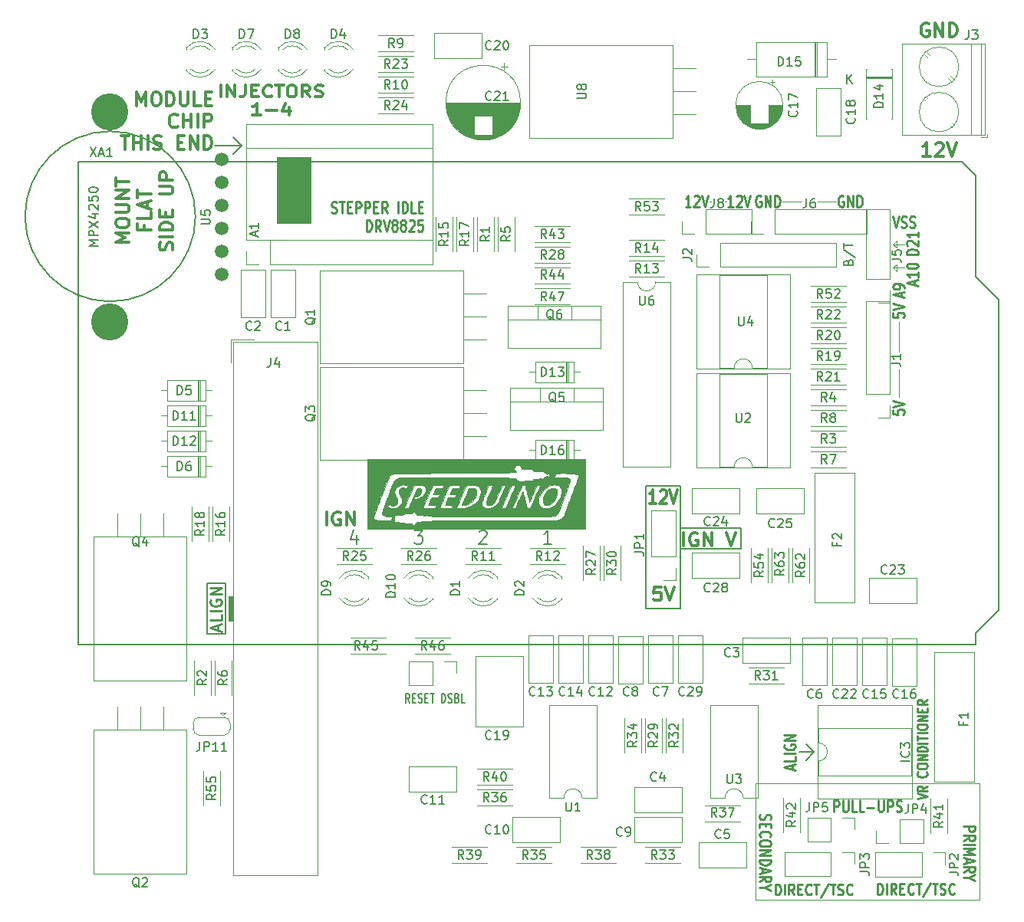
<source format=gto>
G04 #@! TF.GenerationSoftware,KiCad,Pcbnew,7.0.9*
G04 #@! TF.CreationDate,2024-08-07T13:57:26-07:00*
G04 #@! TF.ProjectId,v0.4.3e,76302e34-2e33-4652-9e6b-696361645f70,4e*
G04 #@! TF.SameCoordinates,Original*
G04 #@! TF.FileFunction,Legend,Top*
G04 #@! TF.FilePolarity,Positive*
%FSLAX46Y46*%
G04 Gerber Fmt 4.6, Leading zero omitted, Abs format (unit mm)*
G04 Created by KiCad (PCBNEW 7.0.9) date 2024-08-07 13:57:26*
%MOMM*%
%LPD*%
G01*
G04 APERTURE LIST*
%ADD10C,0.120000*%
%ADD11C,0.200000*%
%ADD12C,0.100000*%
%ADD13C,0.250000*%
%ADD14C,0.300000*%
%ADD15C,0.187500*%
%ADD16C,0.220000*%
%ADD17C,0.150000*%
%ADD18C,0.010000*%
%ADD19C,1.500000*%
%ADD20C,4.100000*%
G04 APERTURE END LIST*
D10*
X193600000Y-58900000D02*
X191600000Y-58900000D01*
D11*
X124238000Y-106642000D02*
X124238000Y-101092000D01*
X128016000Y-52716000D02*
X127116000Y-53616000D01*
X125016000Y-52716000D02*
X128016000Y-52716000D01*
X128016000Y-52716000D02*
X127116000Y-51816000D01*
X126238000Y-106642000D02*
X126238000Y-101092000D01*
X126238000Y-101092000D02*
X124238000Y-101092000D01*
D10*
X126750000Y-102500000D02*
X126750000Y-105200000D01*
X126700000Y-102500000D02*
X126700000Y-105200000D01*
X126650000Y-102500000D02*
X126650000Y-105200000D01*
X126600000Y-102500000D02*
X126600000Y-105200000D01*
D11*
X126238000Y-106642000D02*
X124238000Y-106642000D01*
X176482000Y-103878000D02*
X176482000Y-90278000D01*
D10*
X127000000Y-102500000D02*
X127000000Y-105200000D01*
D11*
X176530000Y-94996000D02*
X183134000Y-94996000D01*
D10*
X199900000Y-66200000D02*
X200300000Y-66600000D01*
X179800000Y-58900000D02*
X179700000Y-58900000D01*
X181500000Y-58900000D02*
X181400000Y-58900000D01*
X201200000Y-66200000D02*
X199900000Y-66200000D01*
X201200000Y-63600000D02*
X199900000Y-63600000D01*
X184754000Y-135990000D02*
X209504000Y-135990000D01*
X187700000Y-58900000D02*
X189800000Y-58900000D01*
X126900000Y-105200000D02*
X126900000Y-102500000D01*
X126600000Y-102500000D02*
X127100000Y-102500000D01*
X127000000Y-105200000D02*
X126900000Y-105200000D01*
X199900000Y-63600000D02*
X200300000Y-64000000D01*
X200300000Y-64000000D02*
X200300000Y-63200000D01*
D11*
X183134000Y-97282000D02*
X176530000Y-97282000D01*
D10*
X126800000Y-102500000D02*
X126800000Y-105200000D01*
X209504000Y-123190000D02*
X184754000Y-123190000D01*
X209504000Y-135990000D02*
X209504000Y-123190000D01*
D11*
X189600000Y-119700000D02*
X191200000Y-119700000D01*
D10*
X126900000Y-102500000D02*
X126800000Y-102500000D01*
D12*
X135600000Y-61300000D02*
X131900000Y-61300000D01*
X131900000Y-54000000D01*
X135600000Y-54000000D01*
X135600000Y-61300000D01*
G36*
X135600000Y-61300000D02*
G01*
X131900000Y-61300000D01*
X131900000Y-54000000D01*
X135600000Y-54000000D01*
X135600000Y-61300000D01*
G37*
D11*
X191200000Y-119700000D02*
X190300000Y-120600000D01*
X183134000Y-94996000D02*
X183134000Y-97282000D01*
D10*
X184754000Y-123190000D02*
X184754000Y-135990000D01*
D11*
X191200000Y-119700000D02*
X190300000Y-118800000D01*
X172682000Y-103878000D02*
X172682000Y-90278000D01*
D10*
X126600000Y-105200000D02*
X127100000Y-105200000D01*
X200600000Y-80500000D02*
X200600000Y-77400000D01*
X200300000Y-66600000D02*
X200300000Y-65800000D01*
D11*
X172682000Y-90278000D02*
X176482000Y-90278000D01*
X172682000Y-103878000D02*
X176490000Y-103886000D01*
D10*
X200600000Y-75500000D02*
X200600000Y-72200000D01*
X200300000Y-63200000D02*
X199900000Y-63600000D01*
X200300000Y-65800000D02*
X199900000Y-66200000D01*
D13*
X199882286Y-60529273D02*
X200215619Y-61779273D01*
X200215619Y-61779273D02*
X200548952Y-60529273D01*
X200834667Y-61719750D02*
X200977524Y-61779273D01*
X200977524Y-61779273D02*
X201215619Y-61779273D01*
X201215619Y-61779273D02*
X201310857Y-61719750D01*
X201310857Y-61719750D02*
X201358476Y-61660226D01*
X201358476Y-61660226D02*
X201406095Y-61541178D01*
X201406095Y-61541178D02*
X201406095Y-61422130D01*
X201406095Y-61422130D02*
X201358476Y-61303083D01*
X201358476Y-61303083D02*
X201310857Y-61243559D01*
X201310857Y-61243559D02*
X201215619Y-61184035D01*
X201215619Y-61184035D02*
X201025143Y-61124511D01*
X201025143Y-61124511D02*
X200929905Y-61064988D01*
X200929905Y-61064988D02*
X200882286Y-61005464D01*
X200882286Y-61005464D02*
X200834667Y-60886416D01*
X200834667Y-60886416D02*
X200834667Y-60767369D01*
X200834667Y-60767369D02*
X200882286Y-60648321D01*
X200882286Y-60648321D02*
X200929905Y-60588797D01*
X200929905Y-60588797D02*
X201025143Y-60529273D01*
X201025143Y-60529273D02*
X201263238Y-60529273D01*
X201263238Y-60529273D02*
X201406095Y-60588797D01*
X201787048Y-61719750D02*
X201929905Y-61779273D01*
X201929905Y-61779273D02*
X202168000Y-61779273D01*
X202168000Y-61779273D02*
X202263238Y-61719750D01*
X202263238Y-61719750D02*
X202310857Y-61660226D01*
X202310857Y-61660226D02*
X202358476Y-61541178D01*
X202358476Y-61541178D02*
X202358476Y-61422130D01*
X202358476Y-61422130D02*
X202310857Y-61303083D01*
X202310857Y-61303083D02*
X202263238Y-61243559D01*
X202263238Y-61243559D02*
X202168000Y-61184035D01*
X202168000Y-61184035D02*
X201977524Y-61124511D01*
X201977524Y-61124511D02*
X201882286Y-61064988D01*
X201882286Y-61064988D02*
X201834667Y-61005464D01*
X201834667Y-61005464D02*
X201787048Y-60886416D01*
X201787048Y-60886416D02*
X201787048Y-60767369D01*
X201787048Y-60767369D02*
X201834667Y-60648321D01*
X201834667Y-60648321D02*
X201882286Y-60588797D01*
X201882286Y-60588797D02*
X201977524Y-60529273D01*
X201977524Y-60529273D02*
X202215619Y-60529273D01*
X202215619Y-60529273D02*
X202358476Y-60588797D01*
X185338095Y-58274797D02*
X185242857Y-58215273D01*
X185242857Y-58215273D02*
X185100000Y-58215273D01*
X185100000Y-58215273D02*
X184957143Y-58274797D01*
X184957143Y-58274797D02*
X184861905Y-58393845D01*
X184861905Y-58393845D02*
X184814286Y-58512892D01*
X184814286Y-58512892D02*
X184766667Y-58750988D01*
X184766667Y-58750988D02*
X184766667Y-58929559D01*
X184766667Y-58929559D02*
X184814286Y-59167654D01*
X184814286Y-59167654D02*
X184861905Y-59286702D01*
X184861905Y-59286702D02*
X184957143Y-59405750D01*
X184957143Y-59405750D02*
X185100000Y-59465273D01*
X185100000Y-59465273D02*
X185195238Y-59465273D01*
X185195238Y-59465273D02*
X185338095Y-59405750D01*
X185338095Y-59405750D02*
X185385714Y-59346226D01*
X185385714Y-59346226D02*
X185385714Y-58929559D01*
X185385714Y-58929559D02*
X185195238Y-58929559D01*
X185814286Y-59465273D02*
X185814286Y-58215273D01*
X185814286Y-58215273D02*
X186385714Y-59465273D01*
X186385714Y-59465273D02*
X186385714Y-58215273D01*
X186861905Y-59465273D02*
X186861905Y-58215273D01*
X186861905Y-58215273D02*
X187100000Y-58215273D01*
X187100000Y-58215273D02*
X187242857Y-58274797D01*
X187242857Y-58274797D02*
X187338095Y-58393845D01*
X187338095Y-58393845D02*
X187385714Y-58512892D01*
X187385714Y-58512892D02*
X187433333Y-58750988D01*
X187433333Y-58750988D02*
X187433333Y-58929559D01*
X187433333Y-58929559D02*
X187385714Y-59167654D01*
X187385714Y-59167654D02*
X187338095Y-59286702D01*
X187338095Y-59286702D02*
X187242857Y-59405750D01*
X187242857Y-59405750D02*
X187100000Y-59465273D01*
X187100000Y-59465273D02*
X186861905Y-59465273D01*
X137949812Y-60099500D02*
X138092669Y-60159023D01*
X138092669Y-60159023D02*
X138330764Y-60159023D01*
X138330764Y-60159023D02*
X138426002Y-60099500D01*
X138426002Y-60099500D02*
X138473621Y-60039976D01*
X138473621Y-60039976D02*
X138521240Y-59920928D01*
X138521240Y-59920928D02*
X138521240Y-59801880D01*
X138521240Y-59801880D02*
X138473621Y-59682833D01*
X138473621Y-59682833D02*
X138426002Y-59623309D01*
X138426002Y-59623309D02*
X138330764Y-59563785D01*
X138330764Y-59563785D02*
X138140288Y-59504261D01*
X138140288Y-59504261D02*
X138045050Y-59444738D01*
X138045050Y-59444738D02*
X137997431Y-59385214D01*
X137997431Y-59385214D02*
X137949812Y-59266166D01*
X137949812Y-59266166D02*
X137949812Y-59147119D01*
X137949812Y-59147119D02*
X137997431Y-59028071D01*
X137997431Y-59028071D02*
X138045050Y-58968547D01*
X138045050Y-58968547D02*
X138140288Y-58909023D01*
X138140288Y-58909023D02*
X138378383Y-58909023D01*
X138378383Y-58909023D02*
X138521240Y-58968547D01*
X138806955Y-58909023D02*
X139378383Y-58909023D01*
X139092669Y-60159023D02*
X139092669Y-58909023D01*
X139711717Y-59504261D02*
X140045050Y-59504261D01*
X140187907Y-60159023D02*
X139711717Y-60159023D01*
X139711717Y-60159023D02*
X139711717Y-58909023D01*
X139711717Y-58909023D02*
X140187907Y-58909023D01*
X140616479Y-60159023D02*
X140616479Y-58909023D01*
X140616479Y-58909023D02*
X140997431Y-58909023D01*
X140997431Y-58909023D02*
X141092669Y-58968547D01*
X141092669Y-58968547D02*
X141140288Y-59028071D01*
X141140288Y-59028071D02*
X141187907Y-59147119D01*
X141187907Y-59147119D02*
X141187907Y-59325690D01*
X141187907Y-59325690D02*
X141140288Y-59444738D01*
X141140288Y-59444738D02*
X141092669Y-59504261D01*
X141092669Y-59504261D02*
X140997431Y-59563785D01*
X140997431Y-59563785D02*
X140616479Y-59563785D01*
X141616479Y-60159023D02*
X141616479Y-58909023D01*
X141616479Y-58909023D02*
X141997431Y-58909023D01*
X141997431Y-58909023D02*
X142092669Y-58968547D01*
X142092669Y-58968547D02*
X142140288Y-59028071D01*
X142140288Y-59028071D02*
X142187907Y-59147119D01*
X142187907Y-59147119D02*
X142187907Y-59325690D01*
X142187907Y-59325690D02*
X142140288Y-59444738D01*
X142140288Y-59444738D02*
X142092669Y-59504261D01*
X142092669Y-59504261D02*
X141997431Y-59563785D01*
X141997431Y-59563785D02*
X141616479Y-59563785D01*
X142616479Y-59504261D02*
X142949812Y-59504261D01*
X143092669Y-60159023D02*
X142616479Y-60159023D01*
X142616479Y-60159023D02*
X142616479Y-58909023D01*
X142616479Y-58909023D02*
X143092669Y-58909023D01*
X144092669Y-60159023D02*
X143759336Y-59563785D01*
X143521241Y-60159023D02*
X143521241Y-58909023D01*
X143521241Y-58909023D02*
X143902193Y-58909023D01*
X143902193Y-58909023D02*
X143997431Y-58968547D01*
X143997431Y-58968547D02*
X144045050Y-59028071D01*
X144045050Y-59028071D02*
X144092669Y-59147119D01*
X144092669Y-59147119D02*
X144092669Y-59325690D01*
X144092669Y-59325690D02*
X144045050Y-59444738D01*
X144045050Y-59444738D02*
X143997431Y-59504261D01*
X143997431Y-59504261D02*
X143902193Y-59563785D01*
X143902193Y-59563785D02*
X143521241Y-59563785D01*
X145283146Y-60159023D02*
X145283146Y-58909023D01*
X145759336Y-60159023D02*
X145759336Y-58909023D01*
X145759336Y-58909023D02*
X145997431Y-58909023D01*
X145997431Y-58909023D02*
X146140288Y-58968547D01*
X146140288Y-58968547D02*
X146235526Y-59087595D01*
X146235526Y-59087595D02*
X146283145Y-59206642D01*
X146283145Y-59206642D02*
X146330764Y-59444738D01*
X146330764Y-59444738D02*
X146330764Y-59623309D01*
X146330764Y-59623309D02*
X146283145Y-59861404D01*
X146283145Y-59861404D02*
X146235526Y-59980452D01*
X146235526Y-59980452D02*
X146140288Y-60099500D01*
X146140288Y-60099500D02*
X145997431Y-60159023D01*
X145997431Y-60159023D02*
X145759336Y-60159023D01*
X147235526Y-60159023D02*
X146759336Y-60159023D01*
X146759336Y-60159023D02*
X146759336Y-58909023D01*
X147568860Y-59504261D02*
X147902193Y-59504261D01*
X148045050Y-60159023D02*
X147568860Y-60159023D01*
X147568860Y-60159023D02*
X147568860Y-58909023D01*
X147568860Y-58909023D02*
X148045050Y-58909023D01*
X141806955Y-62171523D02*
X141806955Y-60921523D01*
X141806955Y-60921523D02*
X142045050Y-60921523D01*
X142045050Y-60921523D02*
X142187907Y-60981047D01*
X142187907Y-60981047D02*
X142283145Y-61100095D01*
X142283145Y-61100095D02*
X142330764Y-61219142D01*
X142330764Y-61219142D02*
X142378383Y-61457238D01*
X142378383Y-61457238D02*
X142378383Y-61635809D01*
X142378383Y-61635809D02*
X142330764Y-61873904D01*
X142330764Y-61873904D02*
X142283145Y-61992952D01*
X142283145Y-61992952D02*
X142187907Y-62112000D01*
X142187907Y-62112000D02*
X142045050Y-62171523D01*
X142045050Y-62171523D02*
X141806955Y-62171523D01*
X143378383Y-62171523D02*
X143045050Y-61576285D01*
X142806955Y-62171523D02*
X142806955Y-60921523D01*
X142806955Y-60921523D02*
X143187907Y-60921523D01*
X143187907Y-60921523D02*
X143283145Y-60981047D01*
X143283145Y-60981047D02*
X143330764Y-61040571D01*
X143330764Y-61040571D02*
X143378383Y-61159619D01*
X143378383Y-61159619D02*
X143378383Y-61338190D01*
X143378383Y-61338190D02*
X143330764Y-61457238D01*
X143330764Y-61457238D02*
X143283145Y-61516761D01*
X143283145Y-61516761D02*
X143187907Y-61576285D01*
X143187907Y-61576285D02*
X142806955Y-61576285D01*
X143664098Y-60921523D02*
X143997431Y-62171523D01*
X143997431Y-62171523D02*
X144330764Y-60921523D01*
X144806955Y-61457238D02*
X144711717Y-61397714D01*
X144711717Y-61397714D02*
X144664098Y-61338190D01*
X144664098Y-61338190D02*
X144616479Y-61219142D01*
X144616479Y-61219142D02*
X144616479Y-61159619D01*
X144616479Y-61159619D02*
X144664098Y-61040571D01*
X144664098Y-61040571D02*
X144711717Y-60981047D01*
X144711717Y-60981047D02*
X144806955Y-60921523D01*
X144806955Y-60921523D02*
X144997431Y-60921523D01*
X144997431Y-60921523D02*
X145092669Y-60981047D01*
X145092669Y-60981047D02*
X145140288Y-61040571D01*
X145140288Y-61040571D02*
X145187907Y-61159619D01*
X145187907Y-61159619D02*
X145187907Y-61219142D01*
X145187907Y-61219142D02*
X145140288Y-61338190D01*
X145140288Y-61338190D02*
X145092669Y-61397714D01*
X145092669Y-61397714D02*
X144997431Y-61457238D01*
X144997431Y-61457238D02*
X144806955Y-61457238D01*
X144806955Y-61457238D02*
X144711717Y-61516761D01*
X144711717Y-61516761D02*
X144664098Y-61576285D01*
X144664098Y-61576285D02*
X144616479Y-61695333D01*
X144616479Y-61695333D02*
X144616479Y-61933428D01*
X144616479Y-61933428D02*
X144664098Y-62052476D01*
X144664098Y-62052476D02*
X144711717Y-62112000D01*
X144711717Y-62112000D02*
X144806955Y-62171523D01*
X144806955Y-62171523D02*
X144997431Y-62171523D01*
X144997431Y-62171523D02*
X145092669Y-62112000D01*
X145092669Y-62112000D02*
X145140288Y-62052476D01*
X145140288Y-62052476D02*
X145187907Y-61933428D01*
X145187907Y-61933428D02*
X145187907Y-61695333D01*
X145187907Y-61695333D02*
X145140288Y-61576285D01*
X145140288Y-61576285D02*
X145092669Y-61516761D01*
X145092669Y-61516761D02*
X144997431Y-61457238D01*
X145759336Y-61457238D02*
X145664098Y-61397714D01*
X145664098Y-61397714D02*
X145616479Y-61338190D01*
X145616479Y-61338190D02*
X145568860Y-61219142D01*
X145568860Y-61219142D02*
X145568860Y-61159619D01*
X145568860Y-61159619D02*
X145616479Y-61040571D01*
X145616479Y-61040571D02*
X145664098Y-60981047D01*
X145664098Y-60981047D02*
X145759336Y-60921523D01*
X145759336Y-60921523D02*
X145949812Y-60921523D01*
X145949812Y-60921523D02*
X146045050Y-60981047D01*
X146045050Y-60981047D02*
X146092669Y-61040571D01*
X146092669Y-61040571D02*
X146140288Y-61159619D01*
X146140288Y-61159619D02*
X146140288Y-61219142D01*
X146140288Y-61219142D02*
X146092669Y-61338190D01*
X146092669Y-61338190D02*
X146045050Y-61397714D01*
X146045050Y-61397714D02*
X145949812Y-61457238D01*
X145949812Y-61457238D02*
X145759336Y-61457238D01*
X145759336Y-61457238D02*
X145664098Y-61516761D01*
X145664098Y-61516761D02*
X145616479Y-61576285D01*
X145616479Y-61576285D02*
X145568860Y-61695333D01*
X145568860Y-61695333D02*
X145568860Y-61933428D01*
X145568860Y-61933428D02*
X145616479Y-62052476D01*
X145616479Y-62052476D02*
X145664098Y-62112000D01*
X145664098Y-62112000D02*
X145759336Y-62171523D01*
X145759336Y-62171523D02*
X145949812Y-62171523D01*
X145949812Y-62171523D02*
X146045050Y-62112000D01*
X146045050Y-62112000D02*
X146092669Y-62052476D01*
X146092669Y-62052476D02*
X146140288Y-61933428D01*
X146140288Y-61933428D02*
X146140288Y-61695333D01*
X146140288Y-61695333D02*
X146092669Y-61576285D01*
X146092669Y-61576285D02*
X146045050Y-61516761D01*
X146045050Y-61516761D02*
X145949812Y-61457238D01*
X146521241Y-61040571D02*
X146568860Y-60981047D01*
X146568860Y-60981047D02*
X146664098Y-60921523D01*
X146664098Y-60921523D02*
X146902193Y-60921523D01*
X146902193Y-60921523D02*
X146997431Y-60981047D01*
X146997431Y-60981047D02*
X147045050Y-61040571D01*
X147045050Y-61040571D02*
X147092669Y-61159619D01*
X147092669Y-61159619D02*
X147092669Y-61278666D01*
X147092669Y-61278666D02*
X147045050Y-61457238D01*
X147045050Y-61457238D02*
X146473622Y-62171523D01*
X146473622Y-62171523D02*
X147092669Y-62171523D01*
X147997431Y-60921523D02*
X147521241Y-60921523D01*
X147521241Y-60921523D02*
X147473622Y-61516761D01*
X147473622Y-61516761D02*
X147521241Y-61457238D01*
X147521241Y-61457238D02*
X147616479Y-61397714D01*
X147616479Y-61397714D02*
X147854574Y-61397714D01*
X147854574Y-61397714D02*
X147949812Y-61457238D01*
X147949812Y-61457238D02*
X147997431Y-61516761D01*
X147997431Y-61516761D02*
X148045050Y-61635809D01*
X148045050Y-61635809D02*
X148045050Y-61933428D01*
X148045050Y-61933428D02*
X147997431Y-62052476D01*
X147997431Y-62052476D02*
X147949812Y-62112000D01*
X147949812Y-62112000D02*
X147854574Y-62171523D01*
X147854574Y-62171523D02*
X147616479Y-62171523D01*
X147616479Y-62171523D02*
X147521241Y-62112000D01*
X147521241Y-62112000D02*
X147473622Y-62052476D01*
D14*
X116453201Y-48301328D02*
X116453201Y-46801328D01*
X116453201Y-46801328D02*
X116953201Y-47872757D01*
X116953201Y-47872757D02*
X117453201Y-46801328D01*
X117453201Y-46801328D02*
X117453201Y-48301328D01*
X118453202Y-46801328D02*
X118738916Y-46801328D01*
X118738916Y-46801328D02*
X118881773Y-46872757D01*
X118881773Y-46872757D02*
X119024630Y-47015614D01*
X119024630Y-47015614D02*
X119096059Y-47301328D01*
X119096059Y-47301328D02*
X119096059Y-47801328D01*
X119096059Y-47801328D02*
X119024630Y-48087042D01*
X119024630Y-48087042D02*
X118881773Y-48229900D01*
X118881773Y-48229900D02*
X118738916Y-48301328D01*
X118738916Y-48301328D02*
X118453202Y-48301328D01*
X118453202Y-48301328D02*
X118310345Y-48229900D01*
X118310345Y-48229900D02*
X118167487Y-48087042D01*
X118167487Y-48087042D02*
X118096059Y-47801328D01*
X118096059Y-47801328D02*
X118096059Y-47301328D01*
X118096059Y-47301328D02*
X118167487Y-47015614D01*
X118167487Y-47015614D02*
X118310345Y-46872757D01*
X118310345Y-46872757D02*
X118453202Y-46801328D01*
X119738916Y-48301328D02*
X119738916Y-46801328D01*
X119738916Y-46801328D02*
X120096059Y-46801328D01*
X120096059Y-46801328D02*
X120310345Y-46872757D01*
X120310345Y-46872757D02*
X120453202Y-47015614D01*
X120453202Y-47015614D02*
X120524631Y-47158471D01*
X120524631Y-47158471D02*
X120596059Y-47444185D01*
X120596059Y-47444185D02*
X120596059Y-47658471D01*
X120596059Y-47658471D02*
X120524631Y-47944185D01*
X120524631Y-47944185D02*
X120453202Y-48087042D01*
X120453202Y-48087042D02*
X120310345Y-48229900D01*
X120310345Y-48229900D02*
X120096059Y-48301328D01*
X120096059Y-48301328D02*
X119738916Y-48301328D01*
X121238916Y-46801328D02*
X121238916Y-48015614D01*
X121238916Y-48015614D02*
X121310345Y-48158471D01*
X121310345Y-48158471D02*
X121381774Y-48229900D01*
X121381774Y-48229900D02*
X121524631Y-48301328D01*
X121524631Y-48301328D02*
X121810345Y-48301328D01*
X121810345Y-48301328D02*
X121953202Y-48229900D01*
X121953202Y-48229900D02*
X122024631Y-48158471D01*
X122024631Y-48158471D02*
X122096059Y-48015614D01*
X122096059Y-48015614D02*
X122096059Y-46801328D01*
X123524631Y-48301328D02*
X122810345Y-48301328D01*
X122810345Y-48301328D02*
X122810345Y-46801328D01*
X124024631Y-47515614D02*
X124524631Y-47515614D01*
X124738917Y-48301328D02*
X124024631Y-48301328D01*
X124024631Y-48301328D02*
X124024631Y-46801328D01*
X124024631Y-46801328D02*
X124738917Y-46801328D01*
X120953202Y-50573471D02*
X120881774Y-50644900D01*
X120881774Y-50644900D02*
X120667488Y-50716328D01*
X120667488Y-50716328D02*
X120524631Y-50716328D01*
X120524631Y-50716328D02*
X120310345Y-50644900D01*
X120310345Y-50644900D02*
X120167488Y-50502042D01*
X120167488Y-50502042D02*
X120096059Y-50359185D01*
X120096059Y-50359185D02*
X120024631Y-50073471D01*
X120024631Y-50073471D02*
X120024631Y-49859185D01*
X120024631Y-49859185D02*
X120096059Y-49573471D01*
X120096059Y-49573471D02*
X120167488Y-49430614D01*
X120167488Y-49430614D02*
X120310345Y-49287757D01*
X120310345Y-49287757D02*
X120524631Y-49216328D01*
X120524631Y-49216328D02*
X120667488Y-49216328D01*
X120667488Y-49216328D02*
X120881774Y-49287757D01*
X120881774Y-49287757D02*
X120953202Y-49359185D01*
X121596059Y-50716328D02*
X121596059Y-49216328D01*
X121596059Y-49930614D02*
X122453202Y-49930614D01*
X122453202Y-50716328D02*
X122453202Y-49216328D01*
X123167488Y-50716328D02*
X123167488Y-49216328D01*
X123881774Y-50716328D02*
X123881774Y-49216328D01*
X123881774Y-49216328D02*
X124453203Y-49216328D01*
X124453203Y-49216328D02*
X124596060Y-49287757D01*
X124596060Y-49287757D02*
X124667489Y-49359185D01*
X124667489Y-49359185D02*
X124738917Y-49502042D01*
X124738917Y-49502042D02*
X124738917Y-49716328D01*
X124738917Y-49716328D02*
X124667489Y-49859185D01*
X124667489Y-49859185D02*
X124596060Y-49930614D01*
X124596060Y-49930614D02*
X124453203Y-50002042D01*
X124453203Y-50002042D02*
X123881774Y-50002042D01*
X114738917Y-51631328D02*
X115596060Y-51631328D01*
X115167488Y-53131328D02*
X115167488Y-51631328D01*
X116096059Y-53131328D02*
X116096059Y-51631328D01*
X116096059Y-52345614D02*
X116953202Y-52345614D01*
X116953202Y-53131328D02*
X116953202Y-51631328D01*
X117667488Y-53131328D02*
X117667488Y-51631328D01*
X118310346Y-53059900D02*
X118524632Y-53131328D01*
X118524632Y-53131328D02*
X118881774Y-53131328D01*
X118881774Y-53131328D02*
X119024632Y-53059900D01*
X119024632Y-53059900D02*
X119096060Y-52988471D01*
X119096060Y-52988471D02*
X119167489Y-52845614D01*
X119167489Y-52845614D02*
X119167489Y-52702757D01*
X119167489Y-52702757D02*
X119096060Y-52559900D01*
X119096060Y-52559900D02*
X119024632Y-52488471D01*
X119024632Y-52488471D02*
X118881774Y-52417042D01*
X118881774Y-52417042D02*
X118596060Y-52345614D01*
X118596060Y-52345614D02*
X118453203Y-52274185D01*
X118453203Y-52274185D02*
X118381774Y-52202757D01*
X118381774Y-52202757D02*
X118310346Y-52059900D01*
X118310346Y-52059900D02*
X118310346Y-51917042D01*
X118310346Y-51917042D02*
X118381774Y-51774185D01*
X118381774Y-51774185D02*
X118453203Y-51702757D01*
X118453203Y-51702757D02*
X118596060Y-51631328D01*
X118596060Y-51631328D02*
X118953203Y-51631328D01*
X118953203Y-51631328D02*
X119167489Y-51702757D01*
X120953202Y-52345614D02*
X121453202Y-52345614D01*
X121667488Y-53131328D02*
X120953202Y-53131328D01*
X120953202Y-53131328D02*
X120953202Y-51631328D01*
X120953202Y-51631328D02*
X121667488Y-51631328D01*
X122310345Y-53131328D02*
X122310345Y-51631328D01*
X122310345Y-51631328D02*
X123167488Y-53131328D01*
X123167488Y-53131328D02*
X123167488Y-51631328D01*
X123881774Y-53131328D02*
X123881774Y-51631328D01*
X123881774Y-51631328D02*
X124238917Y-51631328D01*
X124238917Y-51631328D02*
X124453203Y-51702757D01*
X124453203Y-51702757D02*
X124596060Y-51845614D01*
X124596060Y-51845614D02*
X124667489Y-51988471D01*
X124667489Y-51988471D02*
X124738917Y-52274185D01*
X124738917Y-52274185D02*
X124738917Y-52488471D01*
X124738917Y-52488471D02*
X124667489Y-52774185D01*
X124667489Y-52774185D02*
X124596060Y-52917042D01*
X124596060Y-52917042D02*
X124453203Y-53059900D01*
X124453203Y-53059900D02*
X124238917Y-53131328D01*
X124238917Y-53131328D02*
X123881774Y-53131328D01*
X115611328Y-63372572D02*
X114111328Y-63372572D01*
X114111328Y-63372572D02*
X115182757Y-62872572D01*
X115182757Y-62872572D02*
X114111328Y-62372572D01*
X114111328Y-62372572D02*
X115611328Y-62372572D01*
X114111328Y-61372571D02*
X114111328Y-61086857D01*
X114111328Y-61086857D02*
X114182757Y-60944000D01*
X114182757Y-60944000D02*
X114325614Y-60801143D01*
X114325614Y-60801143D02*
X114611328Y-60729714D01*
X114611328Y-60729714D02*
X115111328Y-60729714D01*
X115111328Y-60729714D02*
X115397042Y-60801143D01*
X115397042Y-60801143D02*
X115539900Y-60944000D01*
X115539900Y-60944000D02*
X115611328Y-61086857D01*
X115611328Y-61086857D02*
X115611328Y-61372571D01*
X115611328Y-61372571D02*
X115539900Y-61515429D01*
X115539900Y-61515429D02*
X115397042Y-61658286D01*
X115397042Y-61658286D02*
X115111328Y-61729714D01*
X115111328Y-61729714D02*
X114611328Y-61729714D01*
X114611328Y-61729714D02*
X114325614Y-61658286D01*
X114325614Y-61658286D02*
X114182757Y-61515429D01*
X114182757Y-61515429D02*
X114111328Y-61372571D01*
X114111328Y-60086857D02*
X115325614Y-60086857D01*
X115325614Y-60086857D02*
X115468471Y-60015428D01*
X115468471Y-60015428D02*
X115539900Y-59944000D01*
X115539900Y-59944000D02*
X115611328Y-59801142D01*
X115611328Y-59801142D02*
X115611328Y-59515428D01*
X115611328Y-59515428D02*
X115539900Y-59372571D01*
X115539900Y-59372571D02*
X115468471Y-59301142D01*
X115468471Y-59301142D02*
X115325614Y-59229714D01*
X115325614Y-59229714D02*
X114111328Y-59229714D01*
X115611328Y-58515428D02*
X114111328Y-58515428D01*
X114111328Y-58515428D02*
X115611328Y-57658285D01*
X115611328Y-57658285D02*
X114111328Y-57658285D01*
X114111328Y-57158284D02*
X114111328Y-56301142D01*
X115611328Y-56729713D02*
X114111328Y-56729713D01*
X117240614Y-61551142D02*
X117240614Y-62051142D01*
X118026328Y-62051142D02*
X116526328Y-62051142D01*
X116526328Y-62051142D02*
X116526328Y-61336856D01*
X118026328Y-60051142D02*
X118026328Y-60765428D01*
X118026328Y-60765428D02*
X116526328Y-60765428D01*
X117597757Y-59622570D02*
X117597757Y-58908285D01*
X118026328Y-59765427D02*
X116526328Y-59265427D01*
X116526328Y-59265427D02*
X118026328Y-58765427D01*
X116526328Y-58479713D02*
X116526328Y-57622571D01*
X118026328Y-58051142D02*
X116526328Y-58051142D01*
X120369900Y-64265428D02*
X120441328Y-64051143D01*
X120441328Y-64051143D02*
X120441328Y-63694000D01*
X120441328Y-63694000D02*
X120369900Y-63551143D01*
X120369900Y-63551143D02*
X120298471Y-63479714D01*
X120298471Y-63479714D02*
X120155614Y-63408285D01*
X120155614Y-63408285D02*
X120012757Y-63408285D01*
X120012757Y-63408285D02*
X119869900Y-63479714D01*
X119869900Y-63479714D02*
X119798471Y-63551143D01*
X119798471Y-63551143D02*
X119727042Y-63694000D01*
X119727042Y-63694000D02*
X119655614Y-63979714D01*
X119655614Y-63979714D02*
X119584185Y-64122571D01*
X119584185Y-64122571D02*
X119512757Y-64194000D01*
X119512757Y-64194000D02*
X119369900Y-64265428D01*
X119369900Y-64265428D02*
X119227042Y-64265428D01*
X119227042Y-64265428D02*
X119084185Y-64194000D01*
X119084185Y-64194000D02*
X119012757Y-64122571D01*
X119012757Y-64122571D02*
X118941328Y-63979714D01*
X118941328Y-63979714D02*
X118941328Y-63622571D01*
X118941328Y-63622571D02*
X119012757Y-63408285D01*
X120441328Y-62765429D02*
X118941328Y-62765429D01*
X120441328Y-62051143D02*
X118941328Y-62051143D01*
X118941328Y-62051143D02*
X118941328Y-61694000D01*
X118941328Y-61694000D02*
X119012757Y-61479714D01*
X119012757Y-61479714D02*
X119155614Y-61336857D01*
X119155614Y-61336857D02*
X119298471Y-61265428D01*
X119298471Y-61265428D02*
X119584185Y-61194000D01*
X119584185Y-61194000D02*
X119798471Y-61194000D01*
X119798471Y-61194000D02*
X120084185Y-61265428D01*
X120084185Y-61265428D02*
X120227042Y-61336857D01*
X120227042Y-61336857D02*
X120369900Y-61479714D01*
X120369900Y-61479714D02*
X120441328Y-61694000D01*
X120441328Y-61694000D02*
X120441328Y-62051143D01*
X119655614Y-60551143D02*
X119655614Y-60051143D01*
X120441328Y-59836857D02*
X120441328Y-60551143D01*
X120441328Y-60551143D02*
X118941328Y-60551143D01*
X118941328Y-60551143D02*
X118941328Y-59836857D01*
X118941328Y-58051143D02*
X120155614Y-58051143D01*
X120155614Y-58051143D02*
X120298471Y-57979714D01*
X120298471Y-57979714D02*
X120369900Y-57908286D01*
X120369900Y-57908286D02*
X120441328Y-57765428D01*
X120441328Y-57765428D02*
X120441328Y-57479714D01*
X120441328Y-57479714D02*
X120369900Y-57336857D01*
X120369900Y-57336857D02*
X120298471Y-57265428D01*
X120298471Y-57265428D02*
X120155614Y-57194000D01*
X120155614Y-57194000D02*
X118941328Y-57194000D01*
X120441328Y-56479714D02*
X118941328Y-56479714D01*
X118941328Y-56479714D02*
X118941328Y-55908285D01*
X118941328Y-55908285D02*
X119012757Y-55765428D01*
X119012757Y-55765428D02*
X119084185Y-55693999D01*
X119084185Y-55693999D02*
X119227042Y-55622571D01*
X119227042Y-55622571D02*
X119441328Y-55622571D01*
X119441328Y-55622571D02*
X119584185Y-55693999D01*
X119584185Y-55693999D02*
X119655614Y-55765428D01*
X119655614Y-55765428D02*
X119727042Y-55908285D01*
X119727042Y-55908285D02*
X119727042Y-56479714D01*
D13*
X199915273Y-71190476D02*
X199915273Y-71666666D01*
X199915273Y-71666666D02*
X200510511Y-71714285D01*
X200510511Y-71714285D02*
X200450988Y-71666666D01*
X200450988Y-71666666D02*
X200391464Y-71571428D01*
X200391464Y-71571428D02*
X200391464Y-71333333D01*
X200391464Y-71333333D02*
X200450988Y-71238095D01*
X200450988Y-71238095D02*
X200510511Y-71190476D01*
X200510511Y-71190476D02*
X200629559Y-71142857D01*
X200629559Y-71142857D02*
X200927178Y-71142857D01*
X200927178Y-71142857D02*
X201046226Y-71190476D01*
X201046226Y-71190476D02*
X201105750Y-71238095D01*
X201105750Y-71238095D02*
X201165273Y-71333333D01*
X201165273Y-71333333D02*
X201165273Y-71571428D01*
X201165273Y-71571428D02*
X201105750Y-71666666D01*
X201105750Y-71666666D02*
X201046226Y-71714285D01*
X199915273Y-70857142D02*
X201165273Y-70523809D01*
X201165273Y-70523809D02*
X199915273Y-70190476D01*
X199915273Y-81890476D02*
X199915273Y-82366666D01*
X199915273Y-82366666D02*
X200510511Y-82414285D01*
X200510511Y-82414285D02*
X200450988Y-82366666D01*
X200450988Y-82366666D02*
X200391464Y-82271428D01*
X200391464Y-82271428D02*
X200391464Y-82033333D01*
X200391464Y-82033333D02*
X200450988Y-81938095D01*
X200450988Y-81938095D02*
X200510511Y-81890476D01*
X200510511Y-81890476D02*
X200629559Y-81842857D01*
X200629559Y-81842857D02*
X200927178Y-81842857D01*
X200927178Y-81842857D02*
X201046226Y-81890476D01*
X201046226Y-81890476D02*
X201105750Y-81938095D01*
X201105750Y-81938095D02*
X201165273Y-82033333D01*
X201165273Y-82033333D02*
X201165273Y-82271428D01*
X201165273Y-82271428D02*
X201105750Y-82366666D01*
X201105750Y-82366666D02*
X201046226Y-82414285D01*
X199915273Y-81557142D02*
X201165273Y-81223809D01*
X201165273Y-81223809D02*
X199915273Y-80890476D01*
X182280952Y-59465273D02*
X181709524Y-59465273D01*
X181995238Y-59465273D02*
X181995238Y-58215273D01*
X181995238Y-58215273D02*
X181900000Y-58393845D01*
X181900000Y-58393845D02*
X181804762Y-58512892D01*
X181804762Y-58512892D02*
X181709524Y-58572416D01*
X182661905Y-58334321D02*
X182709524Y-58274797D01*
X182709524Y-58274797D02*
X182804762Y-58215273D01*
X182804762Y-58215273D02*
X183042857Y-58215273D01*
X183042857Y-58215273D02*
X183138095Y-58274797D01*
X183138095Y-58274797D02*
X183185714Y-58334321D01*
X183185714Y-58334321D02*
X183233333Y-58453369D01*
X183233333Y-58453369D02*
X183233333Y-58572416D01*
X183233333Y-58572416D02*
X183185714Y-58750988D01*
X183185714Y-58750988D02*
X182614286Y-59465273D01*
X182614286Y-59465273D02*
X183233333Y-59465273D01*
X183519048Y-58215273D02*
X183852381Y-59465273D01*
X183852381Y-59465273D02*
X184185714Y-58215273D01*
X177580952Y-59465273D02*
X177009524Y-59465273D01*
X177295238Y-59465273D02*
X177295238Y-58215273D01*
X177295238Y-58215273D02*
X177200000Y-58393845D01*
X177200000Y-58393845D02*
X177104762Y-58512892D01*
X177104762Y-58512892D02*
X177009524Y-58572416D01*
X177961905Y-58334321D02*
X178009524Y-58274797D01*
X178009524Y-58274797D02*
X178104762Y-58215273D01*
X178104762Y-58215273D02*
X178342857Y-58215273D01*
X178342857Y-58215273D02*
X178438095Y-58274797D01*
X178438095Y-58274797D02*
X178485714Y-58334321D01*
X178485714Y-58334321D02*
X178533333Y-58453369D01*
X178533333Y-58453369D02*
X178533333Y-58572416D01*
X178533333Y-58572416D02*
X178485714Y-58750988D01*
X178485714Y-58750988D02*
X177914286Y-59465273D01*
X177914286Y-59465273D02*
X178533333Y-59465273D01*
X178819048Y-58215273D02*
X179152381Y-59465273D01*
X179152381Y-59465273D02*
X179485714Y-58215273D01*
D14*
X204071429Y-53878328D02*
X203214286Y-53878328D01*
X203642857Y-53878328D02*
X203642857Y-52378328D01*
X203642857Y-52378328D02*
X203500000Y-52592614D01*
X203500000Y-52592614D02*
X203357143Y-52735471D01*
X203357143Y-52735471D02*
X203214286Y-52806900D01*
X204642857Y-52521185D02*
X204714285Y-52449757D01*
X204714285Y-52449757D02*
X204857143Y-52378328D01*
X204857143Y-52378328D02*
X205214285Y-52378328D01*
X205214285Y-52378328D02*
X205357143Y-52449757D01*
X205357143Y-52449757D02*
X205428571Y-52521185D01*
X205428571Y-52521185D02*
X205500000Y-52664042D01*
X205500000Y-52664042D02*
X205500000Y-52806900D01*
X205500000Y-52806900D02*
X205428571Y-53021185D01*
X205428571Y-53021185D02*
X204571428Y-53878328D01*
X204571428Y-53878328D02*
X205500000Y-53878328D01*
X205928571Y-52378328D02*
X206428571Y-53878328D01*
X206428571Y-53878328D02*
X206928571Y-52378328D01*
X203857143Y-39249757D02*
X203714286Y-39178328D01*
X203714286Y-39178328D02*
X203500000Y-39178328D01*
X203500000Y-39178328D02*
X203285714Y-39249757D01*
X203285714Y-39249757D02*
X203142857Y-39392614D01*
X203142857Y-39392614D02*
X203071428Y-39535471D01*
X203071428Y-39535471D02*
X203000000Y-39821185D01*
X203000000Y-39821185D02*
X203000000Y-40035471D01*
X203000000Y-40035471D02*
X203071428Y-40321185D01*
X203071428Y-40321185D02*
X203142857Y-40464042D01*
X203142857Y-40464042D02*
X203285714Y-40606900D01*
X203285714Y-40606900D02*
X203500000Y-40678328D01*
X203500000Y-40678328D02*
X203642857Y-40678328D01*
X203642857Y-40678328D02*
X203857143Y-40606900D01*
X203857143Y-40606900D02*
X203928571Y-40535471D01*
X203928571Y-40535471D02*
X203928571Y-40035471D01*
X203928571Y-40035471D02*
X203642857Y-40035471D01*
X204571428Y-40678328D02*
X204571428Y-39178328D01*
X204571428Y-39178328D02*
X205428571Y-40678328D01*
X205428571Y-40678328D02*
X205428571Y-39178328D01*
X206142857Y-40678328D02*
X206142857Y-39178328D01*
X206142857Y-39178328D02*
X206500000Y-39178328D01*
X206500000Y-39178328D02*
X206714286Y-39249757D01*
X206714286Y-39249757D02*
X206857143Y-39392614D01*
X206857143Y-39392614D02*
X206928572Y-39535471D01*
X206928572Y-39535471D02*
X207000000Y-39821185D01*
X207000000Y-39821185D02*
X207000000Y-40035471D01*
X207000000Y-40035471D02*
X206928572Y-40321185D01*
X206928572Y-40321185D02*
X206857143Y-40464042D01*
X206857143Y-40464042D02*
X206714286Y-40606900D01*
X206714286Y-40606900D02*
X206500000Y-40678328D01*
X206500000Y-40678328D02*
X206142857Y-40678328D01*
D13*
X194438095Y-58274797D02*
X194342857Y-58215273D01*
X194342857Y-58215273D02*
X194200000Y-58215273D01*
X194200000Y-58215273D02*
X194057143Y-58274797D01*
X194057143Y-58274797D02*
X193961905Y-58393845D01*
X193961905Y-58393845D02*
X193914286Y-58512892D01*
X193914286Y-58512892D02*
X193866667Y-58750988D01*
X193866667Y-58750988D02*
X193866667Y-58929559D01*
X193866667Y-58929559D02*
X193914286Y-59167654D01*
X193914286Y-59167654D02*
X193961905Y-59286702D01*
X193961905Y-59286702D02*
X194057143Y-59405750D01*
X194057143Y-59405750D02*
X194200000Y-59465273D01*
X194200000Y-59465273D02*
X194295238Y-59465273D01*
X194295238Y-59465273D02*
X194438095Y-59405750D01*
X194438095Y-59405750D02*
X194485714Y-59346226D01*
X194485714Y-59346226D02*
X194485714Y-58929559D01*
X194485714Y-58929559D02*
X194295238Y-58929559D01*
X194914286Y-59465273D02*
X194914286Y-58215273D01*
X194914286Y-58215273D02*
X195485714Y-59465273D01*
X195485714Y-59465273D02*
X195485714Y-58215273D01*
X195961905Y-59465273D02*
X195961905Y-58215273D01*
X195961905Y-58215273D02*
X196200000Y-58215273D01*
X196200000Y-58215273D02*
X196342857Y-58274797D01*
X196342857Y-58274797D02*
X196438095Y-58393845D01*
X196438095Y-58393845D02*
X196485714Y-58512892D01*
X196485714Y-58512892D02*
X196533333Y-58750988D01*
X196533333Y-58750988D02*
X196533333Y-58929559D01*
X196533333Y-58929559D02*
X196485714Y-59167654D01*
X196485714Y-59167654D02*
X196438095Y-59286702D01*
X196438095Y-59286702D02*
X196342857Y-59405750D01*
X196342857Y-59405750D02*
X196200000Y-59465273D01*
X196200000Y-59465273D02*
X195961905Y-59465273D01*
X200808130Y-69414285D02*
X200808130Y-68938095D01*
X201165273Y-69509523D02*
X199915273Y-69176190D01*
X199915273Y-69176190D02*
X201165273Y-68842857D01*
X201165273Y-68461904D02*
X201165273Y-68271428D01*
X201165273Y-68271428D02*
X201105750Y-68176190D01*
X201105750Y-68176190D02*
X201046226Y-68128571D01*
X201046226Y-68128571D02*
X200867654Y-68033333D01*
X200867654Y-68033333D02*
X200629559Y-67985714D01*
X200629559Y-67985714D02*
X200153369Y-67985714D01*
X200153369Y-67985714D02*
X200034321Y-68033333D01*
X200034321Y-68033333D02*
X199974797Y-68080952D01*
X199974797Y-68080952D02*
X199915273Y-68176190D01*
X199915273Y-68176190D02*
X199915273Y-68366666D01*
X199915273Y-68366666D02*
X199974797Y-68461904D01*
X199974797Y-68461904D02*
X200034321Y-68509523D01*
X200034321Y-68509523D02*
X200153369Y-68557142D01*
X200153369Y-68557142D02*
X200450988Y-68557142D01*
X200450988Y-68557142D02*
X200570035Y-68509523D01*
X200570035Y-68509523D02*
X200629559Y-68461904D01*
X200629559Y-68461904D02*
X200689083Y-68366666D01*
X200689083Y-68366666D02*
X200689083Y-68176190D01*
X200689083Y-68176190D02*
X200629559Y-68080952D01*
X200629559Y-68080952D02*
X200570035Y-68033333D01*
X200570035Y-68033333D02*
X200450988Y-67985714D01*
D15*
X146566285Y-114244869D02*
X146316285Y-113768678D01*
X146137714Y-114244869D02*
X146137714Y-113244869D01*
X146137714Y-113244869D02*
X146423428Y-113244869D01*
X146423428Y-113244869D02*
X146494857Y-113292488D01*
X146494857Y-113292488D02*
X146530571Y-113340107D01*
X146530571Y-113340107D02*
X146566285Y-113435345D01*
X146566285Y-113435345D02*
X146566285Y-113578202D01*
X146566285Y-113578202D02*
X146530571Y-113673440D01*
X146530571Y-113673440D02*
X146494857Y-113721059D01*
X146494857Y-113721059D02*
X146423428Y-113768678D01*
X146423428Y-113768678D02*
X146137714Y-113768678D01*
X146887714Y-113721059D02*
X147137714Y-113721059D01*
X147244857Y-114244869D02*
X146887714Y-114244869D01*
X146887714Y-114244869D02*
X146887714Y-113244869D01*
X146887714Y-113244869D02*
X147244857Y-113244869D01*
X147530571Y-114197250D02*
X147637714Y-114244869D01*
X147637714Y-114244869D02*
X147816285Y-114244869D01*
X147816285Y-114244869D02*
X147887714Y-114197250D01*
X147887714Y-114197250D02*
X147923428Y-114149630D01*
X147923428Y-114149630D02*
X147959142Y-114054392D01*
X147959142Y-114054392D02*
X147959142Y-113959154D01*
X147959142Y-113959154D02*
X147923428Y-113863916D01*
X147923428Y-113863916D02*
X147887714Y-113816297D01*
X147887714Y-113816297D02*
X147816285Y-113768678D01*
X147816285Y-113768678D02*
X147673428Y-113721059D01*
X147673428Y-113721059D02*
X147601999Y-113673440D01*
X147601999Y-113673440D02*
X147566285Y-113625821D01*
X147566285Y-113625821D02*
X147530571Y-113530583D01*
X147530571Y-113530583D02*
X147530571Y-113435345D01*
X147530571Y-113435345D02*
X147566285Y-113340107D01*
X147566285Y-113340107D02*
X147601999Y-113292488D01*
X147601999Y-113292488D02*
X147673428Y-113244869D01*
X147673428Y-113244869D02*
X147851999Y-113244869D01*
X147851999Y-113244869D02*
X147959142Y-113292488D01*
X148280571Y-113721059D02*
X148530571Y-113721059D01*
X148637714Y-114244869D02*
X148280571Y-114244869D01*
X148280571Y-114244869D02*
X148280571Y-113244869D01*
X148280571Y-113244869D02*
X148637714Y-113244869D01*
X148851999Y-113244869D02*
X149280571Y-113244869D01*
X149066285Y-114244869D02*
X149066285Y-113244869D01*
X150102000Y-114244869D02*
X150102000Y-113244869D01*
X150102000Y-113244869D02*
X150280571Y-113244869D01*
X150280571Y-113244869D02*
X150387714Y-113292488D01*
X150387714Y-113292488D02*
X150459143Y-113387726D01*
X150459143Y-113387726D02*
X150494857Y-113482964D01*
X150494857Y-113482964D02*
X150530571Y-113673440D01*
X150530571Y-113673440D02*
X150530571Y-113816297D01*
X150530571Y-113816297D02*
X150494857Y-114006773D01*
X150494857Y-114006773D02*
X150459143Y-114102011D01*
X150459143Y-114102011D02*
X150387714Y-114197250D01*
X150387714Y-114197250D02*
X150280571Y-114244869D01*
X150280571Y-114244869D02*
X150102000Y-114244869D01*
X150816286Y-114197250D02*
X150923429Y-114244869D01*
X150923429Y-114244869D02*
X151102000Y-114244869D01*
X151102000Y-114244869D02*
X151173429Y-114197250D01*
X151173429Y-114197250D02*
X151209143Y-114149630D01*
X151209143Y-114149630D02*
X151244857Y-114054392D01*
X151244857Y-114054392D02*
X151244857Y-113959154D01*
X151244857Y-113959154D02*
X151209143Y-113863916D01*
X151209143Y-113863916D02*
X151173429Y-113816297D01*
X151173429Y-113816297D02*
X151102000Y-113768678D01*
X151102000Y-113768678D02*
X150959143Y-113721059D01*
X150959143Y-113721059D02*
X150887714Y-113673440D01*
X150887714Y-113673440D02*
X150852000Y-113625821D01*
X150852000Y-113625821D02*
X150816286Y-113530583D01*
X150816286Y-113530583D02*
X150816286Y-113435345D01*
X150816286Y-113435345D02*
X150852000Y-113340107D01*
X150852000Y-113340107D02*
X150887714Y-113292488D01*
X150887714Y-113292488D02*
X150959143Y-113244869D01*
X150959143Y-113244869D02*
X151137714Y-113244869D01*
X151137714Y-113244869D02*
X151244857Y-113292488D01*
X151816286Y-113721059D02*
X151923429Y-113768678D01*
X151923429Y-113768678D02*
X151959143Y-113816297D01*
X151959143Y-113816297D02*
X151994857Y-113911535D01*
X151994857Y-113911535D02*
X151994857Y-114054392D01*
X151994857Y-114054392D02*
X151959143Y-114149630D01*
X151959143Y-114149630D02*
X151923429Y-114197250D01*
X151923429Y-114197250D02*
X151852000Y-114244869D01*
X151852000Y-114244869D02*
X151566286Y-114244869D01*
X151566286Y-114244869D02*
X151566286Y-113244869D01*
X151566286Y-113244869D02*
X151816286Y-113244869D01*
X151816286Y-113244869D02*
X151887715Y-113292488D01*
X151887715Y-113292488D02*
X151923429Y-113340107D01*
X151923429Y-113340107D02*
X151959143Y-113435345D01*
X151959143Y-113435345D02*
X151959143Y-113530583D01*
X151959143Y-113530583D02*
X151923429Y-113625821D01*
X151923429Y-113625821D02*
X151887715Y-113673440D01*
X151887715Y-113673440D02*
X151816286Y-113721059D01*
X151816286Y-113721059D02*
X151566286Y-113721059D01*
X152673429Y-114244869D02*
X152316286Y-114244869D01*
X152316286Y-114244869D02*
X152316286Y-113244869D01*
D13*
X202308130Y-68090475D02*
X202308130Y-67614285D01*
X202665273Y-68185713D02*
X201415273Y-67852380D01*
X201415273Y-67852380D02*
X202665273Y-67519047D01*
X202665273Y-66661904D02*
X202665273Y-67233332D01*
X202665273Y-66947618D02*
X201415273Y-66947618D01*
X201415273Y-66947618D02*
X201593845Y-67042856D01*
X201593845Y-67042856D02*
X201712892Y-67138094D01*
X201712892Y-67138094D02*
X201772416Y-67233332D01*
X201415273Y-66042856D02*
X201415273Y-65947618D01*
X201415273Y-65947618D02*
X201474797Y-65852380D01*
X201474797Y-65852380D02*
X201534321Y-65804761D01*
X201534321Y-65804761D02*
X201653369Y-65757142D01*
X201653369Y-65757142D02*
X201891464Y-65709523D01*
X201891464Y-65709523D02*
X202189083Y-65709523D01*
X202189083Y-65709523D02*
X202427178Y-65757142D01*
X202427178Y-65757142D02*
X202546226Y-65804761D01*
X202546226Y-65804761D02*
X202605750Y-65852380D01*
X202605750Y-65852380D02*
X202665273Y-65947618D01*
X202665273Y-65947618D02*
X202665273Y-66042856D01*
X202665273Y-66042856D02*
X202605750Y-66138094D01*
X202605750Y-66138094D02*
X202546226Y-66185713D01*
X202546226Y-66185713D02*
X202427178Y-66233332D01*
X202427178Y-66233332D02*
X202189083Y-66280951D01*
X202189083Y-66280951D02*
X201891464Y-66280951D01*
X201891464Y-66280951D02*
X201653369Y-66233332D01*
X201653369Y-66233332D02*
X201534321Y-66185713D01*
X201534321Y-66185713D02*
X201474797Y-66138094D01*
X201474797Y-66138094D02*
X201415273Y-66042856D01*
D16*
X202570571Y-124887141D02*
X203720571Y-124587141D01*
X203720571Y-124587141D02*
X202570571Y-124287141D01*
X203720571Y-123472855D02*
X203172952Y-123772855D01*
X203720571Y-123987141D02*
X202570571Y-123987141D01*
X202570571Y-123987141D02*
X202570571Y-123644284D01*
X202570571Y-123644284D02*
X202625333Y-123558569D01*
X202625333Y-123558569D02*
X202680095Y-123515712D01*
X202680095Y-123515712D02*
X202789619Y-123472855D01*
X202789619Y-123472855D02*
X202953905Y-123472855D01*
X202953905Y-123472855D02*
X203063429Y-123515712D01*
X203063429Y-123515712D02*
X203118190Y-123558569D01*
X203118190Y-123558569D02*
X203172952Y-123644284D01*
X203172952Y-123644284D02*
X203172952Y-123987141D01*
X203611048Y-121887141D02*
X203665810Y-121929998D01*
X203665810Y-121929998D02*
X203720571Y-122058570D01*
X203720571Y-122058570D02*
X203720571Y-122144284D01*
X203720571Y-122144284D02*
X203665810Y-122272855D01*
X203665810Y-122272855D02*
X203556286Y-122358570D01*
X203556286Y-122358570D02*
X203446762Y-122401427D01*
X203446762Y-122401427D02*
X203227714Y-122444284D01*
X203227714Y-122444284D02*
X203063429Y-122444284D01*
X203063429Y-122444284D02*
X202844381Y-122401427D01*
X202844381Y-122401427D02*
X202734857Y-122358570D01*
X202734857Y-122358570D02*
X202625333Y-122272855D01*
X202625333Y-122272855D02*
X202570571Y-122144284D01*
X202570571Y-122144284D02*
X202570571Y-122058570D01*
X202570571Y-122058570D02*
X202625333Y-121929998D01*
X202625333Y-121929998D02*
X202680095Y-121887141D01*
X202570571Y-121329998D02*
X202570571Y-121158570D01*
X202570571Y-121158570D02*
X202625333Y-121072855D01*
X202625333Y-121072855D02*
X202734857Y-120987141D01*
X202734857Y-120987141D02*
X202953905Y-120944284D01*
X202953905Y-120944284D02*
X203337238Y-120944284D01*
X203337238Y-120944284D02*
X203556286Y-120987141D01*
X203556286Y-120987141D02*
X203665810Y-121072855D01*
X203665810Y-121072855D02*
X203720571Y-121158570D01*
X203720571Y-121158570D02*
X203720571Y-121329998D01*
X203720571Y-121329998D02*
X203665810Y-121415713D01*
X203665810Y-121415713D02*
X203556286Y-121501427D01*
X203556286Y-121501427D02*
X203337238Y-121544284D01*
X203337238Y-121544284D02*
X202953905Y-121544284D01*
X202953905Y-121544284D02*
X202734857Y-121501427D01*
X202734857Y-121501427D02*
X202625333Y-121415713D01*
X202625333Y-121415713D02*
X202570571Y-121329998D01*
X203720571Y-120558570D02*
X202570571Y-120558570D01*
X202570571Y-120558570D02*
X203720571Y-120044284D01*
X203720571Y-120044284D02*
X202570571Y-120044284D01*
X203720571Y-119615713D02*
X202570571Y-119615713D01*
X202570571Y-119615713D02*
X202570571Y-119401427D01*
X202570571Y-119401427D02*
X202625333Y-119272856D01*
X202625333Y-119272856D02*
X202734857Y-119187141D01*
X202734857Y-119187141D02*
X202844381Y-119144284D01*
X202844381Y-119144284D02*
X203063429Y-119101427D01*
X203063429Y-119101427D02*
X203227714Y-119101427D01*
X203227714Y-119101427D02*
X203446762Y-119144284D01*
X203446762Y-119144284D02*
X203556286Y-119187141D01*
X203556286Y-119187141D02*
X203665810Y-119272856D01*
X203665810Y-119272856D02*
X203720571Y-119401427D01*
X203720571Y-119401427D02*
X203720571Y-119615713D01*
X203720571Y-118715713D02*
X202570571Y-118715713D01*
X202570571Y-118415713D02*
X202570571Y-117901428D01*
X203720571Y-118158570D02*
X202570571Y-118158570D01*
X203720571Y-117601428D02*
X202570571Y-117601428D01*
X202570571Y-117001428D02*
X202570571Y-116830000D01*
X202570571Y-116830000D02*
X202625333Y-116744285D01*
X202625333Y-116744285D02*
X202734857Y-116658571D01*
X202734857Y-116658571D02*
X202953905Y-116615714D01*
X202953905Y-116615714D02*
X203337238Y-116615714D01*
X203337238Y-116615714D02*
X203556286Y-116658571D01*
X203556286Y-116658571D02*
X203665810Y-116744285D01*
X203665810Y-116744285D02*
X203720571Y-116830000D01*
X203720571Y-116830000D02*
X203720571Y-117001428D01*
X203720571Y-117001428D02*
X203665810Y-117087143D01*
X203665810Y-117087143D02*
X203556286Y-117172857D01*
X203556286Y-117172857D02*
X203337238Y-117215714D01*
X203337238Y-117215714D02*
X202953905Y-117215714D01*
X202953905Y-117215714D02*
X202734857Y-117172857D01*
X202734857Y-117172857D02*
X202625333Y-117087143D01*
X202625333Y-117087143D02*
X202570571Y-117001428D01*
X203720571Y-116230000D02*
X202570571Y-116230000D01*
X202570571Y-116230000D02*
X203720571Y-115715714D01*
X203720571Y-115715714D02*
X202570571Y-115715714D01*
X203118190Y-115287143D02*
X203118190Y-114987143D01*
X203720571Y-114858571D02*
X203720571Y-115287143D01*
X203720571Y-115287143D02*
X202570571Y-115287143D01*
X202570571Y-115287143D02*
X202570571Y-114858571D01*
X203720571Y-113958571D02*
X203172952Y-114258571D01*
X203720571Y-114472857D02*
X202570571Y-114472857D01*
X202570571Y-114472857D02*
X202570571Y-114130000D01*
X202570571Y-114130000D02*
X202625333Y-114044285D01*
X202625333Y-114044285D02*
X202680095Y-114001428D01*
X202680095Y-114001428D02*
X202789619Y-113958571D01*
X202789619Y-113958571D02*
X202953905Y-113958571D01*
X202953905Y-113958571D02*
X203063429Y-114001428D01*
X203063429Y-114001428D02*
X203118190Y-114044285D01*
X203118190Y-114044285D02*
X203172952Y-114130000D01*
X203172952Y-114130000D02*
X203172952Y-114472857D01*
D13*
X188808130Y-121604761D02*
X188808130Y-121128571D01*
X189165273Y-121699999D02*
X187915273Y-121366666D01*
X187915273Y-121366666D02*
X189165273Y-121033333D01*
X189165273Y-120223809D02*
X189165273Y-120699999D01*
X189165273Y-120699999D02*
X187915273Y-120699999D01*
X189165273Y-119890475D02*
X187915273Y-119890475D01*
X187974797Y-118890476D02*
X187915273Y-118985714D01*
X187915273Y-118985714D02*
X187915273Y-119128571D01*
X187915273Y-119128571D02*
X187974797Y-119271428D01*
X187974797Y-119271428D02*
X188093845Y-119366666D01*
X188093845Y-119366666D02*
X188212892Y-119414285D01*
X188212892Y-119414285D02*
X188450988Y-119461904D01*
X188450988Y-119461904D02*
X188629559Y-119461904D01*
X188629559Y-119461904D02*
X188867654Y-119414285D01*
X188867654Y-119414285D02*
X188986702Y-119366666D01*
X188986702Y-119366666D02*
X189105750Y-119271428D01*
X189105750Y-119271428D02*
X189165273Y-119128571D01*
X189165273Y-119128571D02*
X189165273Y-119033333D01*
X189165273Y-119033333D02*
X189105750Y-118890476D01*
X189105750Y-118890476D02*
X189046226Y-118842857D01*
X189046226Y-118842857D02*
X188629559Y-118842857D01*
X188629559Y-118842857D02*
X188629559Y-119033333D01*
X189165273Y-118414285D02*
X187915273Y-118414285D01*
X187915273Y-118414285D02*
X189165273Y-117842857D01*
X189165273Y-117842857D02*
X187915273Y-117842857D01*
X185248250Y-126597143D02*
X185188726Y-126740000D01*
X185188726Y-126740000D02*
X185188726Y-126978095D01*
X185188726Y-126978095D02*
X185248250Y-127073333D01*
X185248250Y-127073333D02*
X185307773Y-127120952D01*
X185307773Y-127120952D02*
X185426821Y-127168571D01*
X185426821Y-127168571D02*
X185545869Y-127168571D01*
X185545869Y-127168571D02*
X185664916Y-127120952D01*
X185664916Y-127120952D02*
X185724440Y-127073333D01*
X185724440Y-127073333D02*
X185783964Y-126978095D01*
X185783964Y-126978095D02*
X185843488Y-126787619D01*
X185843488Y-126787619D02*
X185903011Y-126692381D01*
X185903011Y-126692381D02*
X185962535Y-126644762D01*
X185962535Y-126644762D02*
X186081583Y-126597143D01*
X186081583Y-126597143D02*
X186200630Y-126597143D01*
X186200630Y-126597143D02*
X186319678Y-126644762D01*
X186319678Y-126644762D02*
X186379202Y-126692381D01*
X186379202Y-126692381D02*
X186438726Y-126787619D01*
X186438726Y-126787619D02*
X186438726Y-127025714D01*
X186438726Y-127025714D02*
X186379202Y-127168571D01*
X185843488Y-127597143D02*
X185843488Y-127930476D01*
X185188726Y-128073333D02*
X185188726Y-127597143D01*
X185188726Y-127597143D02*
X186438726Y-127597143D01*
X186438726Y-127597143D02*
X186438726Y-128073333D01*
X185307773Y-129073333D02*
X185248250Y-129025714D01*
X185248250Y-129025714D02*
X185188726Y-128882857D01*
X185188726Y-128882857D02*
X185188726Y-128787619D01*
X185188726Y-128787619D02*
X185248250Y-128644762D01*
X185248250Y-128644762D02*
X185367297Y-128549524D01*
X185367297Y-128549524D02*
X185486345Y-128501905D01*
X185486345Y-128501905D02*
X185724440Y-128454286D01*
X185724440Y-128454286D02*
X185903011Y-128454286D01*
X185903011Y-128454286D02*
X186141107Y-128501905D01*
X186141107Y-128501905D02*
X186260154Y-128549524D01*
X186260154Y-128549524D02*
X186379202Y-128644762D01*
X186379202Y-128644762D02*
X186438726Y-128787619D01*
X186438726Y-128787619D02*
X186438726Y-128882857D01*
X186438726Y-128882857D02*
X186379202Y-129025714D01*
X186379202Y-129025714D02*
X186319678Y-129073333D01*
X186438726Y-129692381D02*
X186438726Y-129882857D01*
X186438726Y-129882857D02*
X186379202Y-129978095D01*
X186379202Y-129978095D02*
X186260154Y-130073333D01*
X186260154Y-130073333D02*
X186022059Y-130120952D01*
X186022059Y-130120952D02*
X185605392Y-130120952D01*
X185605392Y-130120952D02*
X185367297Y-130073333D01*
X185367297Y-130073333D02*
X185248250Y-129978095D01*
X185248250Y-129978095D02*
X185188726Y-129882857D01*
X185188726Y-129882857D02*
X185188726Y-129692381D01*
X185188726Y-129692381D02*
X185248250Y-129597143D01*
X185248250Y-129597143D02*
X185367297Y-129501905D01*
X185367297Y-129501905D02*
X185605392Y-129454286D01*
X185605392Y-129454286D02*
X186022059Y-129454286D01*
X186022059Y-129454286D02*
X186260154Y-129501905D01*
X186260154Y-129501905D02*
X186379202Y-129597143D01*
X186379202Y-129597143D02*
X186438726Y-129692381D01*
X185188726Y-130549524D02*
X186438726Y-130549524D01*
X186438726Y-130549524D02*
X185188726Y-131120952D01*
X185188726Y-131120952D02*
X186438726Y-131120952D01*
X185188726Y-131597143D02*
X186438726Y-131597143D01*
X186438726Y-131597143D02*
X186438726Y-131835238D01*
X186438726Y-131835238D02*
X186379202Y-131978095D01*
X186379202Y-131978095D02*
X186260154Y-132073333D01*
X186260154Y-132073333D02*
X186141107Y-132120952D01*
X186141107Y-132120952D02*
X185903011Y-132168571D01*
X185903011Y-132168571D02*
X185724440Y-132168571D01*
X185724440Y-132168571D02*
X185486345Y-132120952D01*
X185486345Y-132120952D02*
X185367297Y-132073333D01*
X185367297Y-132073333D02*
X185248250Y-131978095D01*
X185248250Y-131978095D02*
X185188726Y-131835238D01*
X185188726Y-131835238D02*
X185188726Y-131597143D01*
X185545869Y-132549524D02*
X185545869Y-133025714D01*
X185188726Y-132454286D02*
X186438726Y-132787619D01*
X186438726Y-132787619D02*
X185188726Y-133120952D01*
X185188726Y-134025714D02*
X185783964Y-133692381D01*
X185188726Y-133454286D02*
X186438726Y-133454286D01*
X186438726Y-133454286D02*
X186438726Y-133835238D01*
X186438726Y-133835238D02*
X186379202Y-133930476D01*
X186379202Y-133930476D02*
X186319678Y-133978095D01*
X186319678Y-133978095D02*
X186200630Y-134025714D01*
X186200630Y-134025714D02*
X186022059Y-134025714D01*
X186022059Y-134025714D02*
X185903011Y-133978095D01*
X185903011Y-133978095D02*
X185843488Y-133930476D01*
X185843488Y-133930476D02*
X185783964Y-133835238D01*
X185783964Y-133835238D02*
X185783964Y-133454286D01*
X185783964Y-134644762D02*
X185188726Y-134644762D01*
X186438726Y-134311429D02*
X185783964Y-134644762D01*
X185783964Y-134644762D02*
X186438726Y-134978095D01*
X207688726Y-127911429D02*
X208938726Y-127911429D01*
X208938726Y-127911429D02*
X208938726Y-128292381D01*
X208938726Y-128292381D02*
X208879202Y-128387619D01*
X208879202Y-128387619D02*
X208819678Y-128435238D01*
X208819678Y-128435238D02*
X208700630Y-128482857D01*
X208700630Y-128482857D02*
X208522059Y-128482857D01*
X208522059Y-128482857D02*
X208403011Y-128435238D01*
X208403011Y-128435238D02*
X208343488Y-128387619D01*
X208343488Y-128387619D02*
X208283964Y-128292381D01*
X208283964Y-128292381D02*
X208283964Y-127911429D01*
X207688726Y-129482857D02*
X208283964Y-129149524D01*
X207688726Y-128911429D02*
X208938726Y-128911429D01*
X208938726Y-128911429D02*
X208938726Y-129292381D01*
X208938726Y-129292381D02*
X208879202Y-129387619D01*
X208879202Y-129387619D02*
X208819678Y-129435238D01*
X208819678Y-129435238D02*
X208700630Y-129482857D01*
X208700630Y-129482857D02*
X208522059Y-129482857D01*
X208522059Y-129482857D02*
X208403011Y-129435238D01*
X208403011Y-129435238D02*
X208343488Y-129387619D01*
X208343488Y-129387619D02*
X208283964Y-129292381D01*
X208283964Y-129292381D02*
X208283964Y-128911429D01*
X207688726Y-129911429D02*
X208938726Y-129911429D01*
X207688726Y-130387619D02*
X208938726Y-130387619D01*
X208938726Y-130387619D02*
X208045869Y-130720952D01*
X208045869Y-130720952D02*
X208938726Y-131054285D01*
X208938726Y-131054285D02*
X207688726Y-131054285D01*
X208045869Y-131482857D02*
X208045869Y-131959047D01*
X207688726Y-131387619D02*
X208938726Y-131720952D01*
X208938726Y-131720952D02*
X207688726Y-132054285D01*
X207688726Y-132959047D02*
X208283964Y-132625714D01*
X207688726Y-132387619D02*
X208938726Y-132387619D01*
X208938726Y-132387619D02*
X208938726Y-132768571D01*
X208938726Y-132768571D02*
X208879202Y-132863809D01*
X208879202Y-132863809D02*
X208819678Y-132911428D01*
X208819678Y-132911428D02*
X208700630Y-132959047D01*
X208700630Y-132959047D02*
X208522059Y-132959047D01*
X208522059Y-132959047D02*
X208403011Y-132911428D01*
X208403011Y-132911428D02*
X208343488Y-132863809D01*
X208343488Y-132863809D02*
X208283964Y-132768571D01*
X208283964Y-132768571D02*
X208283964Y-132387619D01*
X208283964Y-133578095D02*
X207688726Y-133578095D01*
X208938726Y-133244762D02*
X208283964Y-133578095D01*
X208283964Y-133578095D02*
X208938726Y-133911428D01*
X186939714Y-135459011D02*
X186939714Y-134309011D01*
X186939714Y-134309011D02*
X187177809Y-134309011D01*
X187177809Y-134309011D02*
X187320666Y-134363773D01*
X187320666Y-134363773D02*
X187415904Y-134473297D01*
X187415904Y-134473297D02*
X187463523Y-134582821D01*
X187463523Y-134582821D02*
X187511142Y-134801869D01*
X187511142Y-134801869D02*
X187511142Y-134966154D01*
X187511142Y-134966154D02*
X187463523Y-135185202D01*
X187463523Y-135185202D02*
X187415904Y-135294726D01*
X187415904Y-135294726D02*
X187320666Y-135404250D01*
X187320666Y-135404250D02*
X187177809Y-135459011D01*
X187177809Y-135459011D02*
X186939714Y-135459011D01*
X187939714Y-135459011D02*
X187939714Y-134309011D01*
X188987332Y-135459011D02*
X188653999Y-134911392D01*
X188415904Y-135459011D02*
X188415904Y-134309011D01*
X188415904Y-134309011D02*
X188796856Y-134309011D01*
X188796856Y-134309011D02*
X188892094Y-134363773D01*
X188892094Y-134363773D02*
X188939713Y-134418535D01*
X188939713Y-134418535D02*
X188987332Y-134528059D01*
X188987332Y-134528059D02*
X188987332Y-134692345D01*
X188987332Y-134692345D02*
X188939713Y-134801869D01*
X188939713Y-134801869D02*
X188892094Y-134856630D01*
X188892094Y-134856630D02*
X188796856Y-134911392D01*
X188796856Y-134911392D02*
X188415904Y-134911392D01*
X189415904Y-134856630D02*
X189749237Y-134856630D01*
X189892094Y-135459011D02*
X189415904Y-135459011D01*
X189415904Y-135459011D02*
X189415904Y-134309011D01*
X189415904Y-134309011D02*
X189892094Y-134309011D01*
X190892094Y-135349488D02*
X190844475Y-135404250D01*
X190844475Y-135404250D02*
X190701618Y-135459011D01*
X190701618Y-135459011D02*
X190606380Y-135459011D01*
X190606380Y-135459011D02*
X190463523Y-135404250D01*
X190463523Y-135404250D02*
X190368285Y-135294726D01*
X190368285Y-135294726D02*
X190320666Y-135185202D01*
X190320666Y-135185202D02*
X190273047Y-134966154D01*
X190273047Y-134966154D02*
X190273047Y-134801869D01*
X190273047Y-134801869D02*
X190320666Y-134582821D01*
X190320666Y-134582821D02*
X190368285Y-134473297D01*
X190368285Y-134473297D02*
X190463523Y-134363773D01*
X190463523Y-134363773D02*
X190606380Y-134309011D01*
X190606380Y-134309011D02*
X190701618Y-134309011D01*
X190701618Y-134309011D02*
X190844475Y-134363773D01*
X190844475Y-134363773D02*
X190892094Y-134418535D01*
X191177809Y-134309011D02*
X191749237Y-134309011D01*
X191463523Y-135459011D02*
X191463523Y-134309011D01*
X192796856Y-134254250D02*
X191939714Y-135732821D01*
X192987333Y-134309011D02*
X193558761Y-134309011D01*
X193273047Y-135459011D02*
X193273047Y-134309011D01*
X193844476Y-135404250D02*
X193987333Y-135459011D01*
X193987333Y-135459011D02*
X194225428Y-135459011D01*
X194225428Y-135459011D02*
X194320666Y-135404250D01*
X194320666Y-135404250D02*
X194368285Y-135349488D01*
X194368285Y-135349488D02*
X194415904Y-135239964D01*
X194415904Y-135239964D02*
X194415904Y-135130440D01*
X194415904Y-135130440D02*
X194368285Y-135020916D01*
X194368285Y-135020916D02*
X194320666Y-134966154D01*
X194320666Y-134966154D02*
X194225428Y-134911392D01*
X194225428Y-134911392D02*
X194034952Y-134856630D01*
X194034952Y-134856630D02*
X193939714Y-134801869D01*
X193939714Y-134801869D02*
X193892095Y-134747107D01*
X193892095Y-134747107D02*
X193844476Y-134637583D01*
X193844476Y-134637583D02*
X193844476Y-134528059D01*
X193844476Y-134528059D02*
X193892095Y-134418535D01*
X193892095Y-134418535D02*
X193939714Y-134363773D01*
X193939714Y-134363773D02*
X194034952Y-134309011D01*
X194034952Y-134309011D02*
X194273047Y-134309011D01*
X194273047Y-134309011D02*
X194415904Y-134363773D01*
X195415904Y-135349488D02*
X195368285Y-135404250D01*
X195368285Y-135404250D02*
X195225428Y-135459011D01*
X195225428Y-135459011D02*
X195130190Y-135459011D01*
X195130190Y-135459011D02*
X194987333Y-135404250D01*
X194987333Y-135404250D02*
X194892095Y-135294726D01*
X194892095Y-135294726D02*
X194844476Y-135185202D01*
X194844476Y-135185202D02*
X194796857Y-134966154D01*
X194796857Y-134966154D02*
X194796857Y-134801869D01*
X194796857Y-134801869D02*
X194844476Y-134582821D01*
X194844476Y-134582821D02*
X194892095Y-134473297D01*
X194892095Y-134473297D02*
X194987333Y-134363773D01*
X194987333Y-134363773D02*
X195130190Y-134309011D01*
X195130190Y-134309011D02*
X195225428Y-134309011D01*
X195225428Y-134309011D02*
X195368285Y-134363773D01*
X195368285Y-134363773D02*
X195415904Y-134418535D01*
X125430130Y-106266952D02*
X125430130Y-105671714D01*
X125787273Y-106386000D02*
X124537273Y-105969333D01*
X124537273Y-105969333D02*
X125787273Y-105552667D01*
X125787273Y-104540761D02*
X125787273Y-105135999D01*
X125787273Y-105135999D02*
X124537273Y-105135999D01*
X125787273Y-104124094D02*
X124537273Y-104124094D01*
X124596797Y-102874095D02*
X124537273Y-102993142D01*
X124537273Y-102993142D02*
X124537273Y-103171714D01*
X124537273Y-103171714D02*
X124596797Y-103350285D01*
X124596797Y-103350285D02*
X124715845Y-103469333D01*
X124715845Y-103469333D02*
X124834892Y-103528856D01*
X124834892Y-103528856D02*
X125072988Y-103588380D01*
X125072988Y-103588380D02*
X125251559Y-103588380D01*
X125251559Y-103588380D02*
X125489654Y-103528856D01*
X125489654Y-103528856D02*
X125608702Y-103469333D01*
X125608702Y-103469333D02*
X125727750Y-103350285D01*
X125727750Y-103350285D02*
X125787273Y-103171714D01*
X125787273Y-103171714D02*
X125787273Y-103052666D01*
X125787273Y-103052666D02*
X125727750Y-102874095D01*
X125727750Y-102874095D02*
X125668226Y-102814571D01*
X125668226Y-102814571D02*
X125251559Y-102814571D01*
X125251559Y-102814571D02*
X125251559Y-103052666D01*
X125787273Y-102278856D02*
X124537273Y-102278856D01*
X124537273Y-102278856D02*
X125787273Y-101564571D01*
X125787273Y-101564571D02*
X124537273Y-101564571D01*
D14*
X125710856Y-47308423D02*
X125710856Y-46058423D01*
X126425142Y-47308423D02*
X126425142Y-46058423D01*
X126425142Y-46058423D02*
X127282285Y-47308423D01*
X127282285Y-47308423D02*
X127282285Y-46058423D01*
X128425143Y-46058423D02*
X128425143Y-46951280D01*
X128425143Y-46951280D02*
X128353714Y-47129852D01*
X128353714Y-47129852D02*
X128210857Y-47248900D01*
X128210857Y-47248900D02*
X127996571Y-47308423D01*
X127996571Y-47308423D02*
X127853714Y-47308423D01*
X129139428Y-46653661D02*
X129639428Y-46653661D01*
X129853714Y-47308423D02*
X129139428Y-47308423D01*
X129139428Y-47308423D02*
X129139428Y-46058423D01*
X129139428Y-46058423D02*
X129853714Y-46058423D01*
X131353714Y-47189376D02*
X131282286Y-47248900D01*
X131282286Y-47248900D02*
X131068000Y-47308423D01*
X131068000Y-47308423D02*
X130925143Y-47308423D01*
X130925143Y-47308423D02*
X130710857Y-47248900D01*
X130710857Y-47248900D02*
X130568000Y-47129852D01*
X130568000Y-47129852D02*
X130496571Y-47010804D01*
X130496571Y-47010804D02*
X130425143Y-46772709D01*
X130425143Y-46772709D02*
X130425143Y-46594138D01*
X130425143Y-46594138D02*
X130496571Y-46356042D01*
X130496571Y-46356042D02*
X130568000Y-46236995D01*
X130568000Y-46236995D02*
X130710857Y-46117947D01*
X130710857Y-46117947D02*
X130925143Y-46058423D01*
X130925143Y-46058423D02*
X131068000Y-46058423D01*
X131068000Y-46058423D02*
X131282286Y-46117947D01*
X131282286Y-46117947D02*
X131353714Y-46177471D01*
X131782286Y-46058423D02*
X132639429Y-46058423D01*
X132210857Y-47308423D02*
X132210857Y-46058423D01*
X133425143Y-46058423D02*
X133710857Y-46058423D01*
X133710857Y-46058423D02*
X133853714Y-46117947D01*
X133853714Y-46117947D02*
X133996571Y-46236995D01*
X133996571Y-46236995D02*
X134068000Y-46475090D01*
X134068000Y-46475090D02*
X134068000Y-46891757D01*
X134068000Y-46891757D02*
X133996571Y-47129852D01*
X133996571Y-47129852D02*
X133853714Y-47248900D01*
X133853714Y-47248900D02*
X133710857Y-47308423D01*
X133710857Y-47308423D02*
X133425143Y-47308423D01*
X133425143Y-47308423D02*
X133282286Y-47248900D01*
X133282286Y-47248900D02*
X133139428Y-47129852D01*
X133139428Y-47129852D02*
X133068000Y-46891757D01*
X133068000Y-46891757D02*
X133068000Y-46475090D01*
X133068000Y-46475090D02*
X133139428Y-46236995D01*
X133139428Y-46236995D02*
X133282286Y-46117947D01*
X133282286Y-46117947D02*
X133425143Y-46058423D01*
X135568000Y-47308423D02*
X135068000Y-46713185D01*
X134710857Y-47308423D02*
X134710857Y-46058423D01*
X134710857Y-46058423D02*
X135282286Y-46058423D01*
X135282286Y-46058423D02*
X135425143Y-46117947D01*
X135425143Y-46117947D02*
X135496572Y-46177471D01*
X135496572Y-46177471D02*
X135568000Y-46296519D01*
X135568000Y-46296519D02*
X135568000Y-46475090D01*
X135568000Y-46475090D02*
X135496572Y-46594138D01*
X135496572Y-46594138D02*
X135425143Y-46653661D01*
X135425143Y-46653661D02*
X135282286Y-46713185D01*
X135282286Y-46713185D02*
X134710857Y-46713185D01*
X136139429Y-47248900D02*
X136353715Y-47308423D01*
X136353715Y-47308423D02*
X136710857Y-47308423D01*
X136710857Y-47308423D02*
X136853715Y-47248900D01*
X136853715Y-47248900D02*
X136925143Y-47189376D01*
X136925143Y-47189376D02*
X136996572Y-47070328D01*
X136996572Y-47070328D02*
X136996572Y-46951280D01*
X136996572Y-46951280D02*
X136925143Y-46832233D01*
X136925143Y-46832233D02*
X136853715Y-46772709D01*
X136853715Y-46772709D02*
X136710857Y-46713185D01*
X136710857Y-46713185D02*
X136425143Y-46653661D01*
X136425143Y-46653661D02*
X136282286Y-46594138D01*
X136282286Y-46594138D02*
X136210857Y-46534614D01*
X136210857Y-46534614D02*
X136139429Y-46415566D01*
X136139429Y-46415566D02*
X136139429Y-46296519D01*
X136139429Y-46296519D02*
X136210857Y-46177471D01*
X136210857Y-46177471D02*
X136282286Y-46117947D01*
X136282286Y-46117947D02*
X136425143Y-46058423D01*
X136425143Y-46058423D02*
X136782286Y-46058423D01*
X136782286Y-46058423D02*
X136996572Y-46117947D01*
X130103715Y-49320923D02*
X129246572Y-49320923D01*
X129675143Y-49320923D02*
X129675143Y-48070923D01*
X129675143Y-48070923D02*
X129532286Y-48249495D01*
X129532286Y-48249495D02*
X129389429Y-48368542D01*
X129389429Y-48368542D02*
X129246572Y-48428066D01*
X130746571Y-48844733D02*
X131889429Y-48844733D01*
X133246572Y-48487590D02*
X133246572Y-49320923D01*
X132889429Y-48011400D02*
X132532286Y-48904257D01*
X132532286Y-48904257D02*
X133460857Y-48904257D01*
X173758190Y-92256328D02*
X173043905Y-92256328D01*
X173401048Y-92256328D02*
X173401048Y-90756328D01*
X173401048Y-90756328D02*
X173282000Y-90970614D01*
X173282000Y-90970614D02*
X173162952Y-91113471D01*
X173162952Y-91113471D02*
X173043905Y-91184900D01*
X174234381Y-90899185D02*
X174293905Y-90827757D01*
X174293905Y-90827757D02*
X174412952Y-90756328D01*
X174412952Y-90756328D02*
X174710571Y-90756328D01*
X174710571Y-90756328D02*
X174829619Y-90827757D01*
X174829619Y-90827757D02*
X174889143Y-90899185D01*
X174889143Y-90899185D02*
X174948666Y-91042042D01*
X174948666Y-91042042D02*
X174948666Y-91184900D01*
X174948666Y-91184900D02*
X174889143Y-91399185D01*
X174889143Y-91399185D02*
X174174857Y-92256328D01*
X174174857Y-92256328D02*
X174948666Y-92256328D01*
X175305809Y-90756328D02*
X175722476Y-92256328D01*
X175722476Y-92256328D02*
X176139142Y-90756328D01*
D13*
X193389714Y-126295273D02*
X193389714Y-125045273D01*
X193389714Y-125045273D02*
X193770666Y-125045273D01*
X193770666Y-125045273D02*
X193865904Y-125104797D01*
X193865904Y-125104797D02*
X193913523Y-125164321D01*
X193913523Y-125164321D02*
X193961142Y-125283369D01*
X193961142Y-125283369D02*
X193961142Y-125461940D01*
X193961142Y-125461940D02*
X193913523Y-125580988D01*
X193913523Y-125580988D02*
X193865904Y-125640511D01*
X193865904Y-125640511D02*
X193770666Y-125700035D01*
X193770666Y-125700035D02*
X193389714Y-125700035D01*
X194389714Y-125045273D02*
X194389714Y-126057178D01*
X194389714Y-126057178D02*
X194437333Y-126176226D01*
X194437333Y-126176226D02*
X194484952Y-126235750D01*
X194484952Y-126235750D02*
X194580190Y-126295273D01*
X194580190Y-126295273D02*
X194770666Y-126295273D01*
X194770666Y-126295273D02*
X194865904Y-126235750D01*
X194865904Y-126235750D02*
X194913523Y-126176226D01*
X194913523Y-126176226D02*
X194961142Y-126057178D01*
X194961142Y-126057178D02*
X194961142Y-125045273D01*
X195913523Y-126295273D02*
X195437333Y-126295273D01*
X195437333Y-126295273D02*
X195437333Y-125045273D01*
X196723047Y-126295273D02*
X196246857Y-126295273D01*
X196246857Y-126295273D02*
X196246857Y-125045273D01*
X197056381Y-125819083D02*
X197818286Y-125819083D01*
X198294476Y-125045273D02*
X198294476Y-126057178D01*
X198294476Y-126057178D02*
X198342095Y-126176226D01*
X198342095Y-126176226D02*
X198389714Y-126235750D01*
X198389714Y-126235750D02*
X198484952Y-126295273D01*
X198484952Y-126295273D02*
X198675428Y-126295273D01*
X198675428Y-126295273D02*
X198770666Y-126235750D01*
X198770666Y-126235750D02*
X198818285Y-126176226D01*
X198818285Y-126176226D02*
X198865904Y-126057178D01*
X198865904Y-126057178D02*
X198865904Y-125045273D01*
X199342095Y-126295273D02*
X199342095Y-125045273D01*
X199342095Y-125045273D02*
X199723047Y-125045273D01*
X199723047Y-125045273D02*
X199818285Y-125104797D01*
X199818285Y-125104797D02*
X199865904Y-125164321D01*
X199865904Y-125164321D02*
X199913523Y-125283369D01*
X199913523Y-125283369D02*
X199913523Y-125461940D01*
X199913523Y-125461940D02*
X199865904Y-125580988D01*
X199865904Y-125580988D02*
X199818285Y-125640511D01*
X199818285Y-125640511D02*
X199723047Y-125700035D01*
X199723047Y-125700035D02*
X199342095Y-125700035D01*
X200294476Y-126235750D02*
X200437333Y-126295273D01*
X200437333Y-126295273D02*
X200675428Y-126295273D01*
X200675428Y-126295273D02*
X200770666Y-126235750D01*
X200770666Y-126235750D02*
X200818285Y-126176226D01*
X200818285Y-126176226D02*
X200865904Y-126057178D01*
X200865904Y-126057178D02*
X200865904Y-125938130D01*
X200865904Y-125938130D02*
X200818285Y-125819083D01*
X200818285Y-125819083D02*
X200770666Y-125759559D01*
X200770666Y-125759559D02*
X200675428Y-125700035D01*
X200675428Y-125700035D02*
X200484952Y-125640511D01*
X200484952Y-125640511D02*
X200389714Y-125580988D01*
X200389714Y-125580988D02*
X200342095Y-125521464D01*
X200342095Y-125521464D02*
X200294476Y-125402416D01*
X200294476Y-125402416D02*
X200294476Y-125283369D01*
X200294476Y-125283369D02*
X200342095Y-125164321D01*
X200342095Y-125164321D02*
X200389714Y-125104797D01*
X200389714Y-125104797D02*
X200484952Y-125045273D01*
X200484952Y-125045273D02*
X200723047Y-125045273D01*
X200723047Y-125045273D02*
X200865904Y-125104797D01*
X198223714Y-135393011D02*
X198223714Y-134243011D01*
X198223714Y-134243011D02*
X198461809Y-134243011D01*
X198461809Y-134243011D02*
X198604666Y-134297773D01*
X198604666Y-134297773D02*
X198699904Y-134407297D01*
X198699904Y-134407297D02*
X198747523Y-134516821D01*
X198747523Y-134516821D02*
X198795142Y-134735869D01*
X198795142Y-134735869D02*
X198795142Y-134900154D01*
X198795142Y-134900154D02*
X198747523Y-135119202D01*
X198747523Y-135119202D02*
X198699904Y-135228726D01*
X198699904Y-135228726D02*
X198604666Y-135338250D01*
X198604666Y-135338250D02*
X198461809Y-135393011D01*
X198461809Y-135393011D02*
X198223714Y-135393011D01*
X199223714Y-135393011D02*
X199223714Y-134243011D01*
X200271332Y-135393011D02*
X199937999Y-134845392D01*
X199699904Y-135393011D02*
X199699904Y-134243011D01*
X199699904Y-134243011D02*
X200080856Y-134243011D01*
X200080856Y-134243011D02*
X200176094Y-134297773D01*
X200176094Y-134297773D02*
X200223713Y-134352535D01*
X200223713Y-134352535D02*
X200271332Y-134462059D01*
X200271332Y-134462059D02*
X200271332Y-134626345D01*
X200271332Y-134626345D02*
X200223713Y-134735869D01*
X200223713Y-134735869D02*
X200176094Y-134790630D01*
X200176094Y-134790630D02*
X200080856Y-134845392D01*
X200080856Y-134845392D02*
X199699904Y-134845392D01*
X200699904Y-134790630D02*
X201033237Y-134790630D01*
X201176094Y-135393011D02*
X200699904Y-135393011D01*
X200699904Y-135393011D02*
X200699904Y-134243011D01*
X200699904Y-134243011D02*
X201176094Y-134243011D01*
X202176094Y-135283488D02*
X202128475Y-135338250D01*
X202128475Y-135338250D02*
X201985618Y-135393011D01*
X201985618Y-135393011D02*
X201890380Y-135393011D01*
X201890380Y-135393011D02*
X201747523Y-135338250D01*
X201747523Y-135338250D02*
X201652285Y-135228726D01*
X201652285Y-135228726D02*
X201604666Y-135119202D01*
X201604666Y-135119202D02*
X201557047Y-134900154D01*
X201557047Y-134900154D02*
X201557047Y-134735869D01*
X201557047Y-134735869D02*
X201604666Y-134516821D01*
X201604666Y-134516821D02*
X201652285Y-134407297D01*
X201652285Y-134407297D02*
X201747523Y-134297773D01*
X201747523Y-134297773D02*
X201890380Y-134243011D01*
X201890380Y-134243011D02*
X201985618Y-134243011D01*
X201985618Y-134243011D02*
X202128475Y-134297773D01*
X202128475Y-134297773D02*
X202176094Y-134352535D01*
X202461809Y-134243011D02*
X203033237Y-134243011D01*
X202747523Y-135393011D02*
X202747523Y-134243011D01*
X204080856Y-134188250D02*
X203223714Y-135666821D01*
X204271333Y-134243011D02*
X204842761Y-134243011D01*
X204557047Y-135393011D02*
X204557047Y-134243011D01*
X205128476Y-135338250D02*
X205271333Y-135393011D01*
X205271333Y-135393011D02*
X205509428Y-135393011D01*
X205509428Y-135393011D02*
X205604666Y-135338250D01*
X205604666Y-135338250D02*
X205652285Y-135283488D01*
X205652285Y-135283488D02*
X205699904Y-135173964D01*
X205699904Y-135173964D02*
X205699904Y-135064440D01*
X205699904Y-135064440D02*
X205652285Y-134954916D01*
X205652285Y-134954916D02*
X205604666Y-134900154D01*
X205604666Y-134900154D02*
X205509428Y-134845392D01*
X205509428Y-134845392D02*
X205318952Y-134790630D01*
X205318952Y-134790630D02*
X205223714Y-134735869D01*
X205223714Y-134735869D02*
X205176095Y-134681107D01*
X205176095Y-134681107D02*
X205128476Y-134571583D01*
X205128476Y-134571583D02*
X205128476Y-134462059D01*
X205128476Y-134462059D02*
X205176095Y-134352535D01*
X205176095Y-134352535D02*
X205223714Y-134297773D01*
X205223714Y-134297773D02*
X205318952Y-134243011D01*
X205318952Y-134243011D02*
X205557047Y-134243011D01*
X205557047Y-134243011D02*
X205699904Y-134297773D01*
X206699904Y-135283488D02*
X206652285Y-135338250D01*
X206652285Y-135338250D02*
X206509428Y-135393011D01*
X206509428Y-135393011D02*
X206414190Y-135393011D01*
X206414190Y-135393011D02*
X206271333Y-135338250D01*
X206271333Y-135338250D02*
X206176095Y-135228726D01*
X206176095Y-135228726D02*
X206128476Y-135119202D01*
X206128476Y-135119202D02*
X206080857Y-134900154D01*
X206080857Y-134900154D02*
X206080857Y-134735869D01*
X206080857Y-134735869D02*
X206128476Y-134516821D01*
X206128476Y-134516821D02*
X206176095Y-134407297D01*
X206176095Y-134407297D02*
X206271333Y-134297773D01*
X206271333Y-134297773D02*
X206414190Y-134243011D01*
X206414190Y-134243011D02*
X206509428Y-134243011D01*
X206509428Y-134243011D02*
X206652285Y-134297773D01*
X206652285Y-134297773D02*
X206699904Y-134352535D01*
D14*
X176827999Y-96944328D02*
X176827999Y-95444328D01*
X178328000Y-95515757D02*
X178185143Y-95444328D01*
X178185143Y-95444328D02*
X177970857Y-95444328D01*
X177970857Y-95444328D02*
X177756571Y-95515757D01*
X177756571Y-95515757D02*
X177613714Y-95658614D01*
X177613714Y-95658614D02*
X177542285Y-95801471D01*
X177542285Y-95801471D02*
X177470857Y-96087185D01*
X177470857Y-96087185D02*
X177470857Y-96301471D01*
X177470857Y-96301471D02*
X177542285Y-96587185D01*
X177542285Y-96587185D02*
X177613714Y-96730042D01*
X177613714Y-96730042D02*
X177756571Y-96872900D01*
X177756571Y-96872900D02*
X177970857Y-96944328D01*
X177970857Y-96944328D02*
X178113714Y-96944328D01*
X178113714Y-96944328D02*
X178328000Y-96872900D01*
X178328000Y-96872900D02*
X178399428Y-96801471D01*
X178399428Y-96801471D02*
X178399428Y-96301471D01*
X178399428Y-96301471D02*
X178113714Y-96301471D01*
X179042285Y-96944328D02*
X179042285Y-95444328D01*
X179042285Y-95444328D02*
X179899428Y-96944328D01*
X179899428Y-96944328D02*
X179899428Y-95444328D01*
X181542286Y-95444328D02*
X182042286Y-96944328D01*
X182042286Y-96944328D02*
X182542286Y-95444328D01*
X174296286Y-101456328D02*
X173582000Y-101456328D01*
X173582000Y-101456328D02*
X173510572Y-102170614D01*
X173510572Y-102170614D02*
X173582000Y-102099185D01*
X173582000Y-102099185D02*
X173724858Y-102027757D01*
X173724858Y-102027757D02*
X174082000Y-102027757D01*
X174082000Y-102027757D02*
X174224858Y-102099185D01*
X174224858Y-102099185D02*
X174296286Y-102170614D01*
X174296286Y-102170614D02*
X174367715Y-102313471D01*
X174367715Y-102313471D02*
X174367715Y-102670614D01*
X174367715Y-102670614D02*
X174296286Y-102813471D01*
X174296286Y-102813471D02*
X174224858Y-102884900D01*
X174224858Y-102884900D02*
X174082000Y-102956328D01*
X174082000Y-102956328D02*
X173724858Y-102956328D01*
X173724858Y-102956328D02*
X173582000Y-102884900D01*
X173582000Y-102884900D02*
X173510572Y-102813471D01*
X174796286Y-101456328D02*
X175296286Y-102956328D01*
X175296286Y-102956328D02*
X175796286Y-101456328D01*
D13*
X202665273Y-64714285D02*
X201415273Y-64714285D01*
X201415273Y-64714285D02*
X201415273Y-64476190D01*
X201415273Y-64476190D02*
X201474797Y-64333333D01*
X201474797Y-64333333D02*
X201593845Y-64238095D01*
X201593845Y-64238095D02*
X201712892Y-64190476D01*
X201712892Y-64190476D02*
X201950988Y-64142857D01*
X201950988Y-64142857D02*
X202129559Y-64142857D01*
X202129559Y-64142857D02*
X202367654Y-64190476D01*
X202367654Y-64190476D02*
X202486702Y-64238095D01*
X202486702Y-64238095D02*
X202605750Y-64333333D01*
X202605750Y-64333333D02*
X202665273Y-64476190D01*
X202665273Y-64476190D02*
X202665273Y-64714285D01*
X201534321Y-63761904D02*
X201474797Y-63714285D01*
X201474797Y-63714285D02*
X201415273Y-63619047D01*
X201415273Y-63619047D02*
X201415273Y-63380952D01*
X201415273Y-63380952D02*
X201474797Y-63285714D01*
X201474797Y-63285714D02*
X201534321Y-63238095D01*
X201534321Y-63238095D02*
X201653369Y-63190476D01*
X201653369Y-63190476D02*
X201772416Y-63190476D01*
X201772416Y-63190476D02*
X201950988Y-63238095D01*
X201950988Y-63238095D02*
X202665273Y-63809523D01*
X202665273Y-63809523D02*
X202665273Y-63190476D01*
X202665273Y-62238095D02*
X202665273Y-62809523D01*
X202665273Y-62523809D02*
X201415273Y-62523809D01*
X201415273Y-62523809D02*
X201593845Y-62619047D01*
X201593845Y-62619047D02*
X201712892Y-62714285D01*
X201712892Y-62714285D02*
X201772416Y-62809523D01*
D14*
X137402285Y-94658328D02*
X137402285Y-93158328D01*
X138902286Y-93229757D02*
X138759429Y-93158328D01*
X138759429Y-93158328D02*
X138545143Y-93158328D01*
X138545143Y-93158328D02*
X138330857Y-93229757D01*
X138330857Y-93229757D02*
X138188000Y-93372614D01*
X138188000Y-93372614D02*
X138116571Y-93515471D01*
X138116571Y-93515471D02*
X138045143Y-93801185D01*
X138045143Y-93801185D02*
X138045143Y-94015471D01*
X138045143Y-94015471D02*
X138116571Y-94301185D01*
X138116571Y-94301185D02*
X138188000Y-94444042D01*
X138188000Y-94444042D02*
X138330857Y-94586900D01*
X138330857Y-94586900D02*
X138545143Y-94658328D01*
X138545143Y-94658328D02*
X138688000Y-94658328D01*
X138688000Y-94658328D02*
X138902286Y-94586900D01*
X138902286Y-94586900D02*
X138973714Y-94515471D01*
X138973714Y-94515471D02*
X138973714Y-94015471D01*
X138973714Y-94015471D02*
X138688000Y-94015471D01*
X139616571Y-94658328D02*
X139616571Y-93158328D01*
X139616571Y-93158328D02*
X140473714Y-94658328D01*
X140473714Y-94658328D02*
X140473714Y-93158328D01*
D17*
X195003009Y-65603333D02*
X195050628Y-65460476D01*
X195050628Y-65460476D02*
X195098247Y-65412857D01*
X195098247Y-65412857D02*
X195193485Y-65365238D01*
X195193485Y-65365238D02*
X195336342Y-65365238D01*
X195336342Y-65365238D02*
X195431580Y-65412857D01*
X195431580Y-65412857D02*
X195479200Y-65460476D01*
X195479200Y-65460476D02*
X195526819Y-65555714D01*
X195526819Y-65555714D02*
X195526819Y-65936666D01*
X195526819Y-65936666D02*
X194526819Y-65936666D01*
X194526819Y-65936666D02*
X194526819Y-65603333D01*
X194526819Y-65603333D02*
X194574438Y-65508095D01*
X194574438Y-65508095D02*
X194622057Y-65460476D01*
X194622057Y-65460476D02*
X194717295Y-65412857D01*
X194717295Y-65412857D02*
X194812533Y-65412857D01*
X194812533Y-65412857D02*
X194907771Y-65460476D01*
X194907771Y-65460476D02*
X194955390Y-65508095D01*
X194955390Y-65508095D02*
X195003009Y-65603333D01*
X195003009Y-65603333D02*
X195003009Y-65936666D01*
X194479200Y-64222381D02*
X195764914Y-65079523D01*
X194526819Y-64031904D02*
X194526819Y-63460476D01*
X195526819Y-63746190D02*
X194526819Y-63746190D01*
X111301905Y-52898819D02*
X111968571Y-53898819D01*
X111968571Y-52898819D02*
X111301905Y-53898819D01*
X112301905Y-53613104D02*
X112778095Y-53613104D01*
X112206667Y-53898819D02*
X112540000Y-52898819D01*
X112540000Y-52898819D02*
X112873333Y-53898819D01*
X113730476Y-53898819D02*
X113159048Y-53898819D01*
X113444762Y-53898819D02*
X113444762Y-52898819D01*
X113444762Y-52898819D02*
X113349524Y-53041676D01*
X113349524Y-53041676D02*
X113254286Y-53136914D01*
X113254286Y-53136914D02*
X113159048Y-53184533D01*
X176702819Y-65103333D02*
X177417104Y-65103333D01*
X177417104Y-65103333D02*
X177559961Y-65150952D01*
X177559961Y-65150952D02*
X177655200Y-65246190D01*
X177655200Y-65246190D02*
X177702819Y-65389047D01*
X177702819Y-65389047D02*
X177702819Y-65484285D01*
X176798057Y-64674761D02*
X176750438Y-64627142D01*
X176750438Y-64627142D02*
X176702819Y-64531904D01*
X176702819Y-64531904D02*
X176702819Y-64293809D01*
X176702819Y-64293809D02*
X176750438Y-64198571D01*
X176750438Y-64198571D02*
X176798057Y-64150952D01*
X176798057Y-64150952D02*
X176893295Y-64103333D01*
X176893295Y-64103333D02*
X176988533Y-64103333D01*
X176988533Y-64103333D02*
X177131390Y-64150952D01*
X177131390Y-64150952D02*
X177702819Y-64722380D01*
X177702819Y-64722380D02*
X177702819Y-64103333D01*
X201754819Y-120676189D02*
X200754819Y-120676189D01*
X201659580Y-119628571D02*
X201707200Y-119676190D01*
X201707200Y-119676190D02*
X201754819Y-119819047D01*
X201754819Y-119819047D02*
X201754819Y-119914285D01*
X201754819Y-119914285D02*
X201707200Y-120057142D01*
X201707200Y-120057142D02*
X201611961Y-120152380D01*
X201611961Y-120152380D02*
X201516723Y-120199999D01*
X201516723Y-120199999D02*
X201326247Y-120247618D01*
X201326247Y-120247618D02*
X201183390Y-120247618D01*
X201183390Y-120247618D02*
X200992914Y-120199999D01*
X200992914Y-120199999D02*
X200897676Y-120152380D01*
X200897676Y-120152380D02*
X200802438Y-120057142D01*
X200802438Y-120057142D02*
X200754819Y-119914285D01*
X200754819Y-119914285D02*
X200754819Y-119819047D01*
X200754819Y-119819047D02*
X200802438Y-119676190D01*
X200802438Y-119676190D02*
X200850057Y-119628571D01*
X200754819Y-119295237D02*
X200754819Y-118676190D01*
X200754819Y-118676190D02*
X201135771Y-119009523D01*
X201135771Y-119009523D02*
X201135771Y-118866666D01*
X201135771Y-118866666D02*
X201183390Y-118771428D01*
X201183390Y-118771428D02*
X201231009Y-118723809D01*
X201231009Y-118723809D02*
X201326247Y-118676190D01*
X201326247Y-118676190D02*
X201564342Y-118676190D01*
X201564342Y-118676190D02*
X201659580Y-118723809D01*
X201659580Y-118723809D02*
X201707200Y-118771428D01*
X201707200Y-118771428D02*
X201754819Y-118866666D01*
X201754819Y-118866666D02*
X201754819Y-119152380D01*
X201754819Y-119152380D02*
X201707200Y-119247618D01*
X201707200Y-119247618D02*
X201659580Y-119295237D01*
X208266666Y-39954819D02*
X208266666Y-40669104D01*
X208266666Y-40669104D02*
X208219047Y-40811961D01*
X208219047Y-40811961D02*
X208123809Y-40907200D01*
X208123809Y-40907200D02*
X207980952Y-40954819D01*
X207980952Y-40954819D02*
X207885714Y-40954819D01*
X208647619Y-39954819D02*
X209266666Y-39954819D01*
X209266666Y-39954819D02*
X208933333Y-40335771D01*
X208933333Y-40335771D02*
X209076190Y-40335771D01*
X209076190Y-40335771D02*
X209171428Y-40383390D01*
X209171428Y-40383390D02*
X209219047Y-40431009D01*
X209219047Y-40431009D02*
X209266666Y-40526247D01*
X209266666Y-40526247D02*
X209266666Y-40764342D01*
X209266666Y-40764342D02*
X209219047Y-40859580D01*
X209219047Y-40859580D02*
X209171428Y-40907200D01*
X209171428Y-40907200D02*
X209076190Y-40954819D01*
X209076190Y-40954819D02*
X208790476Y-40954819D01*
X208790476Y-40954819D02*
X208695238Y-40907200D01*
X208695238Y-40907200D02*
X208647619Y-40859580D01*
X123554819Y-61383904D02*
X124364342Y-61383904D01*
X124364342Y-61383904D02*
X124459580Y-61336285D01*
X124459580Y-61336285D02*
X124507200Y-61288666D01*
X124507200Y-61288666D02*
X124554819Y-61193428D01*
X124554819Y-61193428D02*
X124554819Y-61002952D01*
X124554819Y-61002952D02*
X124507200Y-60907714D01*
X124507200Y-60907714D02*
X124459580Y-60860095D01*
X124459580Y-60860095D02*
X124364342Y-60812476D01*
X124364342Y-60812476D02*
X123554819Y-60812476D01*
X123554819Y-59860095D02*
X123554819Y-60336285D01*
X123554819Y-60336285D02*
X124031009Y-60383904D01*
X124031009Y-60383904D02*
X123983390Y-60336285D01*
X123983390Y-60336285D02*
X123935771Y-60241047D01*
X123935771Y-60241047D02*
X123935771Y-60002952D01*
X123935771Y-60002952D02*
X123983390Y-59907714D01*
X123983390Y-59907714D02*
X124031009Y-59860095D01*
X124031009Y-59860095D02*
X124126247Y-59812476D01*
X124126247Y-59812476D02*
X124364342Y-59812476D01*
X124364342Y-59812476D02*
X124459580Y-59860095D01*
X124459580Y-59860095D02*
X124507200Y-59907714D01*
X124507200Y-59907714D02*
X124554819Y-60002952D01*
X124554819Y-60002952D02*
X124554819Y-60241047D01*
X124554819Y-60241047D02*
X124507200Y-60336285D01*
X124507200Y-60336285D02*
X124459580Y-60383904D01*
X112154819Y-63786285D02*
X111154819Y-63786285D01*
X111154819Y-63786285D02*
X111869104Y-63452952D01*
X111869104Y-63452952D02*
X111154819Y-63119619D01*
X111154819Y-63119619D02*
X112154819Y-63119619D01*
X112154819Y-62643428D02*
X111154819Y-62643428D01*
X111154819Y-62643428D02*
X111154819Y-62262476D01*
X111154819Y-62262476D02*
X111202438Y-62167238D01*
X111202438Y-62167238D02*
X111250057Y-62119619D01*
X111250057Y-62119619D02*
X111345295Y-62072000D01*
X111345295Y-62072000D02*
X111488152Y-62072000D01*
X111488152Y-62072000D02*
X111583390Y-62119619D01*
X111583390Y-62119619D02*
X111631009Y-62167238D01*
X111631009Y-62167238D02*
X111678628Y-62262476D01*
X111678628Y-62262476D02*
X111678628Y-62643428D01*
X111154819Y-61738666D02*
X112154819Y-61072000D01*
X111154819Y-61072000D02*
X112154819Y-61738666D01*
X111488152Y-60262476D02*
X112154819Y-60262476D01*
X111107200Y-60500571D02*
X111821485Y-60738666D01*
X111821485Y-60738666D02*
X111821485Y-60119619D01*
X111250057Y-59786285D02*
X111202438Y-59738666D01*
X111202438Y-59738666D02*
X111154819Y-59643428D01*
X111154819Y-59643428D02*
X111154819Y-59405333D01*
X111154819Y-59405333D02*
X111202438Y-59310095D01*
X111202438Y-59310095D02*
X111250057Y-59262476D01*
X111250057Y-59262476D02*
X111345295Y-59214857D01*
X111345295Y-59214857D02*
X111440533Y-59214857D01*
X111440533Y-59214857D02*
X111583390Y-59262476D01*
X111583390Y-59262476D02*
X112154819Y-59833904D01*
X112154819Y-59833904D02*
X112154819Y-59214857D01*
X111154819Y-58310095D02*
X111154819Y-58786285D01*
X111154819Y-58786285D02*
X111631009Y-58833904D01*
X111631009Y-58833904D02*
X111583390Y-58786285D01*
X111583390Y-58786285D02*
X111535771Y-58691047D01*
X111535771Y-58691047D02*
X111535771Y-58452952D01*
X111535771Y-58452952D02*
X111583390Y-58357714D01*
X111583390Y-58357714D02*
X111631009Y-58310095D01*
X111631009Y-58310095D02*
X111726247Y-58262476D01*
X111726247Y-58262476D02*
X111964342Y-58262476D01*
X111964342Y-58262476D02*
X112059580Y-58310095D01*
X112059580Y-58310095D02*
X112107200Y-58357714D01*
X112107200Y-58357714D02*
X112154819Y-58452952D01*
X112154819Y-58452952D02*
X112154819Y-58691047D01*
X112154819Y-58691047D02*
X112107200Y-58786285D01*
X112107200Y-58786285D02*
X112059580Y-58833904D01*
X111154819Y-57643428D02*
X111154819Y-57548190D01*
X111154819Y-57548190D02*
X111202438Y-57452952D01*
X111202438Y-57452952D02*
X111250057Y-57405333D01*
X111250057Y-57405333D02*
X111345295Y-57357714D01*
X111345295Y-57357714D02*
X111535771Y-57310095D01*
X111535771Y-57310095D02*
X111773866Y-57310095D01*
X111773866Y-57310095D02*
X111964342Y-57357714D01*
X111964342Y-57357714D02*
X112059580Y-57405333D01*
X112059580Y-57405333D02*
X112107200Y-57452952D01*
X112107200Y-57452952D02*
X112154819Y-57548190D01*
X112154819Y-57548190D02*
X112154819Y-57643428D01*
X112154819Y-57643428D02*
X112107200Y-57738666D01*
X112107200Y-57738666D02*
X112059580Y-57786285D01*
X112059580Y-57786285D02*
X111964342Y-57833904D01*
X111964342Y-57833904D02*
X111773866Y-57881523D01*
X111773866Y-57881523D02*
X111535771Y-57881523D01*
X111535771Y-57881523D02*
X111345295Y-57833904D01*
X111345295Y-57833904D02*
X111250057Y-57786285D01*
X111250057Y-57786285D02*
X111202438Y-57738666D01*
X111202438Y-57738666D02*
X111154819Y-57643428D01*
X199754819Y-76733333D02*
X200469104Y-76733333D01*
X200469104Y-76733333D02*
X200611961Y-76780952D01*
X200611961Y-76780952D02*
X200707200Y-76876190D01*
X200707200Y-76876190D02*
X200754819Y-77019047D01*
X200754819Y-77019047D02*
X200754819Y-77114285D01*
X200754819Y-75733333D02*
X200754819Y-76304761D01*
X200754819Y-76019047D02*
X199754819Y-76019047D01*
X199754819Y-76019047D02*
X199897676Y-76114285D01*
X199897676Y-76114285D02*
X199992914Y-76209523D01*
X199992914Y-76209523D02*
X200040533Y-76304761D01*
X171412819Y-97607333D02*
X172127104Y-97607333D01*
X172127104Y-97607333D02*
X172269961Y-97654952D01*
X172269961Y-97654952D02*
X172365200Y-97750190D01*
X172365200Y-97750190D02*
X172412819Y-97893047D01*
X172412819Y-97893047D02*
X172412819Y-97988285D01*
X172412819Y-97131142D02*
X171412819Y-97131142D01*
X171412819Y-97131142D02*
X171412819Y-96750190D01*
X171412819Y-96750190D02*
X171460438Y-96654952D01*
X171460438Y-96654952D02*
X171508057Y-96607333D01*
X171508057Y-96607333D02*
X171603295Y-96559714D01*
X171603295Y-96559714D02*
X171746152Y-96559714D01*
X171746152Y-96559714D02*
X171841390Y-96607333D01*
X171841390Y-96607333D02*
X171889009Y-96654952D01*
X171889009Y-96654952D02*
X171936628Y-96750190D01*
X171936628Y-96750190D02*
X171936628Y-97131142D01*
X172412819Y-95607333D02*
X172412819Y-96178761D01*
X172412819Y-95893047D02*
X171412819Y-95893047D01*
X171412819Y-95893047D02*
X171555676Y-95988285D01*
X171555676Y-95988285D02*
X171650914Y-96083523D01*
X171650914Y-96083523D02*
X171698533Y-96178761D01*
X131238666Y-76162819D02*
X131238666Y-76877104D01*
X131238666Y-76877104D02*
X131191047Y-77019961D01*
X131191047Y-77019961D02*
X131095809Y-77115200D01*
X131095809Y-77115200D02*
X130952952Y-77162819D01*
X130952952Y-77162819D02*
X130857714Y-77162819D01*
X132143428Y-76496152D02*
X132143428Y-77162819D01*
X131905333Y-76115200D02*
X131667238Y-76829485D01*
X131667238Y-76829485D02*
X132286285Y-76829485D01*
X196304819Y-132913333D02*
X197019104Y-132913333D01*
X197019104Y-132913333D02*
X197161961Y-132960952D01*
X197161961Y-132960952D02*
X197257200Y-133056190D01*
X197257200Y-133056190D02*
X197304819Y-133199047D01*
X197304819Y-133199047D02*
X197304819Y-133294285D01*
X197304819Y-132437142D02*
X196304819Y-132437142D01*
X196304819Y-132437142D02*
X196304819Y-132056190D01*
X196304819Y-132056190D02*
X196352438Y-131960952D01*
X196352438Y-131960952D02*
X196400057Y-131913333D01*
X196400057Y-131913333D02*
X196495295Y-131865714D01*
X196495295Y-131865714D02*
X196638152Y-131865714D01*
X196638152Y-131865714D02*
X196733390Y-131913333D01*
X196733390Y-131913333D02*
X196781009Y-131960952D01*
X196781009Y-131960952D02*
X196828628Y-132056190D01*
X196828628Y-132056190D02*
X196828628Y-132437142D01*
X196304819Y-131532380D02*
X196304819Y-130913333D01*
X196304819Y-130913333D02*
X196685771Y-131246666D01*
X196685771Y-131246666D02*
X196685771Y-131103809D01*
X196685771Y-131103809D02*
X196733390Y-131008571D01*
X196733390Y-131008571D02*
X196781009Y-130960952D01*
X196781009Y-130960952D02*
X196876247Y-130913333D01*
X196876247Y-130913333D02*
X197114342Y-130913333D01*
X197114342Y-130913333D02*
X197209580Y-130960952D01*
X197209580Y-130960952D02*
X197257200Y-131008571D01*
X197257200Y-131008571D02*
X197304819Y-131103809D01*
X197304819Y-131103809D02*
X197304819Y-131389523D01*
X197304819Y-131389523D02*
X197257200Y-131484761D01*
X197257200Y-131484761D02*
X197209580Y-131532380D01*
X129569104Y-62714285D02*
X129569104Y-62238095D01*
X129854819Y-62809523D02*
X128854819Y-62476190D01*
X128854819Y-62476190D02*
X129854819Y-62142857D01*
X129854819Y-61285714D02*
X129854819Y-61857142D01*
X129854819Y-61571428D02*
X128854819Y-61571428D01*
X128854819Y-61571428D02*
X128997676Y-61666666D01*
X128997676Y-61666666D02*
X129092914Y-61761904D01*
X129092914Y-61761904D02*
X129140533Y-61857142D01*
X180166666Y-58554819D02*
X180166666Y-59269104D01*
X180166666Y-59269104D02*
X180119047Y-59411961D01*
X180119047Y-59411961D02*
X180023809Y-59507200D01*
X180023809Y-59507200D02*
X179880952Y-59554819D01*
X179880952Y-59554819D02*
X179785714Y-59554819D01*
X180785714Y-58983390D02*
X180690476Y-58935771D01*
X180690476Y-58935771D02*
X180642857Y-58888152D01*
X180642857Y-58888152D02*
X180595238Y-58792914D01*
X180595238Y-58792914D02*
X180595238Y-58745295D01*
X180595238Y-58745295D02*
X180642857Y-58650057D01*
X180642857Y-58650057D02*
X180690476Y-58602438D01*
X180690476Y-58602438D02*
X180785714Y-58554819D01*
X180785714Y-58554819D02*
X180976190Y-58554819D01*
X180976190Y-58554819D02*
X181071428Y-58602438D01*
X181071428Y-58602438D02*
X181119047Y-58650057D01*
X181119047Y-58650057D02*
X181166666Y-58745295D01*
X181166666Y-58745295D02*
X181166666Y-58792914D01*
X181166666Y-58792914D02*
X181119047Y-58888152D01*
X181119047Y-58888152D02*
X181071428Y-58935771D01*
X181071428Y-58935771D02*
X180976190Y-58983390D01*
X180976190Y-58983390D02*
X180785714Y-58983390D01*
X180785714Y-58983390D02*
X180690476Y-59031009D01*
X180690476Y-59031009D02*
X180642857Y-59078628D01*
X180642857Y-59078628D02*
X180595238Y-59173866D01*
X180595238Y-59173866D02*
X180595238Y-59364342D01*
X180595238Y-59364342D02*
X180642857Y-59459580D01*
X180642857Y-59459580D02*
X180690476Y-59507200D01*
X180690476Y-59507200D02*
X180785714Y-59554819D01*
X180785714Y-59554819D02*
X180976190Y-59554819D01*
X180976190Y-59554819D02*
X181071428Y-59507200D01*
X181071428Y-59507200D02*
X181119047Y-59459580D01*
X181119047Y-59459580D02*
X181166666Y-59364342D01*
X181166666Y-59364342D02*
X181166666Y-59173866D01*
X181166666Y-59173866D02*
X181119047Y-59078628D01*
X181119047Y-59078628D02*
X181071428Y-59031009D01*
X181071428Y-59031009D02*
X180976190Y-58983390D01*
X199804819Y-65233333D02*
X200519104Y-65233333D01*
X200519104Y-65233333D02*
X200661961Y-65280952D01*
X200661961Y-65280952D02*
X200757200Y-65376190D01*
X200757200Y-65376190D02*
X200804819Y-65519047D01*
X200804819Y-65519047D02*
X200804819Y-65614285D01*
X199804819Y-64280952D02*
X199804819Y-64757142D01*
X199804819Y-64757142D02*
X200281009Y-64804761D01*
X200281009Y-64804761D02*
X200233390Y-64757142D01*
X200233390Y-64757142D02*
X200185771Y-64661904D01*
X200185771Y-64661904D02*
X200185771Y-64423809D01*
X200185771Y-64423809D02*
X200233390Y-64328571D01*
X200233390Y-64328571D02*
X200281009Y-64280952D01*
X200281009Y-64280952D02*
X200376247Y-64233333D01*
X200376247Y-64233333D02*
X200614342Y-64233333D01*
X200614342Y-64233333D02*
X200709580Y-64280952D01*
X200709580Y-64280952D02*
X200757200Y-64328571D01*
X200757200Y-64328571D02*
X200804819Y-64423809D01*
X200804819Y-64423809D02*
X200804819Y-64661904D01*
X200804819Y-64661904D02*
X200757200Y-64757142D01*
X200757200Y-64757142D02*
X200709580Y-64804761D01*
X190366666Y-58554819D02*
X190366666Y-59269104D01*
X190366666Y-59269104D02*
X190319047Y-59411961D01*
X190319047Y-59411961D02*
X190223809Y-59507200D01*
X190223809Y-59507200D02*
X190080952Y-59554819D01*
X190080952Y-59554819D02*
X189985714Y-59554819D01*
X191271428Y-58554819D02*
X191080952Y-58554819D01*
X191080952Y-58554819D02*
X190985714Y-58602438D01*
X190985714Y-58602438D02*
X190938095Y-58650057D01*
X190938095Y-58650057D02*
X190842857Y-58792914D01*
X190842857Y-58792914D02*
X190795238Y-58983390D01*
X190795238Y-58983390D02*
X190795238Y-59364342D01*
X190795238Y-59364342D02*
X190842857Y-59459580D01*
X190842857Y-59459580D02*
X190890476Y-59507200D01*
X190890476Y-59507200D02*
X190985714Y-59554819D01*
X190985714Y-59554819D02*
X191176190Y-59554819D01*
X191176190Y-59554819D02*
X191271428Y-59507200D01*
X191271428Y-59507200D02*
X191319047Y-59459580D01*
X191319047Y-59459580D02*
X191366666Y-59364342D01*
X191366666Y-59364342D02*
X191366666Y-59126247D01*
X191366666Y-59126247D02*
X191319047Y-59031009D01*
X191319047Y-59031009D02*
X191271428Y-58983390D01*
X191271428Y-58983390D02*
X191176190Y-58935771D01*
X191176190Y-58935771D02*
X190985714Y-58935771D01*
X190985714Y-58935771D02*
X190890476Y-58983390D01*
X190890476Y-58983390D02*
X190842857Y-59031009D01*
X190842857Y-59031009D02*
X190795238Y-59126247D01*
X123404476Y-118580819D02*
X123404476Y-119295104D01*
X123404476Y-119295104D02*
X123356857Y-119437961D01*
X123356857Y-119437961D02*
X123261619Y-119533200D01*
X123261619Y-119533200D02*
X123118762Y-119580819D01*
X123118762Y-119580819D02*
X123023524Y-119580819D01*
X123880667Y-119580819D02*
X123880667Y-118580819D01*
X123880667Y-118580819D02*
X124261619Y-118580819D01*
X124261619Y-118580819D02*
X124356857Y-118628438D01*
X124356857Y-118628438D02*
X124404476Y-118676057D01*
X124404476Y-118676057D02*
X124452095Y-118771295D01*
X124452095Y-118771295D02*
X124452095Y-118914152D01*
X124452095Y-118914152D02*
X124404476Y-119009390D01*
X124404476Y-119009390D02*
X124356857Y-119057009D01*
X124356857Y-119057009D02*
X124261619Y-119104628D01*
X124261619Y-119104628D02*
X123880667Y-119104628D01*
X125404476Y-119580819D02*
X124833048Y-119580819D01*
X125118762Y-119580819D02*
X125118762Y-118580819D01*
X125118762Y-118580819D02*
X125023524Y-118723676D01*
X125023524Y-118723676D02*
X124928286Y-118818914D01*
X124928286Y-118818914D02*
X124833048Y-118866533D01*
X126356857Y-119580819D02*
X125785429Y-119580819D01*
X126071143Y-119580819D02*
X126071143Y-118580819D01*
X126071143Y-118580819D02*
X125975905Y-118723676D01*
X125975905Y-118723676D02*
X125880667Y-118818914D01*
X125880667Y-118818914D02*
X125785429Y-118866533D01*
X155567142Y-47603580D02*
X155519523Y-47651200D01*
X155519523Y-47651200D02*
X155376666Y-47698819D01*
X155376666Y-47698819D02*
X155281428Y-47698819D01*
X155281428Y-47698819D02*
X155138571Y-47651200D01*
X155138571Y-47651200D02*
X155043333Y-47555961D01*
X155043333Y-47555961D02*
X154995714Y-47460723D01*
X154995714Y-47460723D02*
X154948095Y-47270247D01*
X154948095Y-47270247D02*
X154948095Y-47127390D01*
X154948095Y-47127390D02*
X154995714Y-46936914D01*
X154995714Y-46936914D02*
X155043333Y-46841676D01*
X155043333Y-46841676D02*
X155138571Y-46746438D01*
X155138571Y-46746438D02*
X155281428Y-46698819D01*
X155281428Y-46698819D02*
X155376666Y-46698819D01*
X155376666Y-46698819D02*
X155519523Y-46746438D01*
X155519523Y-46746438D02*
X155567142Y-46794057D01*
X155948095Y-46794057D02*
X155995714Y-46746438D01*
X155995714Y-46746438D02*
X156090952Y-46698819D01*
X156090952Y-46698819D02*
X156329047Y-46698819D01*
X156329047Y-46698819D02*
X156424285Y-46746438D01*
X156424285Y-46746438D02*
X156471904Y-46794057D01*
X156471904Y-46794057D02*
X156519523Y-46889295D01*
X156519523Y-46889295D02*
X156519523Y-46984533D01*
X156519523Y-46984533D02*
X156471904Y-47127390D01*
X156471904Y-47127390D02*
X155900476Y-47698819D01*
X155900476Y-47698819D02*
X156519523Y-47698819D01*
X157471904Y-47698819D02*
X156900476Y-47698819D01*
X157186190Y-47698819D02*
X157186190Y-46698819D01*
X157186190Y-46698819D02*
X157090952Y-46841676D01*
X157090952Y-46841676D02*
X156995714Y-46936914D01*
X156995714Y-46936914D02*
X156900476Y-46984533D01*
X120927905Y-80210819D02*
X120927905Y-79210819D01*
X120927905Y-79210819D02*
X121166000Y-79210819D01*
X121166000Y-79210819D02*
X121308857Y-79258438D01*
X121308857Y-79258438D02*
X121404095Y-79353676D01*
X121404095Y-79353676D02*
X121451714Y-79448914D01*
X121451714Y-79448914D02*
X121499333Y-79639390D01*
X121499333Y-79639390D02*
X121499333Y-79782247D01*
X121499333Y-79782247D02*
X121451714Y-79972723D01*
X121451714Y-79972723D02*
X121404095Y-80067961D01*
X121404095Y-80067961D02*
X121308857Y-80163200D01*
X121308857Y-80163200D02*
X121166000Y-80210819D01*
X121166000Y-80210819D02*
X120927905Y-80210819D01*
X122404095Y-79210819D02*
X121927905Y-79210819D01*
X121927905Y-79210819D02*
X121880286Y-79687009D01*
X121880286Y-79687009D02*
X121927905Y-79639390D01*
X121927905Y-79639390D02*
X122023143Y-79591771D01*
X122023143Y-79591771D02*
X122261238Y-79591771D01*
X122261238Y-79591771D02*
X122356476Y-79639390D01*
X122356476Y-79639390D02*
X122404095Y-79687009D01*
X122404095Y-79687009D02*
X122451714Y-79782247D01*
X122451714Y-79782247D02*
X122451714Y-80020342D01*
X122451714Y-80020342D02*
X122404095Y-80115580D01*
X122404095Y-80115580D02*
X122356476Y-80163200D01*
X122356476Y-80163200D02*
X122261238Y-80210819D01*
X122261238Y-80210819D02*
X122023143Y-80210819D01*
X122023143Y-80210819D02*
X121927905Y-80163200D01*
X121927905Y-80163200D02*
X121880286Y-80115580D01*
X120927905Y-88592819D02*
X120927905Y-87592819D01*
X120927905Y-87592819D02*
X121166000Y-87592819D01*
X121166000Y-87592819D02*
X121308857Y-87640438D01*
X121308857Y-87640438D02*
X121404095Y-87735676D01*
X121404095Y-87735676D02*
X121451714Y-87830914D01*
X121451714Y-87830914D02*
X121499333Y-88021390D01*
X121499333Y-88021390D02*
X121499333Y-88164247D01*
X121499333Y-88164247D02*
X121451714Y-88354723D01*
X121451714Y-88354723D02*
X121404095Y-88449961D01*
X121404095Y-88449961D02*
X121308857Y-88545200D01*
X121308857Y-88545200D02*
X121166000Y-88592819D01*
X121166000Y-88592819D02*
X120927905Y-88592819D01*
X122356476Y-87592819D02*
X122166000Y-87592819D01*
X122166000Y-87592819D02*
X122070762Y-87640438D01*
X122070762Y-87640438D02*
X122023143Y-87688057D01*
X122023143Y-87688057D02*
X121927905Y-87830914D01*
X121927905Y-87830914D02*
X121880286Y-88021390D01*
X121880286Y-88021390D02*
X121880286Y-88402342D01*
X121880286Y-88402342D02*
X121927905Y-88497580D01*
X121927905Y-88497580D02*
X121975524Y-88545200D01*
X121975524Y-88545200D02*
X122070762Y-88592819D01*
X122070762Y-88592819D02*
X122261238Y-88592819D01*
X122261238Y-88592819D02*
X122356476Y-88545200D01*
X122356476Y-88545200D02*
X122404095Y-88497580D01*
X122404095Y-88497580D02*
X122451714Y-88402342D01*
X122451714Y-88402342D02*
X122451714Y-88164247D01*
X122451714Y-88164247D02*
X122404095Y-88069009D01*
X122404095Y-88069009D02*
X122356476Y-88021390D01*
X122356476Y-88021390D02*
X122261238Y-87973771D01*
X122261238Y-87973771D02*
X122070762Y-87973771D01*
X122070762Y-87973771D02*
X121975524Y-88021390D01*
X121975524Y-88021390D02*
X121927905Y-88069009D01*
X121927905Y-88069009D02*
X121880286Y-88164247D01*
X120451714Y-83004819D02*
X120451714Y-82004819D01*
X120451714Y-82004819D02*
X120689809Y-82004819D01*
X120689809Y-82004819D02*
X120832666Y-82052438D01*
X120832666Y-82052438D02*
X120927904Y-82147676D01*
X120927904Y-82147676D02*
X120975523Y-82242914D01*
X120975523Y-82242914D02*
X121023142Y-82433390D01*
X121023142Y-82433390D02*
X121023142Y-82576247D01*
X121023142Y-82576247D02*
X120975523Y-82766723D01*
X120975523Y-82766723D02*
X120927904Y-82861961D01*
X120927904Y-82861961D02*
X120832666Y-82957200D01*
X120832666Y-82957200D02*
X120689809Y-83004819D01*
X120689809Y-83004819D02*
X120451714Y-83004819D01*
X121975523Y-83004819D02*
X121404095Y-83004819D01*
X121689809Y-83004819D02*
X121689809Y-82004819D01*
X121689809Y-82004819D02*
X121594571Y-82147676D01*
X121594571Y-82147676D02*
X121499333Y-82242914D01*
X121499333Y-82242914D02*
X121404095Y-82290533D01*
X122927904Y-83004819D02*
X122356476Y-83004819D01*
X122642190Y-83004819D02*
X122642190Y-82004819D01*
X122642190Y-82004819D02*
X122546952Y-82147676D01*
X122546952Y-82147676D02*
X122451714Y-82242914D01*
X122451714Y-82242914D02*
X122356476Y-82290533D01*
X120451714Y-85798819D02*
X120451714Y-84798819D01*
X120451714Y-84798819D02*
X120689809Y-84798819D01*
X120689809Y-84798819D02*
X120832666Y-84846438D01*
X120832666Y-84846438D02*
X120927904Y-84941676D01*
X120927904Y-84941676D02*
X120975523Y-85036914D01*
X120975523Y-85036914D02*
X121023142Y-85227390D01*
X121023142Y-85227390D02*
X121023142Y-85370247D01*
X121023142Y-85370247D02*
X120975523Y-85560723D01*
X120975523Y-85560723D02*
X120927904Y-85655961D01*
X120927904Y-85655961D02*
X120832666Y-85751200D01*
X120832666Y-85751200D02*
X120689809Y-85798819D01*
X120689809Y-85798819D02*
X120451714Y-85798819D01*
X121975523Y-85798819D02*
X121404095Y-85798819D01*
X121689809Y-85798819D02*
X121689809Y-84798819D01*
X121689809Y-84798819D02*
X121594571Y-84941676D01*
X121594571Y-84941676D02*
X121499333Y-85036914D01*
X121499333Y-85036914D02*
X121404095Y-85084533D01*
X122356476Y-84894057D02*
X122404095Y-84846438D01*
X122404095Y-84846438D02*
X122499333Y-84798819D01*
X122499333Y-84798819D02*
X122737428Y-84798819D01*
X122737428Y-84798819D02*
X122832666Y-84846438D01*
X122832666Y-84846438D02*
X122880285Y-84894057D01*
X122880285Y-84894057D02*
X122927904Y-84989295D01*
X122927904Y-84989295D02*
X122927904Y-85084533D01*
X122927904Y-85084533D02*
X122880285Y-85227390D01*
X122880285Y-85227390D02*
X122308857Y-85798819D01*
X122308857Y-85798819D02*
X122927904Y-85798819D01*
X198828819Y-48458285D02*
X197828819Y-48458285D01*
X197828819Y-48458285D02*
X197828819Y-48220190D01*
X197828819Y-48220190D02*
X197876438Y-48077333D01*
X197876438Y-48077333D02*
X197971676Y-47982095D01*
X197971676Y-47982095D02*
X198066914Y-47934476D01*
X198066914Y-47934476D02*
X198257390Y-47886857D01*
X198257390Y-47886857D02*
X198400247Y-47886857D01*
X198400247Y-47886857D02*
X198590723Y-47934476D01*
X198590723Y-47934476D02*
X198685961Y-47982095D01*
X198685961Y-47982095D02*
X198781200Y-48077333D01*
X198781200Y-48077333D02*
X198828819Y-48220190D01*
X198828819Y-48220190D02*
X198828819Y-48458285D01*
X198828819Y-46934476D02*
X198828819Y-47505904D01*
X198828819Y-47220190D02*
X197828819Y-47220190D01*
X197828819Y-47220190D02*
X197971676Y-47315428D01*
X197971676Y-47315428D02*
X198066914Y-47410666D01*
X198066914Y-47410666D02*
X198114533Y-47505904D01*
X198162152Y-46077333D02*
X198828819Y-46077333D01*
X197781200Y-46315428D02*
X198495485Y-46553523D01*
X198495485Y-46553523D02*
X198495485Y-45934476D01*
X187253714Y-43888819D02*
X187253714Y-42888819D01*
X187253714Y-42888819D02*
X187491809Y-42888819D01*
X187491809Y-42888819D02*
X187634666Y-42936438D01*
X187634666Y-42936438D02*
X187729904Y-43031676D01*
X187729904Y-43031676D02*
X187777523Y-43126914D01*
X187777523Y-43126914D02*
X187825142Y-43317390D01*
X187825142Y-43317390D02*
X187825142Y-43460247D01*
X187825142Y-43460247D02*
X187777523Y-43650723D01*
X187777523Y-43650723D02*
X187729904Y-43745961D01*
X187729904Y-43745961D02*
X187634666Y-43841200D01*
X187634666Y-43841200D02*
X187491809Y-43888819D01*
X187491809Y-43888819D02*
X187253714Y-43888819D01*
X188777523Y-43888819D02*
X188206095Y-43888819D01*
X188491809Y-43888819D02*
X188491809Y-42888819D01*
X188491809Y-42888819D02*
X188396571Y-43031676D01*
X188396571Y-43031676D02*
X188301333Y-43126914D01*
X188301333Y-43126914D02*
X188206095Y-43174533D01*
X189682285Y-42888819D02*
X189206095Y-42888819D01*
X189206095Y-42888819D02*
X189158476Y-43365009D01*
X189158476Y-43365009D02*
X189206095Y-43317390D01*
X189206095Y-43317390D02*
X189301333Y-43269771D01*
X189301333Y-43269771D02*
X189539428Y-43269771D01*
X189539428Y-43269771D02*
X189634666Y-43317390D01*
X189634666Y-43317390D02*
X189682285Y-43365009D01*
X189682285Y-43365009D02*
X189729904Y-43460247D01*
X189729904Y-43460247D02*
X189729904Y-43698342D01*
X189729904Y-43698342D02*
X189682285Y-43793580D01*
X189682285Y-43793580D02*
X189634666Y-43841200D01*
X189634666Y-43841200D02*
X189539428Y-43888819D01*
X189539428Y-43888819D02*
X189301333Y-43888819D01*
X189301333Y-43888819D02*
X189206095Y-43841200D01*
X189206095Y-43841200D02*
X189158476Y-43793580D01*
X194810095Y-45834819D02*
X194810095Y-44834819D01*
X195381523Y-45834819D02*
X194952952Y-45263390D01*
X195381523Y-44834819D02*
X194810095Y-45406247D01*
X207703009Y-116411333D02*
X207703009Y-116744666D01*
X208226819Y-116744666D02*
X207226819Y-116744666D01*
X207226819Y-116744666D02*
X207226819Y-116268476D01*
X208226819Y-115363714D02*
X208226819Y-115935142D01*
X208226819Y-115649428D02*
X207226819Y-115649428D01*
X207226819Y-115649428D02*
X207369676Y-115744666D01*
X207369676Y-115744666D02*
X207464914Y-115839904D01*
X207464914Y-115839904D02*
X207512533Y-115935142D01*
X193733009Y-96599333D02*
X193733009Y-96932666D01*
X194256819Y-96932666D02*
X193256819Y-96932666D01*
X193256819Y-96932666D02*
X193256819Y-96456476D01*
X193352057Y-96123142D02*
X193304438Y-96075523D01*
X193304438Y-96075523D02*
X193256819Y-95980285D01*
X193256819Y-95980285D02*
X193256819Y-95742190D01*
X193256819Y-95742190D02*
X193304438Y-95646952D01*
X193304438Y-95646952D02*
X193352057Y-95599333D01*
X193352057Y-95599333D02*
X193447295Y-95551714D01*
X193447295Y-95551714D02*
X193542533Y-95551714D01*
X193542533Y-95551714D02*
X193685390Y-95599333D01*
X193685390Y-95599333D02*
X194256819Y-96170761D01*
X194256819Y-96170761D02*
X194256819Y-95551714D01*
X155394819Y-62650666D02*
X154918628Y-62983999D01*
X155394819Y-63222094D02*
X154394819Y-63222094D01*
X154394819Y-63222094D02*
X154394819Y-62841142D01*
X154394819Y-62841142D02*
X154442438Y-62745904D01*
X154442438Y-62745904D02*
X154490057Y-62698285D01*
X154490057Y-62698285D02*
X154585295Y-62650666D01*
X154585295Y-62650666D02*
X154728152Y-62650666D01*
X154728152Y-62650666D02*
X154823390Y-62698285D01*
X154823390Y-62698285D02*
X154871009Y-62745904D01*
X154871009Y-62745904D02*
X154918628Y-62841142D01*
X154918628Y-62841142D02*
X154918628Y-63222094D01*
X155394819Y-61698285D02*
X155394819Y-62269713D01*
X155394819Y-61983999D02*
X154394819Y-61983999D01*
X154394819Y-61983999D02*
X154537676Y-62079237D01*
X154537676Y-62079237D02*
X154632914Y-62174475D01*
X154632914Y-62174475D02*
X154680533Y-62269713D01*
X124152819Y-111672666D02*
X123676628Y-112005999D01*
X124152819Y-112244094D02*
X123152819Y-112244094D01*
X123152819Y-112244094D02*
X123152819Y-111863142D01*
X123152819Y-111863142D02*
X123200438Y-111767904D01*
X123200438Y-111767904D02*
X123248057Y-111720285D01*
X123248057Y-111720285D02*
X123343295Y-111672666D01*
X123343295Y-111672666D02*
X123486152Y-111672666D01*
X123486152Y-111672666D02*
X123581390Y-111720285D01*
X123581390Y-111720285D02*
X123629009Y-111767904D01*
X123629009Y-111767904D02*
X123676628Y-111863142D01*
X123676628Y-111863142D02*
X123676628Y-112244094D01*
X123248057Y-111291713D02*
X123200438Y-111244094D01*
X123200438Y-111244094D02*
X123152819Y-111148856D01*
X123152819Y-111148856D02*
X123152819Y-110910761D01*
X123152819Y-110910761D02*
X123200438Y-110815523D01*
X123200438Y-110815523D02*
X123248057Y-110767904D01*
X123248057Y-110767904D02*
X123343295Y-110720285D01*
X123343295Y-110720285D02*
X123438533Y-110720285D01*
X123438533Y-110720285D02*
X123581390Y-110767904D01*
X123581390Y-110767904D02*
X124152819Y-111339332D01*
X124152819Y-111339332D02*
X124152819Y-110720285D01*
X192619333Y-85544819D02*
X192286000Y-85068628D01*
X192047905Y-85544819D02*
X192047905Y-84544819D01*
X192047905Y-84544819D02*
X192428857Y-84544819D01*
X192428857Y-84544819D02*
X192524095Y-84592438D01*
X192524095Y-84592438D02*
X192571714Y-84640057D01*
X192571714Y-84640057D02*
X192619333Y-84735295D01*
X192619333Y-84735295D02*
X192619333Y-84878152D01*
X192619333Y-84878152D02*
X192571714Y-84973390D01*
X192571714Y-84973390D02*
X192524095Y-85021009D01*
X192524095Y-85021009D02*
X192428857Y-85068628D01*
X192428857Y-85068628D02*
X192047905Y-85068628D01*
X192952667Y-84544819D02*
X193571714Y-84544819D01*
X193571714Y-84544819D02*
X193238381Y-84925771D01*
X193238381Y-84925771D02*
X193381238Y-84925771D01*
X193381238Y-84925771D02*
X193476476Y-84973390D01*
X193476476Y-84973390D02*
X193524095Y-85021009D01*
X193524095Y-85021009D02*
X193571714Y-85116247D01*
X193571714Y-85116247D02*
X193571714Y-85354342D01*
X193571714Y-85354342D02*
X193524095Y-85449580D01*
X193524095Y-85449580D02*
X193476476Y-85497200D01*
X193476476Y-85497200D02*
X193381238Y-85544819D01*
X193381238Y-85544819D02*
X193095524Y-85544819D01*
X193095524Y-85544819D02*
X193000286Y-85497200D01*
X193000286Y-85497200D02*
X192952667Y-85449580D01*
X192619333Y-80972819D02*
X192286000Y-80496628D01*
X192047905Y-80972819D02*
X192047905Y-79972819D01*
X192047905Y-79972819D02*
X192428857Y-79972819D01*
X192428857Y-79972819D02*
X192524095Y-80020438D01*
X192524095Y-80020438D02*
X192571714Y-80068057D01*
X192571714Y-80068057D02*
X192619333Y-80163295D01*
X192619333Y-80163295D02*
X192619333Y-80306152D01*
X192619333Y-80306152D02*
X192571714Y-80401390D01*
X192571714Y-80401390D02*
X192524095Y-80449009D01*
X192524095Y-80449009D02*
X192428857Y-80496628D01*
X192428857Y-80496628D02*
X192047905Y-80496628D01*
X193476476Y-80306152D02*
X193476476Y-80972819D01*
X193238381Y-79925200D02*
X193000286Y-80639485D01*
X193000286Y-80639485D02*
X193619333Y-80639485D01*
X157680819Y-62650666D02*
X157204628Y-62983999D01*
X157680819Y-63222094D02*
X156680819Y-63222094D01*
X156680819Y-63222094D02*
X156680819Y-62841142D01*
X156680819Y-62841142D02*
X156728438Y-62745904D01*
X156728438Y-62745904D02*
X156776057Y-62698285D01*
X156776057Y-62698285D02*
X156871295Y-62650666D01*
X156871295Y-62650666D02*
X157014152Y-62650666D01*
X157014152Y-62650666D02*
X157109390Y-62698285D01*
X157109390Y-62698285D02*
X157157009Y-62745904D01*
X157157009Y-62745904D02*
X157204628Y-62841142D01*
X157204628Y-62841142D02*
X157204628Y-63222094D01*
X156680819Y-61745904D02*
X156680819Y-62222094D01*
X156680819Y-62222094D02*
X157157009Y-62269713D01*
X157157009Y-62269713D02*
X157109390Y-62222094D01*
X157109390Y-62222094D02*
X157061771Y-62126856D01*
X157061771Y-62126856D02*
X157061771Y-61888761D01*
X157061771Y-61888761D02*
X157109390Y-61793523D01*
X157109390Y-61793523D02*
X157157009Y-61745904D01*
X157157009Y-61745904D02*
X157252247Y-61698285D01*
X157252247Y-61698285D02*
X157490342Y-61698285D01*
X157490342Y-61698285D02*
X157585580Y-61745904D01*
X157585580Y-61745904D02*
X157633200Y-61793523D01*
X157633200Y-61793523D02*
X157680819Y-61888761D01*
X157680819Y-61888761D02*
X157680819Y-62126856D01*
X157680819Y-62126856D02*
X157633200Y-62222094D01*
X157633200Y-62222094D02*
X157585580Y-62269713D01*
X126438819Y-111672666D02*
X125962628Y-112005999D01*
X126438819Y-112244094D02*
X125438819Y-112244094D01*
X125438819Y-112244094D02*
X125438819Y-111863142D01*
X125438819Y-111863142D02*
X125486438Y-111767904D01*
X125486438Y-111767904D02*
X125534057Y-111720285D01*
X125534057Y-111720285D02*
X125629295Y-111672666D01*
X125629295Y-111672666D02*
X125772152Y-111672666D01*
X125772152Y-111672666D02*
X125867390Y-111720285D01*
X125867390Y-111720285D02*
X125915009Y-111767904D01*
X125915009Y-111767904D02*
X125962628Y-111863142D01*
X125962628Y-111863142D02*
X125962628Y-112244094D01*
X125438819Y-110815523D02*
X125438819Y-111005999D01*
X125438819Y-111005999D02*
X125486438Y-111101237D01*
X125486438Y-111101237D02*
X125534057Y-111148856D01*
X125534057Y-111148856D02*
X125676914Y-111244094D01*
X125676914Y-111244094D02*
X125867390Y-111291713D01*
X125867390Y-111291713D02*
X126248342Y-111291713D01*
X126248342Y-111291713D02*
X126343580Y-111244094D01*
X126343580Y-111244094D02*
X126391200Y-111196475D01*
X126391200Y-111196475D02*
X126438819Y-111101237D01*
X126438819Y-111101237D02*
X126438819Y-110910761D01*
X126438819Y-110910761D02*
X126391200Y-110815523D01*
X126391200Y-110815523D02*
X126343580Y-110767904D01*
X126343580Y-110767904D02*
X126248342Y-110720285D01*
X126248342Y-110720285D02*
X126010247Y-110720285D01*
X126010247Y-110720285D02*
X125915009Y-110767904D01*
X125915009Y-110767904D02*
X125867390Y-110815523D01*
X125867390Y-110815523D02*
X125819771Y-110910761D01*
X125819771Y-110910761D02*
X125819771Y-111101237D01*
X125819771Y-111101237D02*
X125867390Y-111196475D01*
X125867390Y-111196475D02*
X125915009Y-111244094D01*
X125915009Y-111244094D02*
X126010247Y-111291713D01*
X192619333Y-87830819D02*
X192286000Y-87354628D01*
X192047905Y-87830819D02*
X192047905Y-86830819D01*
X192047905Y-86830819D02*
X192428857Y-86830819D01*
X192428857Y-86830819D02*
X192524095Y-86878438D01*
X192524095Y-86878438D02*
X192571714Y-86926057D01*
X192571714Y-86926057D02*
X192619333Y-87021295D01*
X192619333Y-87021295D02*
X192619333Y-87164152D01*
X192619333Y-87164152D02*
X192571714Y-87259390D01*
X192571714Y-87259390D02*
X192524095Y-87307009D01*
X192524095Y-87307009D02*
X192428857Y-87354628D01*
X192428857Y-87354628D02*
X192047905Y-87354628D01*
X192952667Y-86830819D02*
X193619333Y-86830819D01*
X193619333Y-86830819D02*
X193190762Y-87830819D01*
X192619333Y-83258819D02*
X192286000Y-82782628D01*
X192047905Y-83258819D02*
X192047905Y-82258819D01*
X192047905Y-82258819D02*
X192428857Y-82258819D01*
X192428857Y-82258819D02*
X192524095Y-82306438D01*
X192524095Y-82306438D02*
X192571714Y-82354057D01*
X192571714Y-82354057D02*
X192619333Y-82449295D01*
X192619333Y-82449295D02*
X192619333Y-82592152D01*
X192619333Y-82592152D02*
X192571714Y-82687390D01*
X192571714Y-82687390D02*
X192524095Y-82735009D01*
X192524095Y-82735009D02*
X192428857Y-82782628D01*
X192428857Y-82782628D02*
X192047905Y-82782628D01*
X193190762Y-82687390D02*
X193095524Y-82639771D01*
X193095524Y-82639771D02*
X193047905Y-82592152D01*
X193047905Y-82592152D02*
X193000286Y-82496914D01*
X193000286Y-82496914D02*
X193000286Y-82449295D01*
X193000286Y-82449295D02*
X193047905Y-82354057D01*
X193047905Y-82354057D02*
X193095524Y-82306438D01*
X193095524Y-82306438D02*
X193190762Y-82258819D01*
X193190762Y-82258819D02*
X193381238Y-82258819D01*
X193381238Y-82258819D02*
X193476476Y-82306438D01*
X193476476Y-82306438D02*
X193524095Y-82354057D01*
X193524095Y-82354057D02*
X193571714Y-82449295D01*
X193571714Y-82449295D02*
X193571714Y-82496914D01*
X193571714Y-82496914D02*
X193524095Y-82592152D01*
X193524095Y-82592152D02*
X193476476Y-82639771D01*
X193476476Y-82639771D02*
X193381238Y-82687390D01*
X193381238Y-82687390D02*
X193190762Y-82687390D01*
X193190762Y-82687390D02*
X193095524Y-82735009D01*
X193095524Y-82735009D02*
X193047905Y-82782628D01*
X193047905Y-82782628D02*
X193000286Y-82877866D01*
X193000286Y-82877866D02*
X193000286Y-83068342D01*
X193000286Y-83068342D02*
X193047905Y-83163580D01*
X193047905Y-83163580D02*
X193095524Y-83211200D01*
X193095524Y-83211200D02*
X193190762Y-83258819D01*
X193190762Y-83258819D02*
X193381238Y-83258819D01*
X193381238Y-83258819D02*
X193476476Y-83211200D01*
X193476476Y-83211200D02*
X193524095Y-83163580D01*
X193524095Y-83163580D02*
X193571714Y-83068342D01*
X193571714Y-83068342D02*
X193571714Y-82877866D01*
X193571714Y-82877866D02*
X193524095Y-82782628D01*
X193524095Y-82782628D02*
X193476476Y-82735009D01*
X193476476Y-82735009D02*
X193381238Y-82687390D01*
X144867333Y-41856819D02*
X144534000Y-41380628D01*
X144295905Y-41856819D02*
X144295905Y-40856819D01*
X144295905Y-40856819D02*
X144676857Y-40856819D01*
X144676857Y-40856819D02*
X144772095Y-40904438D01*
X144772095Y-40904438D02*
X144819714Y-40952057D01*
X144819714Y-40952057D02*
X144867333Y-41047295D01*
X144867333Y-41047295D02*
X144867333Y-41190152D01*
X144867333Y-41190152D02*
X144819714Y-41285390D01*
X144819714Y-41285390D02*
X144772095Y-41333009D01*
X144772095Y-41333009D02*
X144676857Y-41380628D01*
X144676857Y-41380628D02*
X144295905Y-41380628D01*
X145343524Y-41856819D02*
X145534000Y-41856819D01*
X145534000Y-41856819D02*
X145629238Y-41809200D01*
X145629238Y-41809200D02*
X145676857Y-41761580D01*
X145676857Y-41761580D02*
X145772095Y-41618723D01*
X145772095Y-41618723D02*
X145819714Y-41428247D01*
X145819714Y-41428247D02*
X145819714Y-41047295D01*
X145819714Y-41047295D02*
X145772095Y-40952057D01*
X145772095Y-40952057D02*
X145724476Y-40904438D01*
X145724476Y-40904438D02*
X145629238Y-40856819D01*
X145629238Y-40856819D02*
X145438762Y-40856819D01*
X145438762Y-40856819D02*
X145343524Y-40904438D01*
X145343524Y-40904438D02*
X145295905Y-40952057D01*
X145295905Y-40952057D02*
X145248286Y-41047295D01*
X145248286Y-41047295D02*
X145248286Y-41285390D01*
X145248286Y-41285390D02*
X145295905Y-41380628D01*
X145295905Y-41380628D02*
X145343524Y-41428247D01*
X145343524Y-41428247D02*
X145438762Y-41475866D01*
X145438762Y-41475866D02*
X145629238Y-41475866D01*
X145629238Y-41475866D02*
X145724476Y-41428247D01*
X145724476Y-41428247D02*
X145772095Y-41380628D01*
X145772095Y-41380628D02*
X145819714Y-41285390D01*
X144391142Y-46428819D02*
X144057809Y-45952628D01*
X143819714Y-46428819D02*
X143819714Y-45428819D01*
X143819714Y-45428819D02*
X144200666Y-45428819D01*
X144200666Y-45428819D02*
X144295904Y-45476438D01*
X144295904Y-45476438D02*
X144343523Y-45524057D01*
X144343523Y-45524057D02*
X144391142Y-45619295D01*
X144391142Y-45619295D02*
X144391142Y-45762152D01*
X144391142Y-45762152D02*
X144343523Y-45857390D01*
X144343523Y-45857390D02*
X144295904Y-45905009D01*
X144295904Y-45905009D02*
X144200666Y-45952628D01*
X144200666Y-45952628D02*
X143819714Y-45952628D01*
X145343523Y-46428819D02*
X144772095Y-46428819D01*
X145057809Y-46428819D02*
X145057809Y-45428819D01*
X145057809Y-45428819D02*
X144962571Y-45571676D01*
X144962571Y-45571676D02*
X144867333Y-45666914D01*
X144867333Y-45666914D02*
X144772095Y-45714533D01*
X145962571Y-45428819D02*
X146057809Y-45428819D01*
X146057809Y-45428819D02*
X146153047Y-45476438D01*
X146153047Y-45476438D02*
X146200666Y-45524057D01*
X146200666Y-45524057D02*
X146248285Y-45619295D01*
X146248285Y-45619295D02*
X146295904Y-45809771D01*
X146295904Y-45809771D02*
X146295904Y-46047866D01*
X146295904Y-46047866D02*
X146248285Y-46238342D01*
X146248285Y-46238342D02*
X146200666Y-46333580D01*
X146200666Y-46333580D02*
X146153047Y-46381200D01*
X146153047Y-46381200D02*
X146057809Y-46428819D01*
X146057809Y-46428819D02*
X145962571Y-46428819D01*
X145962571Y-46428819D02*
X145867333Y-46381200D01*
X145867333Y-46381200D02*
X145819714Y-46333580D01*
X145819714Y-46333580D02*
X145772095Y-46238342D01*
X145772095Y-46238342D02*
X145724476Y-46047866D01*
X145724476Y-46047866D02*
X145724476Y-45809771D01*
X145724476Y-45809771D02*
X145772095Y-45619295D01*
X145772095Y-45619295D02*
X145819714Y-45524057D01*
X145819714Y-45524057D02*
X145867333Y-45476438D01*
X145867333Y-45476438D02*
X145962571Y-45428819D01*
X154043142Y-98498819D02*
X153709809Y-98022628D01*
X153471714Y-98498819D02*
X153471714Y-97498819D01*
X153471714Y-97498819D02*
X153852666Y-97498819D01*
X153852666Y-97498819D02*
X153947904Y-97546438D01*
X153947904Y-97546438D02*
X153995523Y-97594057D01*
X153995523Y-97594057D02*
X154043142Y-97689295D01*
X154043142Y-97689295D02*
X154043142Y-97832152D01*
X154043142Y-97832152D02*
X153995523Y-97927390D01*
X153995523Y-97927390D02*
X153947904Y-97975009D01*
X153947904Y-97975009D02*
X153852666Y-98022628D01*
X153852666Y-98022628D02*
X153471714Y-98022628D01*
X154995523Y-98498819D02*
X154424095Y-98498819D01*
X154709809Y-98498819D02*
X154709809Y-97498819D01*
X154709809Y-97498819D02*
X154614571Y-97641676D01*
X154614571Y-97641676D02*
X154519333Y-97736914D01*
X154519333Y-97736914D02*
X154424095Y-97784533D01*
X155947904Y-98498819D02*
X155376476Y-98498819D01*
X155662190Y-98498819D02*
X155662190Y-97498819D01*
X155662190Y-97498819D02*
X155566952Y-97641676D01*
X155566952Y-97641676D02*
X155471714Y-97736914D01*
X155471714Y-97736914D02*
X155376476Y-97784533D01*
X172077142Y-66748819D02*
X171743809Y-66272628D01*
X171505714Y-66748819D02*
X171505714Y-65748819D01*
X171505714Y-65748819D02*
X171886666Y-65748819D01*
X171886666Y-65748819D02*
X171981904Y-65796438D01*
X171981904Y-65796438D02*
X172029523Y-65844057D01*
X172029523Y-65844057D02*
X172077142Y-65939295D01*
X172077142Y-65939295D02*
X172077142Y-66082152D01*
X172077142Y-66082152D02*
X172029523Y-66177390D01*
X172029523Y-66177390D02*
X171981904Y-66225009D01*
X171981904Y-66225009D02*
X171886666Y-66272628D01*
X171886666Y-66272628D02*
X171505714Y-66272628D01*
X173029523Y-66748819D02*
X172458095Y-66748819D01*
X172743809Y-66748819D02*
X172743809Y-65748819D01*
X172743809Y-65748819D02*
X172648571Y-65891676D01*
X172648571Y-65891676D02*
X172553333Y-65986914D01*
X172553333Y-65986914D02*
X172458095Y-66034533D01*
X173362857Y-65748819D02*
X173981904Y-65748819D01*
X173981904Y-65748819D02*
X173648571Y-66129771D01*
X173648571Y-66129771D02*
X173791428Y-66129771D01*
X173791428Y-66129771D02*
X173886666Y-66177390D01*
X173886666Y-66177390D02*
X173934285Y-66225009D01*
X173934285Y-66225009D02*
X173981904Y-66320247D01*
X173981904Y-66320247D02*
X173981904Y-66558342D01*
X173981904Y-66558342D02*
X173934285Y-66653580D01*
X173934285Y-66653580D02*
X173886666Y-66701200D01*
X173886666Y-66701200D02*
X173791428Y-66748819D01*
X173791428Y-66748819D02*
X173505714Y-66748819D01*
X173505714Y-66748819D02*
X173410476Y-66701200D01*
X173410476Y-66701200D02*
X173362857Y-66653580D01*
X172077142Y-64462819D02*
X171743809Y-63986628D01*
X171505714Y-64462819D02*
X171505714Y-63462819D01*
X171505714Y-63462819D02*
X171886666Y-63462819D01*
X171886666Y-63462819D02*
X171981904Y-63510438D01*
X171981904Y-63510438D02*
X172029523Y-63558057D01*
X172029523Y-63558057D02*
X172077142Y-63653295D01*
X172077142Y-63653295D02*
X172077142Y-63796152D01*
X172077142Y-63796152D02*
X172029523Y-63891390D01*
X172029523Y-63891390D02*
X171981904Y-63939009D01*
X171981904Y-63939009D02*
X171886666Y-63986628D01*
X171886666Y-63986628D02*
X171505714Y-63986628D01*
X173029523Y-64462819D02*
X172458095Y-64462819D01*
X172743809Y-64462819D02*
X172743809Y-63462819D01*
X172743809Y-63462819D02*
X172648571Y-63605676D01*
X172648571Y-63605676D02*
X172553333Y-63700914D01*
X172553333Y-63700914D02*
X172458095Y-63748533D01*
X173886666Y-63796152D02*
X173886666Y-64462819D01*
X173648571Y-63415200D02*
X173410476Y-64129485D01*
X173410476Y-64129485D02*
X174029523Y-64129485D01*
X150822819Y-63126857D02*
X150346628Y-63460190D01*
X150822819Y-63698285D02*
X149822819Y-63698285D01*
X149822819Y-63698285D02*
X149822819Y-63317333D01*
X149822819Y-63317333D02*
X149870438Y-63222095D01*
X149870438Y-63222095D02*
X149918057Y-63174476D01*
X149918057Y-63174476D02*
X150013295Y-63126857D01*
X150013295Y-63126857D02*
X150156152Y-63126857D01*
X150156152Y-63126857D02*
X150251390Y-63174476D01*
X150251390Y-63174476D02*
X150299009Y-63222095D01*
X150299009Y-63222095D02*
X150346628Y-63317333D01*
X150346628Y-63317333D02*
X150346628Y-63698285D01*
X150822819Y-62174476D02*
X150822819Y-62745904D01*
X150822819Y-62460190D02*
X149822819Y-62460190D01*
X149822819Y-62460190D02*
X149965676Y-62555428D01*
X149965676Y-62555428D02*
X150060914Y-62650666D01*
X150060914Y-62650666D02*
X150108533Y-62745904D01*
X149822819Y-61269714D02*
X149822819Y-61745904D01*
X149822819Y-61745904D02*
X150299009Y-61793523D01*
X150299009Y-61793523D02*
X150251390Y-61745904D01*
X150251390Y-61745904D02*
X150203771Y-61650666D01*
X150203771Y-61650666D02*
X150203771Y-61412571D01*
X150203771Y-61412571D02*
X150251390Y-61317333D01*
X150251390Y-61317333D02*
X150299009Y-61269714D01*
X150299009Y-61269714D02*
X150394247Y-61222095D01*
X150394247Y-61222095D02*
X150632342Y-61222095D01*
X150632342Y-61222095D02*
X150727580Y-61269714D01*
X150727580Y-61269714D02*
X150775200Y-61317333D01*
X150775200Y-61317333D02*
X150822819Y-61412571D01*
X150822819Y-61412571D02*
X150822819Y-61650666D01*
X150822819Y-61650666D02*
X150775200Y-61745904D01*
X150775200Y-61745904D02*
X150727580Y-61793523D01*
X126184819Y-95130857D02*
X125708628Y-95464190D01*
X126184819Y-95702285D02*
X125184819Y-95702285D01*
X125184819Y-95702285D02*
X125184819Y-95321333D01*
X125184819Y-95321333D02*
X125232438Y-95226095D01*
X125232438Y-95226095D02*
X125280057Y-95178476D01*
X125280057Y-95178476D02*
X125375295Y-95130857D01*
X125375295Y-95130857D02*
X125518152Y-95130857D01*
X125518152Y-95130857D02*
X125613390Y-95178476D01*
X125613390Y-95178476D02*
X125661009Y-95226095D01*
X125661009Y-95226095D02*
X125708628Y-95321333D01*
X125708628Y-95321333D02*
X125708628Y-95702285D01*
X126184819Y-94178476D02*
X126184819Y-94749904D01*
X126184819Y-94464190D02*
X125184819Y-94464190D01*
X125184819Y-94464190D02*
X125327676Y-94559428D01*
X125327676Y-94559428D02*
X125422914Y-94654666D01*
X125422914Y-94654666D02*
X125470533Y-94749904D01*
X125184819Y-93321333D02*
X125184819Y-93511809D01*
X125184819Y-93511809D02*
X125232438Y-93607047D01*
X125232438Y-93607047D02*
X125280057Y-93654666D01*
X125280057Y-93654666D02*
X125422914Y-93749904D01*
X125422914Y-93749904D02*
X125613390Y-93797523D01*
X125613390Y-93797523D02*
X125994342Y-93797523D01*
X125994342Y-93797523D02*
X126089580Y-93749904D01*
X126089580Y-93749904D02*
X126137200Y-93702285D01*
X126137200Y-93702285D02*
X126184819Y-93607047D01*
X126184819Y-93607047D02*
X126184819Y-93416571D01*
X126184819Y-93416571D02*
X126137200Y-93321333D01*
X126137200Y-93321333D02*
X126089580Y-93273714D01*
X126089580Y-93273714D02*
X125994342Y-93226095D01*
X125994342Y-93226095D02*
X125756247Y-93226095D01*
X125756247Y-93226095D02*
X125661009Y-93273714D01*
X125661009Y-93273714D02*
X125613390Y-93321333D01*
X125613390Y-93321333D02*
X125565771Y-93416571D01*
X125565771Y-93416571D02*
X125565771Y-93607047D01*
X125565771Y-93607047D02*
X125613390Y-93702285D01*
X125613390Y-93702285D02*
X125661009Y-93749904D01*
X125661009Y-93749904D02*
X125756247Y-93797523D01*
X153108819Y-63126857D02*
X152632628Y-63460190D01*
X153108819Y-63698285D02*
X152108819Y-63698285D01*
X152108819Y-63698285D02*
X152108819Y-63317333D01*
X152108819Y-63317333D02*
X152156438Y-63222095D01*
X152156438Y-63222095D02*
X152204057Y-63174476D01*
X152204057Y-63174476D02*
X152299295Y-63126857D01*
X152299295Y-63126857D02*
X152442152Y-63126857D01*
X152442152Y-63126857D02*
X152537390Y-63174476D01*
X152537390Y-63174476D02*
X152585009Y-63222095D01*
X152585009Y-63222095D02*
X152632628Y-63317333D01*
X152632628Y-63317333D02*
X152632628Y-63698285D01*
X153108819Y-62174476D02*
X153108819Y-62745904D01*
X153108819Y-62460190D02*
X152108819Y-62460190D01*
X152108819Y-62460190D02*
X152251676Y-62555428D01*
X152251676Y-62555428D02*
X152346914Y-62650666D01*
X152346914Y-62650666D02*
X152394533Y-62745904D01*
X152108819Y-61841142D02*
X152108819Y-61174476D01*
X152108819Y-61174476D02*
X153108819Y-61603047D01*
X123898819Y-95130857D02*
X123422628Y-95464190D01*
X123898819Y-95702285D02*
X122898819Y-95702285D01*
X122898819Y-95702285D02*
X122898819Y-95321333D01*
X122898819Y-95321333D02*
X122946438Y-95226095D01*
X122946438Y-95226095D02*
X122994057Y-95178476D01*
X122994057Y-95178476D02*
X123089295Y-95130857D01*
X123089295Y-95130857D02*
X123232152Y-95130857D01*
X123232152Y-95130857D02*
X123327390Y-95178476D01*
X123327390Y-95178476D02*
X123375009Y-95226095D01*
X123375009Y-95226095D02*
X123422628Y-95321333D01*
X123422628Y-95321333D02*
X123422628Y-95702285D01*
X123898819Y-94178476D02*
X123898819Y-94749904D01*
X123898819Y-94464190D02*
X122898819Y-94464190D01*
X122898819Y-94464190D02*
X123041676Y-94559428D01*
X123041676Y-94559428D02*
X123136914Y-94654666D01*
X123136914Y-94654666D02*
X123184533Y-94749904D01*
X123327390Y-93607047D02*
X123279771Y-93702285D01*
X123279771Y-93702285D02*
X123232152Y-93749904D01*
X123232152Y-93749904D02*
X123136914Y-93797523D01*
X123136914Y-93797523D02*
X123089295Y-93797523D01*
X123089295Y-93797523D02*
X122994057Y-93749904D01*
X122994057Y-93749904D02*
X122946438Y-93702285D01*
X122946438Y-93702285D02*
X122898819Y-93607047D01*
X122898819Y-93607047D02*
X122898819Y-93416571D01*
X122898819Y-93416571D02*
X122946438Y-93321333D01*
X122946438Y-93321333D02*
X122994057Y-93273714D01*
X122994057Y-93273714D02*
X123089295Y-93226095D01*
X123089295Y-93226095D02*
X123136914Y-93226095D01*
X123136914Y-93226095D02*
X123232152Y-93273714D01*
X123232152Y-93273714D02*
X123279771Y-93321333D01*
X123279771Y-93321333D02*
X123327390Y-93416571D01*
X123327390Y-93416571D02*
X123327390Y-93607047D01*
X123327390Y-93607047D02*
X123375009Y-93702285D01*
X123375009Y-93702285D02*
X123422628Y-93749904D01*
X123422628Y-93749904D02*
X123517866Y-93797523D01*
X123517866Y-93797523D02*
X123708342Y-93797523D01*
X123708342Y-93797523D02*
X123803580Y-93749904D01*
X123803580Y-93749904D02*
X123851200Y-93702285D01*
X123851200Y-93702285D02*
X123898819Y-93607047D01*
X123898819Y-93607047D02*
X123898819Y-93416571D01*
X123898819Y-93416571D02*
X123851200Y-93321333D01*
X123851200Y-93321333D02*
X123803580Y-93273714D01*
X123803580Y-93273714D02*
X123708342Y-93226095D01*
X123708342Y-93226095D02*
X123517866Y-93226095D01*
X123517866Y-93226095D02*
X123422628Y-93273714D01*
X123422628Y-93273714D02*
X123375009Y-93321333D01*
X123375009Y-93321333D02*
X123327390Y-93416571D01*
X192143142Y-76400819D02*
X191809809Y-75924628D01*
X191571714Y-76400819D02*
X191571714Y-75400819D01*
X191571714Y-75400819D02*
X191952666Y-75400819D01*
X191952666Y-75400819D02*
X192047904Y-75448438D01*
X192047904Y-75448438D02*
X192095523Y-75496057D01*
X192095523Y-75496057D02*
X192143142Y-75591295D01*
X192143142Y-75591295D02*
X192143142Y-75734152D01*
X192143142Y-75734152D02*
X192095523Y-75829390D01*
X192095523Y-75829390D02*
X192047904Y-75877009D01*
X192047904Y-75877009D02*
X191952666Y-75924628D01*
X191952666Y-75924628D02*
X191571714Y-75924628D01*
X193095523Y-76400819D02*
X192524095Y-76400819D01*
X192809809Y-76400819D02*
X192809809Y-75400819D01*
X192809809Y-75400819D02*
X192714571Y-75543676D01*
X192714571Y-75543676D02*
X192619333Y-75638914D01*
X192619333Y-75638914D02*
X192524095Y-75686533D01*
X193571714Y-76400819D02*
X193762190Y-76400819D01*
X193762190Y-76400819D02*
X193857428Y-76353200D01*
X193857428Y-76353200D02*
X193905047Y-76305580D01*
X193905047Y-76305580D02*
X194000285Y-76162723D01*
X194000285Y-76162723D02*
X194047904Y-75972247D01*
X194047904Y-75972247D02*
X194047904Y-75591295D01*
X194047904Y-75591295D02*
X194000285Y-75496057D01*
X194000285Y-75496057D02*
X193952666Y-75448438D01*
X193952666Y-75448438D02*
X193857428Y-75400819D01*
X193857428Y-75400819D02*
X193666952Y-75400819D01*
X193666952Y-75400819D02*
X193571714Y-75448438D01*
X193571714Y-75448438D02*
X193524095Y-75496057D01*
X193524095Y-75496057D02*
X193476476Y-75591295D01*
X193476476Y-75591295D02*
X193476476Y-75829390D01*
X193476476Y-75829390D02*
X193524095Y-75924628D01*
X193524095Y-75924628D02*
X193571714Y-75972247D01*
X193571714Y-75972247D02*
X193666952Y-76019866D01*
X193666952Y-76019866D02*
X193857428Y-76019866D01*
X193857428Y-76019866D02*
X193952666Y-75972247D01*
X193952666Y-75972247D02*
X194000285Y-75924628D01*
X194000285Y-75924628D02*
X194047904Y-75829390D01*
X192143142Y-74114819D02*
X191809809Y-73638628D01*
X191571714Y-74114819D02*
X191571714Y-73114819D01*
X191571714Y-73114819D02*
X191952666Y-73114819D01*
X191952666Y-73114819D02*
X192047904Y-73162438D01*
X192047904Y-73162438D02*
X192095523Y-73210057D01*
X192095523Y-73210057D02*
X192143142Y-73305295D01*
X192143142Y-73305295D02*
X192143142Y-73448152D01*
X192143142Y-73448152D02*
X192095523Y-73543390D01*
X192095523Y-73543390D02*
X192047904Y-73591009D01*
X192047904Y-73591009D02*
X191952666Y-73638628D01*
X191952666Y-73638628D02*
X191571714Y-73638628D01*
X192524095Y-73210057D02*
X192571714Y-73162438D01*
X192571714Y-73162438D02*
X192666952Y-73114819D01*
X192666952Y-73114819D02*
X192905047Y-73114819D01*
X192905047Y-73114819D02*
X193000285Y-73162438D01*
X193000285Y-73162438D02*
X193047904Y-73210057D01*
X193047904Y-73210057D02*
X193095523Y-73305295D01*
X193095523Y-73305295D02*
X193095523Y-73400533D01*
X193095523Y-73400533D02*
X193047904Y-73543390D01*
X193047904Y-73543390D02*
X192476476Y-74114819D01*
X192476476Y-74114819D02*
X193095523Y-74114819D01*
X193714571Y-73114819D02*
X193809809Y-73114819D01*
X193809809Y-73114819D02*
X193905047Y-73162438D01*
X193905047Y-73162438D02*
X193952666Y-73210057D01*
X193952666Y-73210057D02*
X194000285Y-73305295D01*
X194000285Y-73305295D02*
X194047904Y-73495771D01*
X194047904Y-73495771D02*
X194047904Y-73733866D01*
X194047904Y-73733866D02*
X194000285Y-73924342D01*
X194000285Y-73924342D02*
X193952666Y-74019580D01*
X193952666Y-74019580D02*
X193905047Y-74067200D01*
X193905047Y-74067200D02*
X193809809Y-74114819D01*
X193809809Y-74114819D02*
X193714571Y-74114819D01*
X193714571Y-74114819D02*
X193619333Y-74067200D01*
X193619333Y-74067200D02*
X193571714Y-74019580D01*
X193571714Y-74019580D02*
X193524095Y-73924342D01*
X193524095Y-73924342D02*
X193476476Y-73733866D01*
X193476476Y-73733866D02*
X193476476Y-73495771D01*
X193476476Y-73495771D02*
X193524095Y-73305295D01*
X193524095Y-73305295D02*
X193571714Y-73210057D01*
X193571714Y-73210057D02*
X193619333Y-73162438D01*
X193619333Y-73162438D02*
X193714571Y-73114819D01*
X192143142Y-78686819D02*
X191809809Y-78210628D01*
X191571714Y-78686819D02*
X191571714Y-77686819D01*
X191571714Y-77686819D02*
X191952666Y-77686819D01*
X191952666Y-77686819D02*
X192047904Y-77734438D01*
X192047904Y-77734438D02*
X192095523Y-77782057D01*
X192095523Y-77782057D02*
X192143142Y-77877295D01*
X192143142Y-77877295D02*
X192143142Y-78020152D01*
X192143142Y-78020152D02*
X192095523Y-78115390D01*
X192095523Y-78115390D02*
X192047904Y-78163009D01*
X192047904Y-78163009D02*
X191952666Y-78210628D01*
X191952666Y-78210628D02*
X191571714Y-78210628D01*
X192524095Y-77782057D02*
X192571714Y-77734438D01*
X192571714Y-77734438D02*
X192666952Y-77686819D01*
X192666952Y-77686819D02*
X192905047Y-77686819D01*
X192905047Y-77686819D02*
X193000285Y-77734438D01*
X193000285Y-77734438D02*
X193047904Y-77782057D01*
X193047904Y-77782057D02*
X193095523Y-77877295D01*
X193095523Y-77877295D02*
X193095523Y-77972533D01*
X193095523Y-77972533D02*
X193047904Y-78115390D01*
X193047904Y-78115390D02*
X192476476Y-78686819D01*
X192476476Y-78686819D02*
X193095523Y-78686819D01*
X194047904Y-78686819D02*
X193476476Y-78686819D01*
X193762190Y-78686819D02*
X193762190Y-77686819D01*
X193762190Y-77686819D02*
X193666952Y-77829676D01*
X193666952Y-77829676D02*
X193571714Y-77924914D01*
X193571714Y-77924914D02*
X193476476Y-77972533D01*
X192143142Y-71828819D02*
X191809809Y-71352628D01*
X191571714Y-71828819D02*
X191571714Y-70828819D01*
X191571714Y-70828819D02*
X191952666Y-70828819D01*
X191952666Y-70828819D02*
X192047904Y-70876438D01*
X192047904Y-70876438D02*
X192095523Y-70924057D01*
X192095523Y-70924057D02*
X192143142Y-71019295D01*
X192143142Y-71019295D02*
X192143142Y-71162152D01*
X192143142Y-71162152D02*
X192095523Y-71257390D01*
X192095523Y-71257390D02*
X192047904Y-71305009D01*
X192047904Y-71305009D02*
X191952666Y-71352628D01*
X191952666Y-71352628D02*
X191571714Y-71352628D01*
X192524095Y-70924057D02*
X192571714Y-70876438D01*
X192571714Y-70876438D02*
X192666952Y-70828819D01*
X192666952Y-70828819D02*
X192905047Y-70828819D01*
X192905047Y-70828819D02*
X193000285Y-70876438D01*
X193000285Y-70876438D02*
X193047904Y-70924057D01*
X193047904Y-70924057D02*
X193095523Y-71019295D01*
X193095523Y-71019295D02*
X193095523Y-71114533D01*
X193095523Y-71114533D02*
X193047904Y-71257390D01*
X193047904Y-71257390D02*
X192476476Y-71828819D01*
X192476476Y-71828819D02*
X193095523Y-71828819D01*
X193476476Y-70924057D02*
X193524095Y-70876438D01*
X193524095Y-70876438D02*
X193619333Y-70828819D01*
X193619333Y-70828819D02*
X193857428Y-70828819D01*
X193857428Y-70828819D02*
X193952666Y-70876438D01*
X193952666Y-70876438D02*
X194000285Y-70924057D01*
X194000285Y-70924057D02*
X194047904Y-71019295D01*
X194047904Y-71019295D02*
X194047904Y-71114533D01*
X194047904Y-71114533D02*
X194000285Y-71257390D01*
X194000285Y-71257390D02*
X193428857Y-71828819D01*
X193428857Y-71828819D02*
X194047904Y-71828819D01*
X144391142Y-44142819D02*
X144057809Y-43666628D01*
X143819714Y-44142819D02*
X143819714Y-43142819D01*
X143819714Y-43142819D02*
X144200666Y-43142819D01*
X144200666Y-43142819D02*
X144295904Y-43190438D01*
X144295904Y-43190438D02*
X144343523Y-43238057D01*
X144343523Y-43238057D02*
X144391142Y-43333295D01*
X144391142Y-43333295D02*
X144391142Y-43476152D01*
X144391142Y-43476152D02*
X144343523Y-43571390D01*
X144343523Y-43571390D02*
X144295904Y-43619009D01*
X144295904Y-43619009D02*
X144200666Y-43666628D01*
X144200666Y-43666628D02*
X143819714Y-43666628D01*
X144772095Y-43238057D02*
X144819714Y-43190438D01*
X144819714Y-43190438D02*
X144914952Y-43142819D01*
X144914952Y-43142819D02*
X145153047Y-43142819D01*
X145153047Y-43142819D02*
X145248285Y-43190438D01*
X145248285Y-43190438D02*
X145295904Y-43238057D01*
X145295904Y-43238057D02*
X145343523Y-43333295D01*
X145343523Y-43333295D02*
X145343523Y-43428533D01*
X145343523Y-43428533D02*
X145295904Y-43571390D01*
X145295904Y-43571390D02*
X144724476Y-44142819D01*
X144724476Y-44142819D02*
X145343523Y-44142819D01*
X145676857Y-43142819D02*
X146295904Y-43142819D01*
X146295904Y-43142819D02*
X145962571Y-43523771D01*
X145962571Y-43523771D02*
X146105428Y-43523771D01*
X146105428Y-43523771D02*
X146200666Y-43571390D01*
X146200666Y-43571390D02*
X146248285Y-43619009D01*
X146248285Y-43619009D02*
X146295904Y-43714247D01*
X146295904Y-43714247D02*
X146295904Y-43952342D01*
X146295904Y-43952342D02*
X146248285Y-44047580D01*
X146248285Y-44047580D02*
X146200666Y-44095200D01*
X146200666Y-44095200D02*
X146105428Y-44142819D01*
X146105428Y-44142819D02*
X145819714Y-44142819D01*
X145819714Y-44142819D02*
X145724476Y-44095200D01*
X145724476Y-44095200D02*
X145676857Y-44047580D01*
X144391142Y-48714819D02*
X144057809Y-48238628D01*
X143819714Y-48714819D02*
X143819714Y-47714819D01*
X143819714Y-47714819D02*
X144200666Y-47714819D01*
X144200666Y-47714819D02*
X144295904Y-47762438D01*
X144295904Y-47762438D02*
X144343523Y-47810057D01*
X144343523Y-47810057D02*
X144391142Y-47905295D01*
X144391142Y-47905295D02*
X144391142Y-48048152D01*
X144391142Y-48048152D02*
X144343523Y-48143390D01*
X144343523Y-48143390D02*
X144295904Y-48191009D01*
X144295904Y-48191009D02*
X144200666Y-48238628D01*
X144200666Y-48238628D02*
X143819714Y-48238628D01*
X144772095Y-47810057D02*
X144819714Y-47762438D01*
X144819714Y-47762438D02*
X144914952Y-47714819D01*
X144914952Y-47714819D02*
X145153047Y-47714819D01*
X145153047Y-47714819D02*
X145248285Y-47762438D01*
X145248285Y-47762438D02*
X145295904Y-47810057D01*
X145295904Y-47810057D02*
X145343523Y-47905295D01*
X145343523Y-47905295D02*
X145343523Y-48000533D01*
X145343523Y-48000533D02*
X145295904Y-48143390D01*
X145295904Y-48143390D02*
X144724476Y-48714819D01*
X144724476Y-48714819D02*
X145343523Y-48714819D01*
X146200666Y-48048152D02*
X146200666Y-48714819D01*
X145962571Y-47667200D02*
X145724476Y-48381485D01*
X145724476Y-48381485D02*
X146343523Y-48381485D01*
X139819142Y-98498819D02*
X139485809Y-98022628D01*
X139247714Y-98498819D02*
X139247714Y-97498819D01*
X139247714Y-97498819D02*
X139628666Y-97498819D01*
X139628666Y-97498819D02*
X139723904Y-97546438D01*
X139723904Y-97546438D02*
X139771523Y-97594057D01*
X139771523Y-97594057D02*
X139819142Y-97689295D01*
X139819142Y-97689295D02*
X139819142Y-97832152D01*
X139819142Y-97832152D02*
X139771523Y-97927390D01*
X139771523Y-97927390D02*
X139723904Y-97975009D01*
X139723904Y-97975009D02*
X139628666Y-98022628D01*
X139628666Y-98022628D02*
X139247714Y-98022628D01*
X140200095Y-97594057D02*
X140247714Y-97546438D01*
X140247714Y-97546438D02*
X140342952Y-97498819D01*
X140342952Y-97498819D02*
X140581047Y-97498819D01*
X140581047Y-97498819D02*
X140676285Y-97546438D01*
X140676285Y-97546438D02*
X140723904Y-97594057D01*
X140723904Y-97594057D02*
X140771523Y-97689295D01*
X140771523Y-97689295D02*
X140771523Y-97784533D01*
X140771523Y-97784533D02*
X140723904Y-97927390D01*
X140723904Y-97927390D02*
X140152476Y-98498819D01*
X140152476Y-98498819D02*
X140771523Y-98498819D01*
X141676285Y-97498819D02*
X141200095Y-97498819D01*
X141200095Y-97498819D02*
X141152476Y-97975009D01*
X141152476Y-97975009D02*
X141200095Y-97927390D01*
X141200095Y-97927390D02*
X141295333Y-97879771D01*
X141295333Y-97879771D02*
X141533428Y-97879771D01*
X141533428Y-97879771D02*
X141628666Y-97927390D01*
X141628666Y-97927390D02*
X141676285Y-97975009D01*
X141676285Y-97975009D02*
X141723904Y-98070247D01*
X141723904Y-98070247D02*
X141723904Y-98308342D01*
X141723904Y-98308342D02*
X141676285Y-98403580D01*
X141676285Y-98403580D02*
X141628666Y-98451200D01*
X141628666Y-98451200D02*
X141533428Y-98498819D01*
X141533428Y-98498819D02*
X141295333Y-98498819D01*
X141295333Y-98498819D02*
X141200095Y-98451200D01*
X141200095Y-98451200D02*
X141152476Y-98403580D01*
X173936819Y-118498857D02*
X173460628Y-118832190D01*
X173936819Y-119070285D02*
X172936819Y-119070285D01*
X172936819Y-119070285D02*
X172936819Y-118689333D01*
X172936819Y-118689333D02*
X172984438Y-118594095D01*
X172984438Y-118594095D02*
X173032057Y-118546476D01*
X173032057Y-118546476D02*
X173127295Y-118498857D01*
X173127295Y-118498857D02*
X173270152Y-118498857D01*
X173270152Y-118498857D02*
X173365390Y-118546476D01*
X173365390Y-118546476D02*
X173413009Y-118594095D01*
X173413009Y-118594095D02*
X173460628Y-118689333D01*
X173460628Y-118689333D02*
X173460628Y-119070285D01*
X173032057Y-118117904D02*
X172984438Y-118070285D01*
X172984438Y-118070285D02*
X172936819Y-117975047D01*
X172936819Y-117975047D02*
X172936819Y-117736952D01*
X172936819Y-117736952D02*
X172984438Y-117641714D01*
X172984438Y-117641714D02*
X173032057Y-117594095D01*
X173032057Y-117594095D02*
X173127295Y-117546476D01*
X173127295Y-117546476D02*
X173222533Y-117546476D01*
X173222533Y-117546476D02*
X173365390Y-117594095D01*
X173365390Y-117594095D02*
X173936819Y-118165523D01*
X173936819Y-118165523D02*
X173936819Y-117546476D01*
X173936819Y-117070285D02*
X173936819Y-116879809D01*
X173936819Y-116879809D02*
X173889200Y-116784571D01*
X173889200Y-116784571D02*
X173841580Y-116736952D01*
X173841580Y-116736952D02*
X173698723Y-116641714D01*
X173698723Y-116641714D02*
X173508247Y-116594095D01*
X173508247Y-116594095D02*
X173127295Y-116594095D01*
X173127295Y-116594095D02*
X173032057Y-116641714D01*
X173032057Y-116641714D02*
X172984438Y-116689333D01*
X172984438Y-116689333D02*
X172936819Y-116784571D01*
X172936819Y-116784571D02*
X172936819Y-116975047D01*
X172936819Y-116975047D02*
X172984438Y-117070285D01*
X172984438Y-117070285D02*
X173032057Y-117117904D01*
X173032057Y-117117904D02*
X173127295Y-117165523D01*
X173127295Y-117165523D02*
X173365390Y-117165523D01*
X173365390Y-117165523D02*
X173460628Y-117117904D01*
X173460628Y-117117904D02*
X173508247Y-117070285D01*
X173508247Y-117070285D02*
X173555866Y-116975047D01*
X173555866Y-116975047D02*
X173555866Y-116784571D01*
X173555866Y-116784571D02*
X173508247Y-116689333D01*
X173508247Y-116689333D02*
X173460628Y-116641714D01*
X173460628Y-116641714D02*
X173365390Y-116594095D01*
X185285142Y-111706819D02*
X184951809Y-111230628D01*
X184713714Y-111706819D02*
X184713714Y-110706819D01*
X184713714Y-110706819D02*
X185094666Y-110706819D01*
X185094666Y-110706819D02*
X185189904Y-110754438D01*
X185189904Y-110754438D02*
X185237523Y-110802057D01*
X185237523Y-110802057D02*
X185285142Y-110897295D01*
X185285142Y-110897295D02*
X185285142Y-111040152D01*
X185285142Y-111040152D02*
X185237523Y-111135390D01*
X185237523Y-111135390D02*
X185189904Y-111183009D01*
X185189904Y-111183009D02*
X185094666Y-111230628D01*
X185094666Y-111230628D02*
X184713714Y-111230628D01*
X185618476Y-110706819D02*
X186237523Y-110706819D01*
X186237523Y-110706819D02*
X185904190Y-111087771D01*
X185904190Y-111087771D02*
X186047047Y-111087771D01*
X186047047Y-111087771D02*
X186142285Y-111135390D01*
X186142285Y-111135390D02*
X186189904Y-111183009D01*
X186189904Y-111183009D02*
X186237523Y-111278247D01*
X186237523Y-111278247D02*
X186237523Y-111516342D01*
X186237523Y-111516342D02*
X186189904Y-111611580D01*
X186189904Y-111611580D02*
X186142285Y-111659200D01*
X186142285Y-111659200D02*
X186047047Y-111706819D01*
X186047047Y-111706819D02*
X185761333Y-111706819D01*
X185761333Y-111706819D02*
X185666095Y-111659200D01*
X185666095Y-111659200D02*
X185618476Y-111611580D01*
X187189904Y-111706819D02*
X186618476Y-111706819D01*
X186904190Y-111706819D02*
X186904190Y-110706819D01*
X186904190Y-110706819D02*
X186808952Y-110849676D01*
X186808952Y-110849676D02*
X186713714Y-110944914D01*
X186713714Y-110944914D02*
X186618476Y-110992533D01*
X176222819Y-118498857D02*
X175746628Y-118832190D01*
X176222819Y-119070285D02*
X175222819Y-119070285D01*
X175222819Y-119070285D02*
X175222819Y-118689333D01*
X175222819Y-118689333D02*
X175270438Y-118594095D01*
X175270438Y-118594095D02*
X175318057Y-118546476D01*
X175318057Y-118546476D02*
X175413295Y-118498857D01*
X175413295Y-118498857D02*
X175556152Y-118498857D01*
X175556152Y-118498857D02*
X175651390Y-118546476D01*
X175651390Y-118546476D02*
X175699009Y-118594095D01*
X175699009Y-118594095D02*
X175746628Y-118689333D01*
X175746628Y-118689333D02*
X175746628Y-119070285D01*
X175222819Y-118165523D02*
X175222819Y-117546476D01*
X175222819Y-117546476D02*
X175603771Y-117879809D01*
X175603771Y-117879809D02*
X175603771Y-117736952D01*
X175603771Y-117736952D02*
X175651390Y-117641714D01*
X175651390Y-117641714D02*
X175699009Y-117594095D01*
X175699009Y-117594095D02*
X175794247Y-117546476D01*
X175794247Y-117546476D02*
X176032342Y-117546476D01*
X176032342Y-117546476D02*
X176127580Y-117594095D01*
X176127580Y-117594095D02*
X176175200Y-117641714D01*
X176175200Y-117641714D02*
X176222819Y-117736952D01*
X176222819Y-117736952D02*
X176222819Y-118022666D01*
X176222819Y-118022666D02*
X176175200Y-118117904D01*
X176175200Y-118117904D02*
X176127580Y-118165523D01*
X175318057Y-117165523D02*
X175270438Y-117117904D01*
X175270438Y-117117904D02*
X175222819Y-117022666D01*
X175222819Y-117022666D02*
X175222819Y-116784571D01*
X175222819Y-116784571D02*
X175270438Y-116689333D01*
X175270438Y-116689333D02*
X175318057Y-116641714D01*
X175318057Y-116641714D02*
X175413295Y-116594095D01*
X175413295Y-116594095D02*
X175508533Y-116594095D01*
X175508533Y-116594095D02*
X175651390Y-116641714D01*
X175651390Y-116641714D02*
X176222819Y-117213142D01*
X176222819Y-117213142D02*
X176222819Y-116594095D01*
X173855142Y-131518819D02*
X173521809Y-131042628D01*
X173283714Y-131518819D02*
X173283714Y-130518819D01*
X173283714Y-130518819D02*
X173664666Y-130518819D01*
X173664666Y-130518819D02*
X173759904Y-130566438D01*
X173759904Y-130566438D02*
X173807523Y-130614057D01*
X173807523Y-130614057D02*
X173855142Y-130709295D01*
X173855142Y-130709295D02*
X173855142Y-130852152D01*
X173855142Y-130852152D02*
X173807523Y-130947390D01*
X173807523Y-130947390D02*
X173759904Y-130995009D01*
X173759904Y-130995009D02*
X173664666Y-131042628D01*
X173664666Y-131042628D02*
X173283714Y-131042628D01*
X174188476Y-130518819D02*
X174807523Y-130518819D01*
X174807523Y-130518819D02*
X174474190Y-130899771D01*
X174474190Y-130899771D02*
X174617047Y-130899771D01*
X174617047Y-130899771D02*
X174712285Y-130947390D01*
X174712285Y-130947390D02*
X174759904Y-130995009D01*
X174759904Y-130995009D02*
X174807523Y-131090247D01*
X174807523Y-131090247D02*
X174807523Y-131328342D01*
X174807523Y-131328342D02*
X174759904Y-131423580D01*
X174759904Y-131423580D02*
X174712285Y-131471200D01*
X174712285Y-131471200D02*
X174617047Y-131518819D01*
X174617047Y-131518819D02*
X174331333Y-131518819D01*
X174331333Y-131518819D02*
X174236095Y-131471200D01*
X174236095Y-131471200D02*
X174188476Y-131423580D01*
X175140857Y-130518819D02*
X175759904Y-130518819D01*
X175759904Y-130518819D02*
X175426571Y-130899771D01*
X175426571Y-130899771D02*
X175569428Y-130899771D01*
X175569428Y-130899771D02*
X175664666Y-130947390D01*
X175664666Y-130947390D02*
X175712285Y-130995009D01*
X175712285Y-130995009D02*
X175759904Y-131090247D01*
X175759904Y-131090247D02*
X175759904Y-131328342D01*
X175759904Y-131328342D02*
X175712285Y-131423580D01*
X175712285Y-131423580D02*
X175664666Y-131471200D01*
X175664666Y-131471200D02*
X175569428Y-131518819D01*
X175569428Y-131518819D02*
X175283714Y-131518819D01*
X175283714Y-131518819D02*
X175188476Y-131471200D01*
X175188476Y-131471200D02*
X175140857Y-131423580D01*
X171650819Y-118498857D02*
X171174628Y-118832190D01*
X171650819Y-119070285D02*
X170650819Y-119070285D01*
X170650819Y-119070285D02*
X170650819Y-118689333D01*
X170650819Y-118689333D02*
X170698438Y-118594095D01*
X170698438Y-118594095D02*
X170746057Y-118546476D01*
X170746057Y-118546476D02*
X170841295Y-118498857D01*
X170841295Y-118498857D02*
X170984152Y-118498857D01*
X170984152Y-118498857D02*
X171079390Y-118546476D01*
X171079390Y-118546476D02*
X171127009Y-118594095D01*
X171127009Y-118594095D02*
X171174628Y-118689333D01*
X171174628Y-118689333D02*
X171174628Y-119070285D01*
X170650819Y-118165523D02*
X170650819Y-117546476D01*
X170650819Y-117546476D02*
X171031771Y-117879809D01*
X171031771Y-117879809D02*
X171031771Y-117736952D01*
X171031771Y-117736952D02*
X171079390Y-117641714D01*
X171079390Y-117641714D02*
X171127009Y-117594095D01*
X171127009Y-117594095D02*
X171222247Y-117546476D01*
X171222247Y-117546476D02*
X171460342Y-117546476D01*
X171460342Y-117546476D02*
X171555580Y-117594095D01*
X171555580Y-117594095D02*
X171603200Y-117641714D01*
X171603200Y-117641714D02*
X171650819Y-117736952D01*
X171650819Y-117736952D02*
X171650819Y-118022666D01*
X171650819Y-118022666D02*
X171603200Y-118117904D01*
X171603200Y-118117904D02*
X171555580Y-118165523D01*
X170984152Y-116689333D02*
X171650819Y-116689333D01*
X170603200Y-116927428D02*
X171317485Y-117165523D01*
X171317485Y-117165523D02*
X171317485Y-116546476D01*
X159631142Y-131518819D02*
X159297809Y-131042628D01*
X159059714Y-131518819D02*
X159059714Y-130518819D01*
X159059714Y-130518819D02*
X159440666Y-130518819D01*
X159440666Y-130518819D02*
X159535904Y-130566438D01*
X159535904Y-130566438D02*
X159583523Y-130614057D01*
X159583523Y-130614057D02*
X159631142Y-130709295D01*
X159631142Y-130709295D02*
X159631142Y-130852152D01*
X159631142Y-130852152D02*
X159583523Y-130947390D01*
X159583523Y-130947390D02*
X159535904Y-130995009D01*
X159535904Y-130995009D02*
X159440666Y-131042628D01*
X159440666Y-131042628D02*
X159059714Y-131042628D01*
X159964476Y-130518819D02*
X160583523Y-130518819D01*
X160583523Y-130518819D02*
X160250190Y-130899771D01*
X160250190Y-130899771D02*
X160393047Y-130899771D01*
X160393047Y-130899771D02*
X160488285Y-130947390D01*
X160488285Y-130947390D02*
X160535904Y-130995009D01*
X160535904Y-130995009D02*
X160583523Y-131090247D01*
X160583523Y-131090247D02*
X160583523Y-131328342D01*
X160583523Y-131328342D02*
X160535904Y-131423580D01*
X160535904Y-131423580D02*
X160488285Y-131471200D01*
X160488285Y-131471200D02*
X160393047Y-131518819D01*
X160393047Y-131518819D02*
X160107333Y-131518819D01*
X160107333Y-131518819D02*
X160012095Y-131471200D01*
X160012095Y-131471200D02*
X159964476Y-131423580D01*
X161488285Y-130518819D02*
X161012095Y-130518819D01*
X161012095Y-130518819D02*
X160964476Y-130995009D01*
X160964476Y-130995009D02*
X161012095Y-130947390D01*
X161012095Y-130947390D02*
X161107333Y-130899771D01*
X161107333Y-130899771D02*
X161345428Y-130899771D01*
X161345428Y-130899771D02*
X161440666Y-130947390D01*
X161440666Y-130947390D02*
X161488285Y-130995009D01*
X161488285Y-130995009D02*
X161535904Y-131090247D01*
X161535904Y-131090247D02*
X161535904Y-131328342D01*
X161535904Y-131328342D02*
X161488285Y-131423580D01*
X161488285Y-131423580D02*
X161440666Y-131471200D01*
X161440666Y-131471200D02*
X161345428Y-131518819D01*
X161345428Y-131518819D02*
X161107333Y-131518819D01*
X161107333Y-131518819D02*
X161012095Y-131471200D01*
X161012095Y-131471200D02*
X160964476Y-131423580D01*
X155313142Y-125168819D02*
X154979809Y-124692628D01*
X154741714Y-125168819D02*
X154741714Y-124168819D01*
X154741714Y-124168819D02*
X155122666Y-124168819D01*
X155122666Y-124168819D02*
X155217904Y-124216438D01*
X155217904Y-124216438D02*
X155265523Y-124264057D01*
X155265523Y-124264057D02*
X155313142Y-124359295D01*
X155313142Y-124359295D02*
X155313142Y-124502152D01*
X155313142Y-124502152D02*
X155265523Y-124597390D01*
X155265523Y-124597390D02*
X155217904Y-124645009D01*
X155217904Y-124645009D02*
X155122666Y-124692628D01*
X155122666Y-124692628D02*
X154741714Y-124692628D01*
X155646476Y-124168819D02*
X156265523Y-124168819D01*
X156265523Y-124168819D02*
X155932190Y-124549771D01*
X155932190Y-124549771D02*
X156075047Y-124549771D01*
X156075047Y-124549771D02*
X156170285Y-124597390D01*
X156170285Y-124597390D02*
X156217904Y-124645009D01*
X156217904Y-124645009D02*
X156265523Y-124740247D01*
X156265523Y-124740247D02*
X156265523Y-124978342D01*
X156265523Y-124978342D02*
X156217904Y-125073580D01*
X156217904Y-125073580D02*
X156170285Y-125121200D01*
X156170285Y-125121200D02*
X156075047Y-125168819D01*
X156075047Y-125168819D02*
X155789333Y-125168819D01*
X155789333Y-125168819D02*
X155694095Y-125121200D01*
X155694095Y-125121200D02*
X155646476Y-125073580D01*
X157122666Y-124168819D02*
X156932190Y-124168819D01*
X156932190Y-124168819D02*
X156836952Y-124216438D01*
X156836952Y-124216438D02*
X156789333Y-124264057D01*
X156789333Y-124264057D02*
X156694095Y-124406914D01*
X156694095Y-124406914D02*
X156646476Y-124597390D01*
X156646476Y-124597390D02*
X156646476Y-124978342D01*
X156646476Y-124978342D02*
X156694095Y-125073580D01*
X156694095Y-125073580D02*
X156741714Y-125121200D01*
X156741714Y-125121200D02*
X156836952Y-125168819D01*
X156836952Y-125168819D02*
X157027428Y-125168819D01*
X157027428Y-125168819D02*
X157122666Y-125121200D01*
X157122666Y-125121200D02*
X157170285Y-125073580D01*
X157170285Y-125073580D02*
X157217904Y-124978342D01*
X157217904Y-124978342D02*
X157217904Y-124740247D01*
X157217904Y-124740247D02*
X157170285Y-124645009D01*
X157170285Y-124645009D02*
X157122666Y-124597390D01*
X157122666Y-124597390D02*
X157027428Y-124549771D01*
X157027428Y-124549771D02*
X156836952Y-124549771D01*
X156836952Y-124549771D02*
X156741714Y-124597390D01*
X156741714Y-124597390D02*
X156694095Y-124645009D01*
X156694095Y-124645009D02*
X156646476Y-124740247D01*
X166743142Y-131518819D02*
X166409809Y-131042628D01*
X166171714Y-131518819D02*
X166171714Y-130518819D01*
X166171714Y-130518819D02*
X166552666Y-130518819D01*
X166552666Y-130518819D02*
X166647904Y-130566438D01*
X166647904Y-130566438D02*
X166695523Y-130614057D01*
X166695523Y-130614057D02*
X166743142Y-130709295D01*
X166743142Y-130709295D02*
X166743142Y-130852152D01*
X166743142Y-130852152D02*
X166695523Y-130947390D01*
X166695523Y-130947390D02*
X166647904Y-130995009D01*
X166647904Y-130995009D02*
X166552666Y-131042628D01*
X166552666Y-131042628D02*
X166171714Y-131042628D01*
X167076476Y-130518819D02*
X167695523Y-130518819D01*
X167695523Y-130518819D02*
X167362190Y-130899771D01*
X167362190Y-130899771D02*
X167505047Y-130899771D01*
X167505047Y-130899771D02*
X167600285Y-130947390D01*
X167600285Y-130947390D02*
X167647904Y-130995009D01*
X167647904Y-130995009D02*
X167695523Y-131090247D01*
X167695523Y-131090247D02*
X167695523Y-131328342D01*
X167695523Y-131328342D02*
X167647904Y-131423580D01*
X167647904Y-131423580D02*
X167600285Y-131471200D01*
X167600285Y-131471200D02*
X167505047Y-131518819D01*
X167505047Y-131518819D02*
X167219333Y-131518819D01*
X167219333Y-131518819D02*
X167124095Y-131471200D01*
X167124095Y-131471200D02*
X167076476Y-131423580D01*
X168266952Y-130947390D02*
X168171714Y-130899771D01*
X168171714Y-130899771D02*
X168124095Y-130852152D01*
X168124095Y-130852152D02*
X168076476Y-130756914D01*
X168076476Y-130756914D02*
X168076476Y-130709295D01*
X168076476Y-130709295D02*
X168124095Y-130614057D01*
X168124095Y-130614057D02*
X168171714Y-130566438D01*
X168171714Y-130566438D02*
X168266952Y-130518819D01*
X168266952Y-130518819D02*
X168457428Y-130518819D01*
X168457428Y-130518819D02*
X168552666Y-130566438D01*
X168552666Y-130566438D02*
X168600285Y-130614057D01*
X168600285Y-130614057D02*
X168647904Y-130709295D01*
X168647904Y-130709295D02*
X168647904Y-130756914D01*
X168647904Y-130756914D02*
X168600285Y-130852152D01*
X168600285Y-130852152D02*
X168552666Y-130899771D01*
X168552666Y-130899771D02*
X168457428Y-130947390D01*
X168457428Y-130947390D02*
X168266952Y-130947390D01*
X168266952Y-130947390D02*
X168171714Y-130995009D01*
X168171714Y-130995009D02*
X168124095Y-131042628D01*
X168124095Y-131042628D02*
X168076476Y-131137866D01*
X168076476Y-131137866D02*
X168076476Y-131328342D01*
X168076476Y-131328342D02*
X168124095Y-131423580D01*
X168124095Y-131423580D02*
X168171714Y-131471200D01*
X168171714Y-131471200D02*
X168266952Y-131518819D01*
X168266952Y-131518819D02*
X168457428Y-131518819D01*
X168457428Y-131518819D02*
X168552666Y-131471200D01*
X168552666Y-131471200D02*
X168600285Y-131423580D01*
X168600285Y-131423580D02*
X168647904Y-131328342D01*
X168647904Y-131328342D02*
X168647904Y-131137866D01*
X168647904Y-131137866D02*
X168600285Y-131042628D01*
X168600285Y-131042628D02*
X168552666Y-130995009D01*
X168552666Y-130995009D02*
X168457428Y-130947390D01*
X152519142Y-131518819D02*
X152185809Y-131042628D01*
X151947714Y-131518819D02*
X151947714Y-130518819D01*
X151947714Y-130518819D02*
X152328666Y-130518819D01*
X152328666Y-130518819D02*
X152423904Y-130566438D01*
X152423904Y-130566438D02*
X152471523Y-130614057D01*
X152471523Y-130614057D02*
X152519142Y-130709295D01*
X152519142Y-130709295D02*
X152519142Y-130852152D01*
X152519142Y-130852152D02*
X152471523Y-130947390D01*
X152471523Y-130947390D02*
X152423904Y-130995009D01*
X152423904Y-130995009D02*
X152328666Y-131042628D01*
X152328666Y-131042628D02*
X151947714Y-131042628D01*
X152852476Y-130518819D02*
X153471523Y-130518819D01*
X153471523Y-130518819D02*
X153138190Y-130899771D01*
X153138190Y-130899771D02*
X153281047Y-130899771D01*
X153281047Y-130899771D02*
X153376285Y-130947390D01*
X153376285Y-130947390D02*
X153423904Y-130995009D01*
X153423904Y-130995009D02*
X153471523Y-131090247D01*
X153471523Y-131090247D02*
X153471523Y-131328342D01*
X153471523Y-131328342D02*
X153423904Y-131423580D01*
X153423904Y-131423580D02*
X153376285Y-131471200D01*
X153376285Y-131471200D02*
X153281047Y-131518819D01*
X153281047Y-131518819D02*
X152995333Y-131518819D01*
X152995333Y-131518819D02*
X152900095Y-131471200D01*
X152900095Y-131471200D02*
X152852476Y-131423580D01*
X153947714Y-131518819D02*
X154138190Y-131518819D01*
X154138190Y-131518819D02*
X154233428Y-131471200D01*
X154233428Y-131471200D02*
X154281047Y-131423580D01*
X154281047Y-131423580D02*
X154376285Y-131280723D01*
X154376285Y-131280723D02*
X154423904Y-131090247D01*
X154423904Y-131090247D02*
X154423904Y-130709295D01*
X154423904Y-130709295D02*
X154376285Y-130614057D01*
X154376285Y-130614057D02*
X154328666Y-130566438D01*
X154328666Y-130566438D02*
X154233428Y-130518819D01*
X154233428Y-130518819D02*
X154042952Y-130518819D01*
X154042952Y-130518819D02*
X153947714Y-130566438D01*
X153947714Y-130566438D02*
X153900095Y-130614057D01*
X153900095Y-130614057D02*
X153852476Y-130709295D01*
X153852476Y-130709295D02*
X153852476Y-130947390D01*
X153852476Y-130947390D02*
X153900095Y-131042628D01*
X153900095Y-131042628D02*
X153947714Y-131090247D01*
X153947714Y-131090247D02*
X154042952Y-131137866D01*
X154042952Y-131137866D02*
X154233428Y-131137866D01*
X154233428Y-131137866D02*
X154328666Y-131090247D01*
X154328666Y-131090247D02*
X154376285Y-131042628D01*
X154376285Y-131042628D02*
X154423904Y-130947390D01*
X155313142Y-122882819D02*
X154979809Y-122406628D01*
X154741714Y-122882819D02*
X154741714Y-121882819D01*
X154741714Y-121882819D02*
X155122666Y-121882819D01*
X155122666Y-121882819D02*
X155217904Y-121930438D01*
X155217904Y-121930438D02*
X155265523Y-121978057D01*
X155265523Y-121978057D02*
X155313142Y-122073295D01*
X155313142Y-122073295D02*
X155313142Y-122216152D01*
X155313142Y-122216152D02*
X155265523Y-122311390D01*
X155265523Y-122311390D02*
X155217904Y-122359009D01*
X155217904Y-122359009D02*
X155122666Y-122406628D01*
X155122666Y-122406628D02*
X154741714Y-122406628D01*
X156170285Y-122216152D02*
X156170285Y-122882819D01*
X155932190Y-121835200D02*
X155694095Y-122549485D01*
X155694095Y-122549485D02*
X156313142Y-122549485D01*
X156884571Y-121882819D02*
X156979809Y-121882819D01*
X156979809Y-121882819D02*
X157075047Y-121930438D01*
X157075047Y-121930438D02*
X157122666Y-121978057D01*
X157122666Y-121978057D02*
X157170285Y-122073295D01*
X157170285Y-122073295D02*
X157217904Y-122263771D01*
X157217904Y-122263771D02*
X157217904Y-122501866D01*
X157217904Y-122501866D02*
X157170285Y-122692342D01*
X157170285Y-122692342D02*
X157122666Y-122787580D01*
X157122666Y-122787580D02*
X157075047Y-122835200D01*
X157075047Y-122835200D02*
X156979809Y-122882819D01*
X156979809Y-122882819D02*
X156884571Y-122882819D01*
X156884571Y-122882819D02*
X156789333Y-122835200D01*
X156789333Y-122835200D02*
X156741714Y-122787580D01*
X156741714Y-122787580D02*
X156694095Y-122692342D01*
X156694095Y-122692342D02*
X156646476Y-122501866D01*
X156646476Y-122501866D02*
X156646476Y-122263771D01*
X156646476Y-122263771D02*
X156694095Y-122073295D01*
X156694095Y-122073295D02*
X156741714Y-121978057D01*
X156741714Y-121978057D02*
X156789333Y-121930438D01*
X156789333Y-121930438D02*
X156884571Y-121882819D01*
X189176819Y-127288857D02*
X188700628Y-127622190D01*
X189176819Y-127860285D02*
X188176819Y-127860285D01*
X188176819Y-127860285D02*
X188176819Y-127479333D01*
X188176819Y-127479333D02*
X188224438Y-127384095D01*
X188224438Y-127384095D02*
X188272057Y-127336476D01*
X188272057Y-127336476D02*
X188367295Y-127288857D01*
X188367295Y-127288857D02*
X188510152Y-127288857D01*
X188510152Y-127288857D02*
X188605390Y-127336476D01*
X188605390Y-127336476D02*
X188653009Y-127384095D01*
X188653009Y-127384095D02*
X188700628Y-127479333D01*
X188700628Y-127479333D02*
X188700628Y-127860285D01*
X188510152Y-126431714D02*
X189176819Y-126431714D01*
X188129200Y-126669809D02*
X188843485Y-126907904D01*
X188843485Y-126907904D02*
X188843485Y-126288857D01*
X188272057Y-125955523D02*
X188224438Y-125907904D01*
X188224438Y-125907904D02*
X188176819Y-125812666D01*
X188176819Y-125812666D02*
X188176819Y-125574571D01*
X188176819Y-125574571D02*
X188224438Y-125479333D01*
X188224438Y-125479333D02*
X188272057Y-125431714D01*
X188272057Y-125431714D02*
X188367295Y-125384095D01*
X188367295Y-125384095D02*
X188462533Y-125384095D01*
X188462533Y-125384095D02*
X188605390Y-125431714D01*
X188605390Y-125431714D02*
X189176819Y-126003142D01*
X189176819Y-126003142D02*
X189176819Y-125384095D01*
X141089142Y-108404819D02*
X140755809Y-107928628D01*
X140517714Y-108404819D02*
X140517714Y-107404819D01*
X140517714Y-107404819D02*
X140898666Y-107404819D01*
X140898666Y-107404819D02*
X140993904Y-107452438D01*
X140993904Y-107452438D02*
X141041523Y-107500057D01*
X141041523Y-107500057D02*
X141089142Y-107595295D01*
X141089142Y-107595295D02*
X141089142Y-107738152D01*
X141089142Y-107738152D02*
X141041523Y-107833390D01*
X141041523Y-107833390D02*
X140993904Y-107881009D01*
X140993904Y-107881009D02*
X140898666Y-107928628D01*
X140898666Y-107928628D02*
X140517714Y-107928628D01*
X141946285Y-107738152D02*
X141946285Y-108404819D01*
X141708190Y-107357200D02*
X141470095Y-108071485D01*
X141470095Y-108071485D02*
X142089142Y-108071485D01*
X142946285Y-107404819D02*
X142470095Y-107404819D01*
X142470095Y-107404819D02*
X142422476Y-107881009D01*
X142422476Y-107881009D02*
X142470095Y-107833390D01*
X142470095Y-107833390D02*
X142565333Y-107785771D01*
X142565333Y-107785771D02*
X142803428Y-107785771D01*
X142803428Y-107785771D02*
X142898666Y-107833390D01*
X142898666Y-107833390D02*
X142946285Y-107881009D01*
X142946285Y-107881009D02*
X142993904Y-107976247D01*
X142993904Y-107976247D02*
X142993904Y-108214342D01*
X142993904Y-108214342D02*
X142946285Y-108309580D01*
X142946285Y-108309580D02*
X142898666Y-108357200D01*
X142898666Y-108357200D02*
X142803428Y-108404819D01*
X142803428Y-108404819D02*
X142565333Y-108404819D01*
X142565333Y-108404819D02*
X142470095Y-108357200D01*
X142470095Y-108357200D02*
X142422476Y-108309580D01*
X148455142Y-108404819D02*
X148121809Y-107928628D01*
X147883714Y-108404819D02*
X147883714Y-107404819D01*
X147883714Y-107404819D02*
X148264666Y-107404819D01*
X148264666Y-107404819D02*
X148359904Y-107452438D01*
X148359904Y-107452438D02*
X148407523Y-107500057D01*
X148407523Y-107500057D02*
X148455142Y-107595295D01*
X148455142Y-107595295D02*
X148455142Y-107738152D01*
X148455142Y-107738152D02*
X148407523Y-107833390D01*
X148407523Y-107833390D02*
X148359904Y-107881009D01*
X148359904Y-107881009D02*
X148264666Y-107928628D01*
X148264666Y-107928628D02*
X147883714Y-107928628D01*
X149312285Y-107738152D02*
X149312285Y-108404819D01*
X149074190Y-107357200D02*
X148836095Y-108071485D01*
X148836095Y-108071485D02*
X149455142Y-108071485D01*
X150264666Y-107404819D02*
X150074190Y-107404819D01*
X150074190Y-107404819D02*
X149978952Y-107452438D01*
X149978952Y-107452438D02*
X149931333Y-107500057D01*
X149931333Y-107500057D02*
X149836095Y-107642914D01*
X149836095Y-107642914D02*
X149788476Y-107833390D01*
X149788476Y-107833390D02*
X149788476Y-108214342D01*
X149788476Y-108214342D02*
X149836095Y-108309580D01*
X149836095Y-108309580D02*
X149883714Y-108357200D01*
X149883714Y-108357200D02*
X149978952Y-108404819D01*
X149978952Y-108404819D02*
X150169428Y-108404819D01*
X150169428Y-108404819D02*
X150264666Y-108357200D01*
X150264666Y-108357200D02*
X150312285Y-108309580D01*
X150312285Y-108309580D02*
X150359904Y-108214342D01*
X150359904Y-108214342D02*
X150359904Y-107976247D01*
X150359904Y-107976247D02*
X150312285Y-107881009D01*
X150312285Y-107881009D02*
X150264666Y-107833390D01*
X150264666Y-107833390D02*
X150169428Y-107785771D01*
X150169428Y-107785771D02*
X149978952Y-107785771D01*
X149978952Y-107785771D02*
X149883714Y-107833390D01*
X149883714Y-107833390D02*
X149836095Y-107881009D01*
X149836095Y-107881009D02*
X149788476Y-107976247D01*
X192143142Y-69542819D02*
X191809809Y-69066628D01*
X191571714Y-69542819D02*
X191571714Y-68542819D01*
X191571714Y-68542819D02*
X191952666Y-68542819D01*
X191952666Y-68542819D02*
X192047904Y-68590438D01*
X192047904Y-68590438D02*
X192095523Y-68638057D01*
X192095523Y-68638057D02*
X192143142Y-68733295D01*
X192143142Y-68733295D02*
X192143142Y-68876152D01*
X192143142Y-68876152D02*
X192095523Y-68971390D01*
X192095523Y-68971390D02*
X192047904Y-69019009D01*
X192047904Y-69019009D02*
X191952666Y-69066628D01*
X191952666Y-69066628D02*
X191571714Y-69066628D01*
X193047904Y-68542819D02*
X192571714Y-68542819D01*
X192571714Y-68542819D02*
X192524095Y-69019009D01*
X192524095Y-69019009D02*
X192571714Y-68971390D01*
X192571714Y-68971390D02*
X192666952Y-68923771D01*
X192666952Y-68923771D02*
X192905047Y-68923771D01*
X192905047Y-68923771D02*
X193000285Y-68971390D01*
X193000285Y-68971390D02*
X193047904Y-69019009D01*
X193047904Y-69019009D02*
X193095523Y-69114247D01*
X193095523Y-69114247D02*
X193095523Y-69352342D01*
X193095523Y-69352342D02*
X193047904Y-69447580D01*
X193047904Y-69447580D02*
X193000285Y-69495200D01*
X193000285Y-69495200D02*
X192905047Y-69542819D01*
X192905047Y-69542819D02*
X192666952Y-69542819D01*
X192666952Y-69542819D02*
X192571714Y-69495200D01*
X192571714Y-69495200D02*
X192524095Y-69447580D01*
X193476476Y-68638057D02*
X193524095Y-68590438D01*
X193524095Y-68590438D02*
X193619333Y-68542819D01*
X193619333Y-68542819D02*
X193857428Y-68542819D01*
X193857428Y-68542819D02*
X193952666Y-68590438D01*
X193952666Y-68590438D02*
X194000285Y-68638057D01*
X194000285Y-68638057D02*
X194047904Y-68733295D01*
X194047904Y-68733295D02*
X194047904Y-68828533D01*
X194047904Y-68828533D02*
X194000285Y-68971390D01*
X194000285Y-68971390D02*
X193428857Y-69542819D01*
X193428857Y-69542819D02*
X194047904Y-69542819D01*
X172077142Y-59890819D02*
X171743809Y-59414628D01*
X171505714Y-59890819D02*
X171505714Y-58890819D01*
X171505714Y-58890819D02*
X171886666Y-58890819D01*
X171886666Y-58890819D02*
X171981904Y-58938438D01*
X171981904Y-58938438D02*
X172029523Y-58986057D01*
X172029523Y-58986057D02*
X172077142Y-59081295D01*
X172077142Y-59081295D02*
X172077142Y-59224152D01*
X172077142Y-59224152D02*
X172029523Y-59319390D01*
X172029523Y-59319390D02*
X171981904Y-59367009D01*
X171981904Y-59367009D02*
X171886666Y-59414628D01*
X171886666Y-59414628D02*
X171505714Y-59414628D01*
X172981904Y-58890819D02*
X172505714Y-58890819D01*
X172505714Y-58890819D02*
X172458095Y-59367009D01*
X172458095Y-59367009D02*
X172505714Y-59319390D01*
X172505714Y-59319390D02*
X172600952Y-59271771D01*
X172600952Y-59271771D02*
X172839047Y-59271771D01*
X172839047Y-59271771D02*
X172934285Y-59319390D01*
X172934285Y-59319390D02*
X172981904Y-59367009D01*
X172981904Y-59367009D02*
X173029523Y-59462247D01*
X173029523Y-59462247D02*
X173029523Y-59700342D01*
X173029523Y-59700342D02*
X172981904Y-59795580D01*
X172981904Y-59795580D02*
X172934285Y-59843200D01*
X172934285Y-59843200D02*
X172839047Y-59890819D01*
X172839047Y-59890819D02*
X172600952Y-59890819D01*
X172600952Y-59890819D02*
X172505714Y-59843200D01*
X172505714Y-59843200D02*
X172458095Y-59795580D01*
X173362857Y-58890819D02*
X173981904Y-58890819D01*
X173981904Y-58890819D02*
X173648571Y-59271771D01*
X173648571Y-59271771D02*
X173791428Y-59271771D01*
X173791428Y-59271771D02*
X173886666Y-59319390D01*
X173886666Y-59319390D02*
X173934285Y-59367009D01*
X173934285Y-59367009D02*
X173981904Y-59462247D01*
X173981904Y-59462247D02*
X173981904Y-59700342D01*
X173981904Y-59700342D02*
X173934285Y-59795580D01*
X173934285Y-59795580D02*
X173886666Y-59843200D01*
X173886666Y-59843200D02*
X173791428Y-59890819D01*
X173791428Y-59890819D02*
X173505714Y-59890819D01*
X173505714Y-59890819D02*
X173410476Y-59843200D01*
X173410476Y-59843200D02*
X173362857Y-59795580D01*
X185620819Y-99702857D02*
X185144628Y-100036190D01*
X185620819Y-100274285D02*
X184620819Y-100274285D01*
X184620819Y-100274285D02*
X184620819Y-99893333D01*
X184620819Y-99893333D02*
X184668438Y-99798095D01*
X184668438Y-99798095D02*
X184716057Y-99750476D01*
X184716057Y-99750476D02*
X184811295Y-99702857D01*
X184811295Y-99702857D02*
X184954152Y-99702857D01*
X184954152Y-99702857D02*
X185049390Y-99750476D01*
X185049390Y-99750476D02*
X185097009Y-99798095D01*
X185097009Y-99798095D02*
X185144628Y-99893333D01*
X185144628Y-99893333D02*
X185144628Y-100274285D01*
X184620819Y-98798095D02*
X184620819Y-99274285D01*
X184620819Y-99274285D02*
X185097009Y-99321904D01*
X185097009Y-99321904D02*
X185049390Y-99274285D01*
X185049390Y-99274285D02*
X185001771Y-99179047D01*
X185001771Y-99179047D02*
X185001771Y-98940952D01*
X185001771Y-98940952D02*
X185049390Y-98845714D01*
X185049390Y-98845714D02*
X185097009Y-98798095D01*
X185097009Y-98798095D02*
X185192247Y-98750476D01*
X185192247Y-98750476D02*
X185430342Y-98750476D01*
X185430342Y-98750476D02*
X185525580Y-98798095D01*
X185525580Y-98798095D02*
X185573200Y-98845714D01*
X185573200Y-98845714D02*
X185620819Y-98940952D01*
X185620819Y-98940952D02*
X185620819Y-99179047D01*
X185620819Y-99179047D02*
X185573200Y-99274285D01*
X185573200Y-99274285D02*
X185525580Y-99321904D01*
X184954152Y-97893333D02*
X185620819Y-97893333D01*
X184573200Y-98131428D02*
X185287485Y-98369523D01*
X185287485Y-98369523D02*
X185287485Y-97750476D01*
X125168819Y-124340857D02*
X124692628Y-124674190D01*
X125168819Y-124912285D02*
X124168819Y-124912285D01*
X124168819Y-124912285D02*
X124168819Y-124531333D01*
X124168819Y-124531333D02*
X124216438Y-124436095D01*
X124216438Y-124436095D02*
X124264057Y-124388476D01*
X124264057Y-124388476D02*
X124359295Y-124340857D01*
X124359295Y-124340857D02*
X124502152Y-124340857D01*
X124502152Y-124340857D02*
X124597390Y-124388476D01*
X124597390Y-124388476D02*
X124645009Y-124436095D01*
X124645009Y-124436095D02*
X124692628Y-124531333D01*
X124692628Y-124531333D02*
X124692628Y-124912285D01*
X124168819Y-123436095D02*
X124168819Y-123912285D01*
X124168819Y-123912285D02*
X124645009Y-123959904D01*
X124645009Y-123959904D02*
X124597390Y-123912285D01*
X124597390Y-123912285D02*
X124549771Y-123817047D01*
X124549771Y-123817047D02*
X124549771Y-123578952D01*
X124549771Y-123578952D02*
X124597390Y-123483714D01*
X124597390Y-123483714D02*
X124645009Y-123436095D01*
X124645009Y-123436095D02*
X124740247Y-123388476D01*
X124740247Y-123388476D02*
X124978342Y-123388476D01*
X124978342Y-123388476D02*
X125073580Y-123436095D01*
X125073580Y-123436095D02*
X125121200Y-123483714D01*
X125121200Y-123483714D02*
X125168819Y-123578952D01*
X125168819Y-123578952D02*
X125168819Y-123817047D01*
X125168819Y-123817047D02*
X125121200Y-123912285D01*
X125121200Y-123912285D02*
X125073580Y-123959904D01*
X124168819Y-122483714D02*
X124168819Y-122959904D01*
X124168819Y-122959904D02*
X124645009Y-123007523D01*
X124645009Y-123007523D02*
X124597390Y-122959904D01*
X124597390Y-122959904D02*
X124549771Y-122864666D01*
X124549771Y-122864666D02*
X124549771Y-122626571D01*
X124549771Y-122626571D02*
X124597390Y-122531333D01*
X124597390Y-122531333D02*
X124645009Y-122483714D01*
X124645009Y-122483714D02*
X124740247Y-122436095D01*
X124740247Y-122436095D02*
X124978342Y-122436095D01*
X124978342Y-122436095D02*
X125073580Y-122483714D01*
X125073580Y-122483714D02*
X125121200Y-122531333D01*
X125121200Y-122531333D02*
X125168819Y-122626571D01*
X125168819Y-122626571D02*
X125168819Y-122864666D01*
X125168819Y-122864666D02*
X125121200Y-122959904D01*
X125121200Y-122959904D02*
X125073580Y-123007523D01*
X190192819Y-99702857D02*
X189716628Y-100036190D01*
X190192819Y-100274285D02*
X189192819Y-100274285D01*
X189192819Y-100274285D02*
X189192819Y-99893333D01*
X189192819Y-99893333D02*
X189240438Y-99798095D01*
X189240438Y-99798095D02*
X189288057Y-99750476D01*
X189288057Y-99750476D02*
X189383295Y-99702857D01*
X189383295Y-99702857D02*
X189526152Y-99702857D01*
X189526152Y-99702857D02*
X189621390Y-99750476D01*
X189621390Y-99750476D02*
X189669009Y-99798095D01*
X189669009Y-99798095D02*
X189716628Y-99893333D01*
X189716628Y-99893333D02*
X189716628Y-100274285D01*
X189192819Y-98845714D02*
X189192819Y-99036190D01*
X189192819Y-99036190D02*
X189240438Y-99131428D01*
X189240438Y-99131428D02*
X189288057Y-99179047D01*
X189288057Y-99179047D02*
X189430914Y-99274285D01*
X189430914Y-99274285D02*
X189621390Y-99321904D01*
X189621390Y-99321904D02*
X190002342Y-99321904D01*
X190002342Y-99321904D02*
X190097580Y-99274285D01*
X190097580Y-99274285D02*
X190145200Y-99226666D01*
X190145200Y-99226666D02*
X190192819Y-99131428D01*
X190192819Y-99131428D02*
X190192819Y-98940952D01*
X190192819Y-98940952D02*
X190145200Y-98845714D01*
X190145200Y-98845714D02*
X190097580Y-98798095D01*
X190097580Y-98798095D02*
X190002342Y-98750476D01*
X190002342Y-98750476D02*
X189764247Y-98750476D01*
X189764247Y-98750476D02*
X189669009Y-98798095D01*
X189669009Y-98798095D02*
X189621390Y-98845714D01*
X189621390Y-98845714D02*
X189573771Y-98940952D01*
X189573771Y-98940952D02*
X189573771Y-99131428D01*
X189573771Y-99131428D02*
X189621390Y-99226666D01*
X189621390Y-99226666D02*
X189669009Y-99274285D01*
X189669009Y-99274285D02*
X189764247Y-99321904D01*
X189288057Y-98369523D02*
X189240438Y-98321904D01*
X189240438Y-98321904D02*
X189192819Y-98226666D01*
X189192819Y-98226666D02*
X189192819Y-97988571D01*
X189192819Y-97988571D02*
X189240438Y-97893333D01*
X189240438Y-97893333D02*
X189288057Y-97845714D01*
X189288057Y-97845714D02*
X189383295Y-97798095D01*
X189383295Y-97798095D02*
X189478533Y-97798095D01*
X189478533Y-97798095D02*
X189621390Y-97845714D01*
X189621390Y-97845714D02*
X190192819Y-98417142D01*
X190192819Y-98417142D02*
X190192819Y-97798095D01*
X187906819Y-99548857D02*
X187430628Y-99882190D01*
X187906819Y-100120285D02*
X186906819Y-100120285D01*
X186906819Y-100120285D02*
X186906819Y-99739333D01*
X186906819Y-99739333D02*
X186954438Y-99644095D01*
X186954438Y-99644095D02*
X187002057Y-99596476D01*
X187002057Y-99596476D02*
X187097295Y-99548857D01*
X187097295Y-99548857D02*
X187240152Y-99548857D01*
X187240152Y-99548857D02*
X187335390Y-99596476D01*
X187335390Y-99596476D02*
X187383009Y-99644095D01*
X187383009Y-99644095D02*
X187430628Y-99739333D01*
X187430628Y-99739333D02*
X187430628Y-100120285D01*
X186906819Y-98691714D02*
X186906819Y-98882190D01*
X186906819Y-98882190D02*
X186954438Y-98977428D01*
X186954438Y-98977428D02*
X187002057Y-99025047D01*
X187002057Y-99025047D02*
X187144914Y-99120285D01*
X187144914Y-99120285D02*
X187335390Y-99167904D01*
X187335390Y-99167904D02*
X187716342Y-99167904D01*
X187716342Y-99167904D02*
X187811580Y-99120285D01*
X187811580Y-99120285D02*
X187859200Y-99072666D01*
X187859200Y-99072666D02*
X187906819Y-98977428D01*
X187906819Y-98977428D02*
X187906819Y-98786952D01*
X187906819Y-98786952D02*
X187859200Y-98691714D01*
X187859200Y-98691714D02*
X187811580Y-98644095D01*
X187811580Y-98644095D02*
X187716342Y-98596476D01*
X187716342Y-98596476D02*
X187478247Y-98596476D01*
X187478247Y-98596476D02*
X187383009Y-98644095D01*
X187383009Y-98644095D02*
X187335390Y-98691714D01*
X187335390Y-98691714D02*
X187287771Y-98786952D01*
X187287771Y-98786952D02*
X187287771Y-98977428D01*
X187287771Y-98977428D02*
X187335390Y-99072666D01*
X187335390Y-99072666D02*
X187383009Y-99120285D01*
X187383009Y-99120285D02*
X187478247Y-99167904D01*
X186906819Y-98263142D02*
X186906819Y-97644095D01*
X186906819Y-97644095D02*
X187287771Y-97977428D01*
X187287771Y-97977428D02*
X187287771Y-97834571D01*
X187287771Y-97834571D02*
X187335390Y-97739333D01*
X187335390Y-97739333D02*
X187383009Y-97691714D01*
X187383009Y-97691714D02*
X187478247Y-97644095D01*
X187478247Y-97644095D02*
X187716342Y-97644095D01*
X187716342Y-97644095D02*
X187811580Y-97691714D01*
X187811580Y-97691714D02*
X187859200Y-97739333D01*
X187859200Y-97739333D02*
X187906819Y-97834571D01*
X187906819Y-97834571D02*
X187906819Y-98120285D01*
X187906819Y-98120285D02*
X187859200Y-98215523D01*
X187859200Y-98215523D02*
X187811580Y-98263142D01*
X163830095Y-125228819D02*
X163830095Y-126038342D01*
X163830095Y-126038342D02*
X163877714Y-126133580D01*
X163877714Y-126133580D02*
X163925333Y-126181200D01*
X163925333Y-126181200D02*
X164020571Y-126228819D01*
X164020571Y-126228819D02*
X164211047Y-126228819D01*
X164211047Y-126228819D02*
X164306285Y-126181200D01*
X164306285Y-126181200D02*
X164353904Y-126133580D01*
X164353904Y-126133580D02*
X164401523Y-126038342D01*
X164401523Y-126038342D02*
X164401523Y-125228819D01*
X165401523Y-126228819D02*
X164830095Y-126228819D01*
X165115809Y-126228819D02*
X165115809Y-125228819D01*
X165115809Y-125228819D02*
X165020571Y-125371676D01*
X165020571Y-125371676D02*
X164925333Y-125466914D01*
X164925333Y-125466914D02*
X164830095Y-125514533D01*
X182626095Y-82258819D02*
X182626095Y-83068342D01*
X182626095Y-83068342D02*
X182673714Y-83163580D01*
X182673714Y-83163580D02*
X182721333Y-83211200D01*
X182721333Y-83211200D02*
X182816571Y-83258819D01*
X182816571Y-83258819D02*
X183007047Y-83258819D01*
X183007047Y-83258819D02*
X183102285Y-83211200D01*
X183102285Y-83211200D02*
X183149904Y-83163580D01*
X183149904Y-83163580D02*
X183197523Y-83068342D01*
X183197523Y-83068342D02*
X183197523Y-82258819D01*
X183626095Y-82354057D02*
X183673714Y-82306438D01*
X183673714Y-82306438D02*
X183768952Y-82258819D01*
X183768952Y-82258819D02*
X184007047Y-82258819D01*
X184007047Y-82258819D02*
X184102285Y-82306438D01*
X184102285Y-82306438D02*
X184149904Y-82354057D01*
X184149904Y-82354057D02*
X184197523Y-82449295D01*
X184197523Y-82449295D02*
X184197523Y-82544533D01*
X184197523Y-82544533D02*
X184149904Y-82687390D01*
X184149904Y-82687390D02*
X183578476Y-83258819D01*
X183578476Y-83258819D02*
X184197523Y-83258819D01*
X181610095Y-122136819D02*
X181610095Y-122946342D01*
X181610095Y-122946342D02*
X181657714Y-123041580D01*
X181657714Y-123041580D02*
X181705333Y-123089200D01*
X181705333Y-123089200D02*
X181800571Y-123136819D01*
X181800571Y-123136819D02*
X181991047Y-123136819D01*
X181991047Y-123136819D02*
X182086285Y-123089200D01*
X182086285Y-123089200D02*
X182133904Y-123041580D01*
X182133904Y-123041580D02*
X182181523Y-122946342D01*
X182181523Y-122946342D02*
X182181523Y-122136819D01*
X182562476Y-122136819D02*
X183181523Y-122136819D01*
X183181523Y-122136819D02*
X182848190Y-122517771D01*
X182848190Y-122517771D02*
X182991047Y-122517771D01*
X182991047Y-122517771D02*
X183086285Y-122565390D01*
X183086285Y-122565390D02*
X183133904Y-122613009D01*
X183133904Y-122613009D02*
X183181523Y-122708247D01*
X183181523Y-122708247D02*
X183181523Y-122946342D01*
X183181523Y-122946342D02*
X183133904Y-123041580D01*
X183133904Y-123041580D02*
X183086285Y-123089200D01*
X183086285Y-123089200D02*
X182991047Y-123136819D01*
X182991047Y-123136819D02*
X182705333Y-123136819D01*
X182705333Y-123136819D02*
X182610095Y-123089200D01*
X182610095Y-123089200D02*
X182562476Y-123041580D01*
X182880095Y-71590819D02*
X182880095Y-72400342D01*
X182880095Y-72400342D02*
X182927714Y-72495580D01*
X182927714Y-72495580D02*
X182975333Y-72543200D01*
X182975333Y-72543200D02*
X183070571Y-72590819D01*
X183070571Y-72590819D02*
X183261047Y-72590819D01*
X183261047Y-72590819D02*
X183356285Y-72543200D01*
X183356285Y-72543200D02*
X183403904Y-72495580D01*
X183403904Y-72495580D02*
X183451523Y-72400342D01*
X183451523Y-72400342D02*
X183451523Y-71590819D01*
X184356285Y-71924152D02*
X184356285Y-72590819D01*
X184118190Y-71543200D02*
X183880095Y-72257485D01*
X183880095Y-72257485D02*
X184499142Y-72257485D01*
X171958095Y-69304819D02*
X171958095Y-70114342D01*
X171958095Y-70114342D02*
X172005714Y-70209580D01*
X172005714Y-70209580D02*
X172053333Y-70257200D01*
X172053333Y-70257200D02*
X172148571Y-70304819D01*
X172148571Y-70304819D02*
X172339047Y-70304819D01*
X172339047Y-70304819D02*
X172434285Y-70257200D01*
X172434285Y-70257200D02*
X172481904Y-70209580D01*
X172481904Y-70209580D02*
X172529523Y-70114342D01*
X172529523Y-70114342D02*
X172529523Y-69304819D01*
X173434285Y-69304819D02*
X173243809Y-69304819D01*
X173243809Y-69304819D02*
X173148571Y-69352438D01*
X173148571Y-69352438D02*
X173100952Y-69400057D01*
X173100952Y-69400057D02*
X173005714Y-69542914D01*
X173005714Y-69542914D02*
X172958095Y-69733390D01*
X172958095Y-69733390D02*
X172958095Y-70114342D01*
X172958095Y-70114342D02*
X173005714Y-70209580D01*
X173005714Y-70209580D02*
X173053333Y-70257200D01*
X173053333Y-70257200D02*
X173148571Y-70304819D01*
X173148571Y-70304819D02*
X173339047Y-70304819D01*
X173339047Y-70304819D02*
X173434285Y-70257200D01*
X173434285Y-70257200D02*
X173481904Y-70209580D01*
X173481904Y-70209580D02*
X173529523Y-70114342D01*
X173529523Y-70114342D02*
X173529523Y-69876247D01*
X173529523Y-69876247D02*
X173481904Y-69781009D01*
X173481904Y-69781009D02*
X173434285Y-69733390D01*
X173434285Y-69733390D02*
X173339047Y-69685771D01*
X173339047Y-69685771D02*
X173148571Y-69685771D01*
X173148571Y-69685771D02*
X173053333Y-69733390D01*
X173053333Y-69733390D02*
X173005714Y-69781009D01*
X173005714Y-69781009D02*
X172958095Y-69876247D01*
X116744761Y-97022057D02*
X116649523Y-96974438D01*
X116649523Y-96974438D02*
X116554285Y-96879200D01*
X116554285Y-96879200D02*
X116411428Y-96736342D01*
X116411428Y-96736342D02*
X116316190Y-96688723D01*
X116316190Y-96688723D02*
X116220952Y-96688723D01*
X116268571Y-96926819D02*
X116173333Y-96879200D01*
X116173333Y-96879200D02*
X116078095Y-96783961D01*
X116078095Y-96783961D02*
X116030476Y-96593485D01*
X116030476Y-96593485D02*
X116030476Y-96260152D01*
X116030476Y-96260152D02*
X116078095Y-96069676D01*
X116078095Y-96069676D02*
X116173333Y-95974438D01*
X116173333Y-95974438D02*
X116268571Y-95926819D01*
X116268571Y-95926819D02*
X116459047Y-95926819D01*
X116459047Y-95926819D02*
X116554285Y-95974438D01*
X116554285Y-95974438D02*
X116649523Y-96069676D01*
X116649523Y-96069676D02*
X116697142Y-96260152D01*
X116697142Y-96260152D02*
X116697142Y-96593485D01*
X116697142Y-96593485D02*
X116649523Y-96783961D01*
X116649523Y-96783961D02*
X116554285Y-96879200D01*
X116554285Y-96879200D02*
X116459047Y-96926819D01*
X116459047Y-96926819D02*
X116268571Y-96926819D01*
X117554285Y-96260152D02*
X117554285Y-96926819D01*
X117316190Y-95879200D02*
X117078095Y-96593485D01*
X117078095Y-96593485D02*
X117697142Y-96593485D01*
X127785905Y-40840819D02*
X127785905Y-39840819D01*
X127785905Y-39840819D02*
X128024000Y-39840819D01*
X128024000Y-39840819D02*
X128166857Y-39888438D01*
X128166857Y-39888438D02*
X128262095Y-39983676D01*
X128262095Y-39983676D02*
X128309714Y-40078914D01*
X128309714Y-40078914D02*
X128357333Y-40269390D01*
X128357333Y-40269390D02*
X128357333Y-40412247D01*
X128357333Y-40412247D02*
X128309714Y-40602723D01*
X128309714Y-40602723D02*
X128262095Y-40697961D01*
X128262095Y-40697961D02*
X128166857Y-40793200D01*
X128166857Y-40793200D02*
X128024000Y-40840819D01*
X128024000Y-40840819D02*
X127785905Y-40840819D01*
X128690667Y-39840819D02*
X129357333Y-39840819D01*
X129357333Y-39840819D02*
X128928762Y-40840819D01*
X152092819Y-102338094D02*
X151092819Y-102338094D01*
X151092819Y-102338094D02*
X151092819Y-102099999D01*
X151092819Y-102099999D02*
X151140438Y-101957142D01*
X151140438Y-101957142D02*
X151235676Y-101861904D01*
X151235676Y-101861904D02*
X151330914Y-101814285D01*
X151330914Y-101814285D02*
X151521390Y-101766666D01*
X151521390Y-101766666D02*
X151664247Y-101766666D01*
X151664247Y-101766666D02*
X151854723Y-101814285D01*
X151854723Y-101814285D02*
X151949961Y-101861904D01*
X151949961Y-101861904D02*
X152045200Y-101957142D01*
X152045200Y-101957142D02*
X152092819Y-102099999D01*
X152092819Y-102099999D02*
X152092819Y-102338094D01*
X152092819Y-100814285D02*
X152092819Y-101385713D01*
X152092819Y-101099999D02*
X151092819Y-101099999D01*
X151092819Y-101099999D02*
X151235676Y-101195237D01*
X151235676Y-101195237D02*
X151330914Y-101290475D01*
X151330914Y-101290475D02*
X151378533Y-101385713D01*
X154257429Y-95340985D02*
X154328857Y-95269557D01*
X154328857Y-95269557D02*
X154471715Y-95198128D01*
X154471715Y-95198128D02*
X154828857Y-95198128D01*
X154828857Y-95198128D02*
X154971715Y-95269557D01*
X154971715Y-95269557D02*
X155043143Y-95340985D01*
X155043143Y-95340985D02*
X155114572Y-95483842D01*
X155114572Y-95483842D02*
X155114572Y-95626700D01*
X155114572Y-95626700D02*
X155043143Y-95840985D01*
X155043143Y-95840985D02*
X154186000Y-96698128D01*
X154186000Y-96698128D02*
X155114572Y-96698128D01*
X159204819Y-102338094D02*
X158204819Y-102338094D01*
X158204819Y-102338094D02*
X158204819Y-102099999D01*
X158204819Y-102099999D02*
X158252438Y-101957142D01*
X158252438Y-101957142D02*
X158347676Y-101861904D01*
X158347676Y-101861904D02*
X158442914Y-101814285D01*
X158442914Y-101814285D02*
X158633390Y-101766666D01*
X158633390Y-101766666D02*
X158776247Y-101766666D01*
X158776247Y-101766666D02*
X158966723Y-101814285D01*
X158966723Y-101814285D02*
X159061961Y-101861904D01*
X159061961Y-101861904D02*
X159157200Y-101957142D01*
X159157200Y-101957142D02*
X159204819Y-102099999D01*
X159204819Y-102099999D02*
X159204819Y-102338094D01*
X158300057Y-101385713D02*
X158252438Y-101338094D01*
X158252438Y-101338094D02*
X158204819Y-101242856D01*
X158204819Y-101242856D02*
X158204819Y-101004761D01*
X158204819Y-101004761D02*
X158252438Y-100909523D01*
X158252438Y-100909523D02*
X158300057Y-100861904D01*
X158300057Y-100861904D02*
X158395295Y-100814285D01*
X158395295Y-100814285D02*
X158490533Y-100814285D01*
X158490533Y-100814285D02*
X158633390Y-100861904D01*
X158633390Y-100861904D02*
X159204819Y-101433332D01*
X159204819Y-101433332D02*
X159204819Y-100814285D01*
X162226572Y-96698128D02*
X161369429Y-96698128D01*
X161798000Y-96698128D02*
X161798000Y-95198128D01*
X161798000Y-95198128D02*
X161655143Y-95412414D01*
X161655143Y-95412414D02*
X161512286Y-95555271D01*
X161512286Y-95555271D02*
X161369429Y-95626700D01*
X122705905Y-40840819D02*
X122705905Y-39840819D01*
X122705905Y-39840819D02*
X122944000Y-39840819D01*
X122944000Y-39840819D02*
X123086857Y-39888438D01*
X123086857Y-39888438D02*
X123182095Y-39983676D01*
X123182095Y-39983676D02*
X123229714Y-40078914D01*
X123229714Y-40078914D02*
X123277333Y-40269390D01*
X123277333Y-40269390D02*
X123277333Y-40412247D01*
X123277333Y-40412247D02*
X123229714Y-40602723D01*
X123229714Y-40602723D02*
X123182095Y-40697961D01*
X123182095Y-40697961D02*
X123086857Y-40793200D01*
X123086857Y-40793200D02*
X122944000Y-40840819D01*
X122944000Y-40840819D02*
X122705905Y-40840819D01*
X123610667Y-39840819D02*
X124229714Y-39840819D01*
X124229714Y-39840819D02*
X123896381Y-40221771D01*
X123896381Y-40221771D02*
X124039238Y-40221771D01*
X124039238Y-40221771D02*
X124134476Y-40269390D01*
X124134476Y-40269390D02*
X124182095Y-40317009D01*
X124182095Y-40317009D02*
X124229714Y-40412247D01*
X124229714Y-40412247D02*
X124229714Y-40650342D01*
X124229714Y-40650342D02*
X124182095Y-40745580D01*
X124182095Y-40745580D02*
X124134476Y-40793200D01*
X124134476Y-40793200D02*
X124039238Y-40840819D01*
X124039238Y-40840819D02*
X123753524Y-40840819D01*
X123753524Y-40840819D02*
X123658286Y-40793200D01*
X123658286Y-40793200D02*
X123610667Y-40745580D01*
X132865905Y-40840819D02*
X132865905Y-39840819D01*
X132865905Y-39840819D02*
X133104000Y-39840819D01*
X133104000Y-39840819D02*
X133246857Y-39888438D01*
X133246857Y-39888438D02*
X133342095Y-39983676D01*
X133342095Y-39983676D02*
X133389714Y-40078914D01*
X133389714Y-40078914D02*
X133437333Y-40269390D01*
X133437333Y-40269390D02*
X133437333Y-40412247D01*
X133437333Y-40412247D02*
X133389714Y-40602723D01*
X133389714Y-40602723D02*
X133342095Y-40697961D01*
X133342095Y-40697961D02*
X133246857Y-40793200D01*
X133246857Y-40793200D02*
X133104000Y-40840819D01*
X133104000Y-40840819D02*
X132865905Y-40840819D01*
X134008762Y-40269390D02*
X133913524Y-40221771D01*
X133913524Y-40221771D02*
X133865905Y-40174152D01*
X133865905Y-40174152D02*
X133818286Y-40078914D01*
X133818286Y-40078914D02*
X133818286Y-40031295D01*
X133818286Y-40031295D02*
X133865905Y-39936057D01*
X133865905Y-39936057D02*
X133913524Y-39888438D01*
X133913524Y-39888438D02*
X134008762Y-39840819D01*
X134008762Y-39840819D02*
X134199238Y-39840819D01*
X134199238Y-39840819D02*
X134294476Y-39888438D01*
X134294476Y-39888438D02*
X134342095Y-39936057D01*
X134342095Y-39936057D02*
X134389714Y-40031295D01*
X134389714Y-40031295D02*
X134389714Y-40078914D01*
X134389714Y-40078914D02*
X134342095Y-40174152D01*
X134342095Y-40174152D02*
X134294476Y-40221771D01*
X134294476Y-40221771D02*
X134199238Y-40269390D01*
X134199238Y-40269390D02*
X134008762Y-40269390D01*
X134008762Y-40269390D02*
X133913524Y-40317009D01*
X133913524Y-40317009D02*
X133865905Y-40364628D01*
X133865905Y-40364628D02*
X133818286Y-40459866D01*
X133818286Y-40459866D02*
X133818286Y-40650342D01*
X133818286Y-40650342D02*
X133865905Y-40745580D01*
X133865905Y-40745580D02*
X133913524Y-40793200D01*
X133913524Y-40793200D02*
X134008762Y-40840819D01*
X134008762Y-40840819D02*
X134199238Y-40840819D01*
X134199238Y-40840819D02*
X134294476Y-40793200D01*
X134294476Y-40793200D02*
X134342095Y-40745580D01*
X134342095Y-40745580D02*
X134389714Y-40650342D01*
X134389714Y-40650342D02*
X134389714Y-40459866D01*
X134389714Y-40459866D02*
X134342095Y-40364628D01*
X134342095Y-40364628D02*
X134294476Y-40317009D01*
X134294476Y-40317009D02*
X134199238Y-40269390D01*
X137868819Y-102338094D02*
X136868819Y-102338094D01*
X136868819Y-102338094D02*
X136868819Y-102099999D01*
X136868819Y-102099999D02*
X136916438Y-101957142D01*
X136916438Y-101957142D02*
X137011676Y-101861904D01*
X137011676Y-101861904D02*
X137106914Y-101814285D01*
X137106914Y-101814285D02*
X137297390Y-101766666D01*
X137297390Y-101766666D02*
X137440247Y-101766666D01*
X137440247Y-101766666D02*
X137630723Y-101814285D01*
X137630723Y-101814285D02*
X137725961Y-101861904D01*
X137725961Y-101861904D02*
X137821200Y-101957142D01*
X137821200Y-101957142D02*
X137868819Y-102099999D01*
X137868819Y-102099999D02*
X137868819Y-102338094D01*
X137868819Y-101290475D02*
X137868819Y-101099999D01*
X137868819Y-101099999D02*
X137821200Y-101004761D01*
X137821200Y-101004761D02*
X137773580Y-100957142D01*
X137773580Y-100957142D02*
X137630723Y-100861904D01*
X137630723Y-100861904D02*
X137440247Y-100814285D01*
X137440247Y-100814285D02*
X137059295Y-100814285D01*
X137059295Y-100814285D02*
X136964057Y-100861904D01*
X136964057Y-100861904D02*
X136916438Y-100909523D01*
X136916438Y-100909523D02*
X136868819Y-101004761D01*
X136868819Y-101004761D02*
X136868819Y-101195237D01*
X136868819Y-101195237D02*
X136916438Y-101290475D01*
X136916438Y-101290475D02*
X136964057Y-101338094D01*
X136964057Y-101338094D02*
X137059295Y-101385713D01*
X137059295Y-101385713D02*
X137297390Y-101385713D01*
X137297390Y-101385713D02*
X137392628Y-101338094D01*
X137392628Y-101338094D02*
X137440247Y-101290475D01*
X137440247Y-101290475D02*
X137487866Y-101195237D01*
X137487866Y-101195237D02*
X137487866Y-101004761D01*
X137487866Y-101004761D02*
X137440247Y-100909523D01*
X137440247Y-100909523D02*
X137392628Y-100861904D01*
X137392628Y-100861904D02*
X137297390Y-100814285D01*
X140747715Y-95698128D02*
X140747715Y-96698128D01*
X140390572Y-95126700D02*
X140033429Y-96198128D01*
X140033429Y-96198128D02*
X140962000Y-96198128D01*
X144980819Y-102560285D02*
X143980819Y-102560285D01*
X143980819Y-102560285D02*
X143980819Y-102322190D01*
X143980819Y-102322190D02*
X144028438Y-102179333D01*
X144028438Y-102179333D02*
X144123676Y-102084095D01*
X144123676Y-102084095D02*
X144218914Y-102036476D01*
X144218914Y-102036476D02*
X144409390Y-101988857D01*
X144409390Y-101988857D02*
X144552247Y-101988857D01*
X144552247Y-101988857D02*
X144742723Y-102036476D01*
X144742723Y-102036476D02*
X144837961Y-102084095D01*
X144837961Y-102084095D02*
X144933200Y-102179333D01*
X144933200Y-102179333D02*
X144980819Y-102322190D01*
X144980819Y-102322190D02*
X144980819Y-102560285D01*
X144980819Y-101036476D02*
X144980819Y-101607904D01*
X144980819Y-101322190D02*
X143980819Y-101322190D01*
X143980819Y-101322190D02*
X144123676Y-101417428D01*
X144123676Y-101417428D02*
X144218914Y-101512666D01*
X144218914Y-101512666D02*
X144266533Y-101607904D01*
X143980819Y-100417428D02*
X143980819Y-100322190D01*
X143980819Y-100322190D02*
X144028438Y-100226952D01*
X144028438Y-100226952D02*
X144076057Y-100179333D01*
X144076057Y-100179333D02*
X144171295Y-100131714D01*
X144171295Y-100131714D02*
X144361771Y-100084095D01*
X144361771Y-100084095D02*
X144599866Y-100084095D01*
X144599866Y-100084095D02*
X144790342Y-100131714D01*
X144790342Y-100131714D02*
X144885580Y-100179333D01*
X144885580Y-100179333D02*
X144933200Y-100226952D01*
X144933200Y-100226952D02*
X144980819Y-100322190D01*
X144980819Y-100322190D02*
X144980819Y-100417428D01*
X144980819Y-100417428D02*
X144933200Y-100512666D01*
X144933200Y-100512666D02*
X144885580Y-100560285D01*
X144885580Y-100560285D02*
X144790342Y-100607904D01*
X144790342Y-100607904D02*
X144599866Y-100655523D01*
X144599866Y-100655523D02*
X144361771Y-100655523D01*
X144361771Y-100655523D02*
X144171295Y-100607904D01*
X144171295Y-100607904D02*
X144076057Y-100560285D01*
X144076057Y-100560285D02*
X144028438Y-100512666D01*
X144028438Y-100512666D02*
X143980819Y-100417428D01*
X147074000Y-95198128D02*
X148002572Y-95198128D01*
X148002572Y-95198128D02*
X147502572Y-95769557D01*
X147502572Y-95769557D02*
X147716857Y-95769557D01*
X147716857Y-95769557D02*
X147859715Y-95840985D01*
X147859715Y-95840985D02*
X147931143Y-95912414D01*
X147931143Y-95912414D02*
X148002572Y-96055271D01*
X148002572Y-96055271D02*
X148002572Y-96412414D01*
X148002572Y-96412414D02*
X147931143Y-96555271D01*
X147931143Y-96555271D02*
X147859715Y-96626700D01*
X147859715Y-96626700D02*
X147716857Y-96698128D01*
X147716857Y-96698128D02*
X147288286Y-96698128D01*
X147288286Y-96698128D02*
X147145429Y-96626700D01*
X147145429Y-96626700D02*
X147074000Y-96555271D01*
X116744761Y-134668057D02*
X116649523Y-134620438D01*
X116649523Y-134620438D02*
X116554285Y-134525200D01*
X116554285Y-134525200D02*
X116411428Y-134382342D01*
X116411428Y-134382342D02*
X116316190Y-134334723D01*
X116316190Y-134334723D02*
X116220952Y-134334723D01*
X116268571Y-134572819D02*
X116173333Y-134525200D01*
X116173333Y-134525200D02*
X116078095Y-134429961D01*
X116078095Y-134429961D02*
X116030476Y-134239485D01*
X116030476Y-134239485D02*
X116030476Y-133906152D01*
X116030476Y-133906152D02*
X116078095Y-133715676D01*
X116078095Y-133715676D02*
X116173333Y-133620438D01*
X116173333Y-133620438D02*
X116268571Y-133572819D01*
X116268571Y-133572819D02*
X116459047Y-133572819D01*
X116459047Y-133572819D02*
X116554285Y-133620438D01*
X116554285Y-133620438D02*
X116649523Y-133715676D01*
X116649523Y-133715676D02*
X116697142Y-133906152D01*
X116697142Y-133906152D02*
X116697142Y-134239485D01*
X116697142Y-134239485D02*
X116649523Y-134429961D01*
X116649523Y-134429961D02*
X116554285Y-134525200D01*
X116554285Y-134525200D02*
X116459047Y-134572819D01*
X116459047Y-134572819D02*
X116268571Y-134572819D01*
X117078095Y-133668057D02*
X117125714Y-133620438D01*
X117125714Y-133620438D02*
X117220952Y-133572819D01*
X117220952Y-133572819D02*
X117459047Y-133572819D01*
X117459047Y-133572819D02*
X117554285Y-133620438D01*
X117554285Y-133620438D02*
X117601904Y-133668057D01*
X117601904Y-133668057D02*
X117649523Y-133763295D01*
X117649523Y-133763295D02*
X117649523Y-133858533D01*
X117649523Y-133858533D02*
X117601904Y-134001390D01*
X117601904Y-134001390D02*
X117030476Y-134572819D01*
X117030476Y-134572819D02*
X117649523Y-134572819D01*
X136180057Y-71723238D02*
X136132438Y-71818476D01*
X136132438Y-71818476D02*
X136037200Y-71913714D01*
X136037200Y-71913714D02*
X135894342Y-72056571D01*
X135894342Y-72056571D02*
X135846723Y-72151809D01*
X135846723Y-72151809D02*
X135846723Y-72247047D01*
X136084819Y-72199428D02*
X136037200Y-72294666D01*
X136037200Y-72294666D02*
X135941961Y-72389904D01*
X135941961Y-72389904D02*
X135751485Y-72437523D01*
X135751485Y-72437523D02*
X135418152Y-72437523D01*
X135418152Y-72437523D02*
X135227676Y-72389904D01*
X135227676Y-72389904D02*
X135132438Y-72294666D01*
X135132438Y-72294666D02*
X135084819Y-72199428D01*
X135084819Y-72199428D02*
X135084819Y-72008952D01*
X135084819Y-72008952D02*
X135132438Y-71913714D01*
X135132438Y-71913714D02*
X135227676Y-71818476D01*
X135227676Y-71818476D02*
X135418152Y-71770857D01*
X135418152Y-71770857D02*
X135751485Y-71770857D01*
X135751485Y-71770857D02*
X135941961Y-71818476D01*
X135941961Y-71818476D02*
X136037200Y-71913714D01*
X136037200Y-71913714D02*
X136084819Y-72008952D01*
X136084819Y-72008952D02*
X136084819Y-72199428D01*
X136084819Y-70818476D02*
X136084819Y-71389904D01*
X136084819Y-71104190D02*
X135084819Y-71104190D01*
X135084819Y-71104190D02*
X135227676Y-71199428D01*
X135227676Y-71199428D02*
X135322914Y-71294666D01*
X135322914Y-71294666D02*
X135370533Y-71389904D01*
X136180057Y-82391238D02*
X136132438Y-82486476D01*
X136132438Y-82486476D02*
X136037200Y-82581714D01*
X136037200Y-82581714D02*
X135894342Y-82724571D01*
X135894342Y-82724571D02*
X135846723Y-82819809D01*
X135846723Y-82819809D02*
X135846723Y-82915047D01*
X136084819Y-82867428D02*
X136037200Y-82962666D01*
X136037200Y-82962666D02*
X135941961Y-83057904D01*
X135941961Y-83057904D02*
X135751485Y-83105523D01*
X135751485Y-83105523D02*
X135418152Y-83105523D01*
X135418152Y-83105523D02*
X135227676Y-83057904D01*
X135227676Y-83057904D02*
X135132438Y-82962666D01*
X135132438Y-82962666D02*
X135084819Y-82867428D01*
X135084819Y-82867428D02*
X135084819Y-82676952D01*
X135084819Y-82676952D02*
X135132438Y-82581714D01*
X135132438Y-82581714D02*
X135227676Y-82486476D01*
X135227676Y-82486476D02*
X135418152Y-82438857D01*
X135418152Y-82438857D02*
X135751485Y-82438857D01*
X135751485Y-82438857D02*
X135941961Y-82486476D01*
X135941961Y-82486476D02*
X136037200Y-82581714D01*
X136037200Y-82581714D02*
X136084819Y-82676952D01*
X136084819Y-82676952D02*
X136084819Y-82867428D01*
X135084819Y-82105523D02*
X135084819Y-81486476D01*
X135084819Y-81486476D02*
X135465771Y-81819809D01*
X135465771Y-81819809D02*
X135465771Y-81676952D01*
X135465771Y-81676952D02*
X135513390Y-81581714D01*
X135513390Y-81581714D02*
X135561009Y-81534095D01*
X135561009Y-81534095D02*
X135656247Y-81486476D01*
X135656247Y-81486476D02*
X135894342Y-81486476D01*
X135894342Y-81486476D02*
X135989580Y-81534095D01*
X135989580Y-81534095D02*
X136037200Y-81581714D01*
X136037200Y-81581714D02*
X136084819Y-81676952D01*
X136084819Y-81676952D02*
X136084819Y-81962666D01*
X136084819Y-81962666D02*
X136037200Y-82057904D01*
X136037200Y-82057904D02*
X135989580Y-82105523D01*
X165062819Y-47497904D02*
X165872342Y-47497904D01*
X165872342Y-47497904D02*
X165967580Y-47450285D01*
X165967580Y-47450285D02*
X166015200Y-47402666D01*
X166015200Y-47402666D02*
X166062819Y-47307428D01*
X166062819Y-47307428D02*
X166062819Y-47116952D01*
X166062819Y-47116952D02*
X166015200Y-47021714D01*
X166015200Y-47021714D02*
X165
... [176048 chars truncated]
</source>
